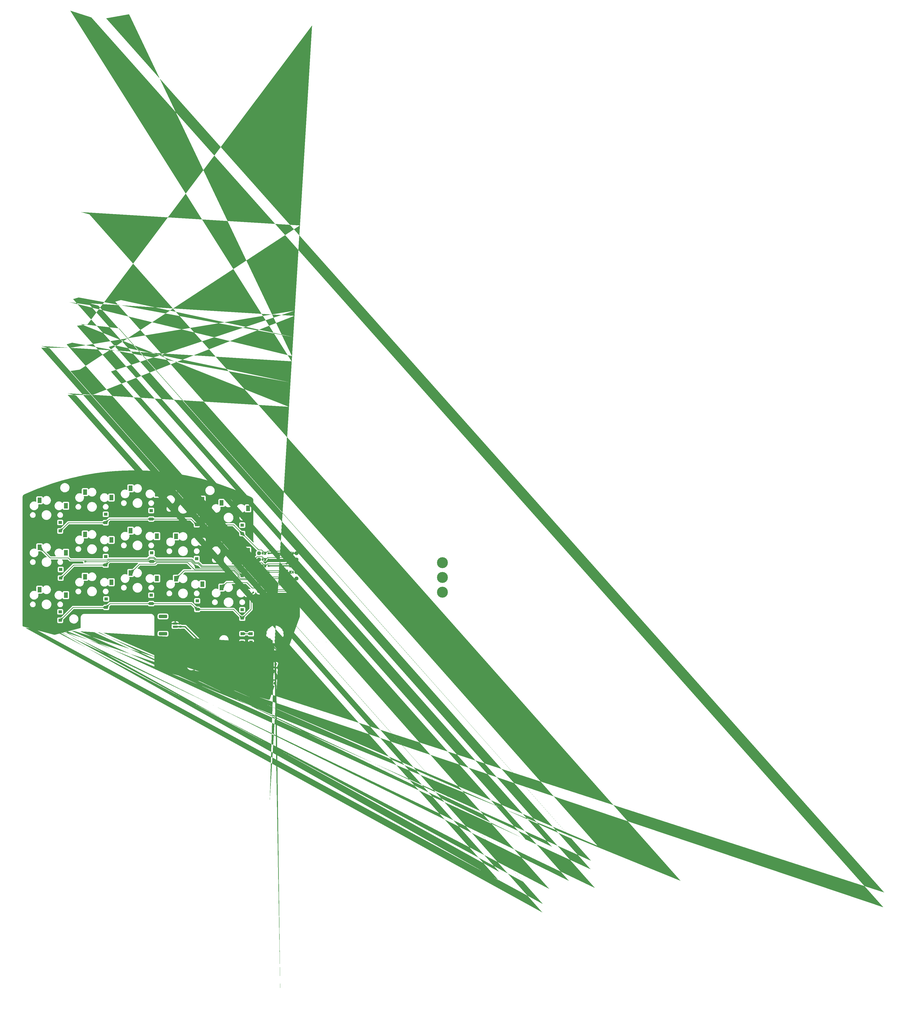
<source format=gbl>
G04 #@! TF.GenerationSoftware,KiCad,Pcbnew,7.0.5*
G04 #@! TF.CreationDate,2024-01-08T16:35:04+08:00*
G04 #@! TF.ProjectId,Kretstr_d_v2,4b726574-7374-472e-9464-5f76322e6b69,rev?*
G04 #@! TF.SameCoordinates,Original*
G04 #@! TF.FileFunction,Copper,L2,Bot*
G04 #@! TF.FilePolarity,Positive*
%FSLAX46Y46*%
G04 Gerber Fmt 4.6, Leading zero omitted, Abs format (unit mm)*
G04 Created by KiCad (PCBNEW 7.0.5) date 2024-01-08 16:35:04*
%MOMM*%
%LPD*%
G01*
G04 APERTURE LIST*
G04 Aperture macros list*
%AMRoundRect*
0 Rectangle with rounded corners*
0 $1 Rounding radius*
0 $2 $3 $4 $5 $6 $7 $8 $9 X,Y pos of 4 corners*
0 Add a 4 corners polygon primitive as box body*
4,1,4,$2,$3,$4,$5,$6,$7,$8,$9,$2,$3,0*
0 Add four circle primitives for the rounded corners*
1,1,$1+$1,$2,$3*
1,1,$1+$1,$4,$5*
1,1,$1+$1,$6,$7*
1,1,$1+$1,$8,$9*
0 Add four rect primitives between the rounded corners*
20,1,$1+$1,$2,$3,$4,$5,0*
20,1,$1+$1,$4,$5,$6,$7,0*
20,1,$1+$1,$6,$7,$8,$9,0*
20,1,$1+$1,$8,$9,$2,$3,0*%
%AMRotRect*
0 Rectangle, with rotation*
0 The origin of the aperture is its center*
0 $1 length*
0 $2 width*
0 $3 Rotation angle, in degrees counterclockwise*
0 Add horizontal line*
21,1,$1,$2,0,0,$3*%
%AMFreePoly0*
4,1,5,0.125000,-0.500000,-0.125000,-0.500000,-0.125000,0.500000,0.125000,0.500000,0.125000,-0.500000,0.125000,-0.500000,$1*%
%AMFreePoly1*
4,1,6,0.600000,0.200000,0.000000,-0.400000,-0.600000,0.200000,-0.600000,0.400000,0.600000,0.400000,0.600000,0.200000,0.600000,0.200000,$1*%
%AMFreePoly2*
4,1,5,0.254000,-0.500000,-0.254000,-0.500000,-0.254000,0.500000,0.254000,0.500000,0.254000,-0.500000,0.254000,-0.500000,$1*%
%AMFreePoly3*
4,1,6,0.600000,-0.250000,-0.600000,-0.250000,-0.600000,1.000000,0.000000,0.400000,0.600000,1.000000,0.600000,-0.250000,0.600000,-0.250000,$1*%
%AMFreePoly4*
4,1,263,0.120000,0.008200,0.119495,0.008200,0.119495,-1.866685,0.119486,-1.942211,0.118928,-2.390514,0.117385,-2.766193,0.114683,-3.075643,0.110648,-3.325256,0.105109,-3.521426,0.097891,-3.670546,0.088821,-3.779010,0.077727,-3.853210,0.064435,-3.899540,0.058244,-3.913083,-0.003252,-4.014053,-0.098918,-4.143731,-0.210855,-4.277537,-0.224129,-4.292551,-0.334083,-4.430280,-0.416387,-4.556792,
-0.456268,-4.649682,-0.459452,-4.670267,-0.468105,-4.777912,-0.475087,-4.941077,-0.479752,-5.141466,-0.481451,-5.360779,-0.481447,-5.385382,-0.480518,-5.607631,-0.476824,-5.764219,-0.468710,-5.868254,-0.454525,-5.932843,-0.432614,-5.971095,-0.401325,-5.996118,-0.392805,-6.002081,-0.339366,-6.085346,-0.319338,-6.203666,-0.334080,-6.322781,-0.384952,-6.408432,-0.470102,-6.443900,-0.592848,-6.450398,
-0.712310,-6.426982,-0.791940,-6.376519,-0.793132,-6.374921,-0.837783,-6.254690,-0.826351,-6.118924,-0.761893,-6.005400,-0.735239,-5.974547,-0.702329,-5.904931,-0.686106,-5.799802,-0.681767,-5.637072,-0.681767,-5.348744,-0.862406,-5.525749,-0.971024,-5.643434,-1.026671,-5.737807,-1.042334,-5.830872,-1.071787,-5.969637,-1.159703,-6.056012,-1.303334,-6.085400,-1.410666,-6.068523,-1.500788,-5.996500,
-1.534589,-5.936558,-1.559685,-5.803296,-1.524160,-5.684074,-1.436774,-5.598304,-1.306284,-5.565400,-1.254100,-5.561413,-1.175346,-5.532707,-1.086402,-5.465612,-0.967886,-5.347654,-0.833366,-5.195034,-0.742078,-5.057656,-0.695078,-4.926807,-0.681767,-4.781512,-0.676049,-4.693688,-0.628738,-4.525130,-0.527110,-4.348308,-0.363399,-4.147757,-0.352259,-4.135392,-0.247590,-4.011108,-0.164066,-3.898353,
-0.118896,-3.820182,-0.109515,-3.774363,-0.098094,-3.653489,-0.089001,-3.479578,-0.082991,-3.268206,-0.080820,-3.034950,-0.080820,-2.349707,-0.219494,-2.483903,-0.236716,-2.500852,-0.379685,-2.679839,-0.457761,-2.875335,-0.481451,-3.112556,-0.481444,-3.118899,-0.474396,-3.264384,-0.449801,-3.355458,-0.401325,-3.416119,-0.350420,-3.483316,-0.321199,-3.622741,-0.328091,-3.687609,-0.386755,-3.802830,
-0.489746,-3.869682,-0.618132,-3.879379,-0.752979,-3.823132,-0.808235,-3.761373,-0.842979,-3.643301,-0.827768,-3.517407,-0.761893,-3.416119,-0.729223,-3.381234,-0.692374,-3.291262,-0.681767,-3.148664,-0.681767,-2.949707,-0.820440,-3.083903,-0.861951,-3.125245,-0.956831,-3.237340,-1.020496,-3.354500,-1.058765,-3.495362,-1.077459,-3.678561,-1.082398,-3.922730,-1.084530,-4.103471,-1.098418,-4.305676,
-1.131693,-4.463674,-1.191721,-4.598271,-1.285870,-4.730275,-1.421507,-4.880493,-1.435858,-4.895598,-1.556834,-5.034536,-1.623104,-5.140156,-1.643281,-5.225867,-1.650085,-5.290690,-1.708361,-5.405694,-1.810997,-5.471759,-1.939421,-5.480400,-2.075061,-5.423132,-2.138002,-5.353510,-2.164101,-5.225989,-2.134774,-5.082700,-2.048228,-4.995093,-1.906641,-4.965400,-1.855505,-4.961517,-1.776646,-4.932877,
-1.687525,-4.865738,-1.568833,-4.747654,-1.562516,-4.740957,-1.455689,-4.619000,-1.369698,-4.505791,-1.322643,-4.425050,-1.313483,-4.390665,-1.297690,-4.274180,-1.286783,-4.113812,-1.282713,-3.933587,-1.282713,-3.546981,-1.663312,-3.925400,-1.808528,-4.072271,-1.924221,-4.197668,-1.996366,-4.290300,-2.033438,-4.361216,-2.043912,-4.421461,-2.075701,-4.559074,-2.167234,-4.652007,-2.307669,-4.685400,
-2.448514,-4.655913,-2.535281,-4.568444,-2.564732,-4.425400,-2.536233,-4.284386,-2.450557,-4.195657,-2.310685,-4.165400,-2.299024,-4.165163,-2.237724,-4.153801,-2.169327,-4.118987,-2.082031,-4.051877,-1.964033,-3.943629,-1.803533,-3.785400,-1.424516,-3.405400,-1.810054,-3.405400,-1.826248,-3.405413,-2.008456,-3.408401,-2.125422,-3.418049,-2.190902,-3.436375,-2.218652,-3.465400,-2.249949,-3.494616,
-2.339241,-3.519633,-2.453955,-3.525691,-2.563390,-3.511907,-2.636845,-3.477400,-2.650723,-3.459594,-2.680373,-3.361025,-2.678180,-3.236332,-2.643449,-3.122771,-2.635381,-3.110117,-2.554531,-3.057669,-2.438737,-3.042861,-2.318470,-3.065502,-2.224196,-3.125400,-2.216489,-3.133598,-2.166988,-3.170532,-2.095105,-3.192322,-1.981626,-3.202645,-1.807340,-3.205177,-1.654893,-3.202612,-1.433910,-3.183534,
-1.261758,-3.141036,-1.119247,-3.069453,-0.987184,-2.963122,-0.821987,-2.807401,-1.112445,-2.806401,-1.215794,-2.807359,-1.342354,-2.817285,-1.424071,-2.841730,-1.483028,-2.885400,-1.562745,-2.938814,-1.702696,-2.963309,-1.846230,-2.923993,-1.883953,-2.888638,-1.921543,-2.789739,-1.927785,-2.668469,-1.902681,-2.556826,-1.846230,-2.486808,-1.746730,-2.452437,-1.602543,-2.458134,-1.483028,-2.525400,
-1.436669,-2.562173,-1.364831,-2.588967,-1.254521,-2.601987,-1.085006,-2.605400,-0.890142,-2.600566,-0.726487,-2.577568,-0.592845,-2.525875,-0.463112,-2.434999,-0.311183,-2.294450,-0.080820,-2.067905,-0.080820,-1.548408,-0.281136,-1.745400,-0.314558,-1.778754,-0.415393,-1.892076,-0.466966,-1.982268,-0.481451,-2.068999,-0.484152,-2.118781,-0.523093,-2.220353,-0.615122,-2.271266,-0.768948,-2.277845,
-0.942177,-2.265400,-0.954638,-2.069270,-0.956534,-1.963618,-0.932248,-1.866065,-0.864549,-1.818790,-0.740607,-1.806013,-0.701704,-1.802658,-0.620454,-1.771892,-0.523629,-1.699831,-0.394611,-1.575400,-0.373202,-1.553286,-0.262639,-1.433196,-0.174217,-1.327898,-0.125439,-1.258030,-0.109352,-1.196302,-0.094329,-1.064124,-0.084404,-0.882561,-0.080820,-0.668030,-0.082713,0.034600,-0.080000,0.034600,
-0.080000,1.049800,0.120000,1.049800,0.120000,0.008200,0.120000,0.008200,$1*%
%AMFreePoly5*
4,1,349,0.130126,0.034600,0.132334,0.034600,0.130442,-0.642797,0.133336,-0.823669,0.142321,-1.005424,0.155941,-1.148720,0.172710,-1.232797,0.177421,-1.243838,0.233946,-1.333356,0.327989,-1.451372,0.441882,-1.575400,0.527101,-1.659175,0.632140,-1.748011,0.715714,-1.792953,0.795339,-1.805400,0.844933,-1.808076,0.946657,-1.846936,0.997663,-1.938836,1.004262,-2.092444,0.991798,-2.265400,
0.818569,-2.277845,0.755964,-2.280187,0.625218,-2.258494,0.553157,-2.190207,0.531073,-2.068999,0.530303,-2.047119,0.507901,-1.961357,0.445444,-1.867340,0.330757,-1.745400,0.130442,-1.548408,0.130442,-1.734300,0.137771,-1.876372,0.173595,-2.020516,0.250246,-2.156136,0.379727,-2.310998,0.491847,-2.422985,0.618575,-2.514883,0.759536,-2.570544,0.936390,-2.598030,1.170795,-2.605400,
1.226434,-2.605248,1.387937,-2.601094,1.493509,-2.588692,1.562130,-2.564606,1.612776,-2.525400,1.672059,-2.484470,1.791830,-2.449678,1.914776,-2.451690,2.005394,-2.493400,2.016178,-2.508523,2.042810,-2.594533,2.053470,-2.711993,2.051743,-2.770133,2.029771,-2.869933,1.975978,-2.923993,1.862677,-2.960615,1.727897,-2.950913,1.623512,-2.885400,1.615119,-2.876020,1.567762,-2.839608,
1.497745,-2.818401,1.385949,-2.808746,1.213257,-2.806989,0.871609,-2.808577,1.059784,-2.981564,1.137291,-3.049364,1.236540,-3.118622,1.343125,-3.163947,1.475216,-3.190248,1.650981,-3.202430,1.888588,-3.205400,2.021630,-3.204648,2.158092,-3.199418,2.242870,-3.186522,2.292774,-3.162878,2.324614,-3.125400,2.326495,-3.122526,2.403491,-3.069111,2.519407,-3.044574,2.638876,-3.051732,
2.726530,-3.093400,2.760470,-3.166419,2.773167,-3.281870,2.761854,-3.398437,2.726530,-3.477400,2.678668,-3.504344,2.576240,-3.523861,2.459908,-3.523288,2.360374,-3.503508,2.308336,-3.465400,2.305189,-3.458738,2.271909,-3.432549,2.199212,-3.416198,2.073566,-3.407783,1.881436,-3.405400,1.477596,-3.405400,1.590797,-3.523371,1.712549,-3.615930,1.867433,-3.653371,1.974494,-3.668611,
2.032031,-3.706447,2.065072,-3.785400,2.078303,-3.866833,2.057333,-4.015400,2.051273,-4.030750,2.013554,-4.092375,1.950754,-4.119404,1.835524,-4.125400,1.793553,-4.124253,1.664355,-4.093646,1.593996,-4.014501,1.572713,-3.877613,1.562877,-3.844209,1.515051,-3.770159,1.423935,-3.659678,1.285603,-3.508340,1.096127,-3.311722,0.851577,-3.065400,0.130442,-2.346234,0.130442,-2.733213,
0.131553,-2.824217,0.139738,-2.999101,0.154144,-3.142894,0.172697,-3.231157,0.216071,-3.299186,0.306184,-3.409610,0.430741,-3.549574,0.577578,-3.706562,0.734529,-3.868059,0.889430,-4.021548,1.030114,-4.154514,1.144416,-4.254441,1.220171,-4.308813,1.222782,-4.310146,1.323443,-4.339846,1.471035,-4.359132,1.644482,-4.368122,1.822706,-4.366933,1.984629,-4.355684,2.109173,-4.334492,
2.175260,-4.303474,2.183768,-4.294385,2.266836,-4.257427,2.410529,-4.253474,2.594322,-4.265400,2.606786,-4.438357,2.608738,-4.526007,2.580933,-4.644059,2.504166,-4.706884,2.369409,-4.725400,2.354383,-4.725258,2.234084,-4.705196,2.164362,-4.645400,2.155142,-4.631766,2.116553,-4.597135,2.052407,-4.577018,1.944537,-4.567683,1.774776,-4.565400,1.435229,-4.565400,1.652839,-4.785400,
1.712752,-4.844597,1.824390,-4.941500,1.912275,-4.991317,1.994010,-5.005400,2.007141,-5.005547,2.128046,-5.031144,2.193838,-5.107743,2.213722,-5.245400,2.213024,-5.278005,2.185664,-5.401182,2.109756,-5.466335,1.973344,-5.485401,1.958840,-5.485264,1.826629,-5.461839,1.754700,-5.391788,1.732965,-5.265897,1.732555,-5.250641,1.711056,-5.164270,1.648369,-5.068838,1.532650,-4.945400,
1.332334,-4.748408,1.332334,-5.148015,1.333122,-5.283334,1.338512,-5.425881,1.351570,-5.517397,1.375238,-5.575078,1.412461,-5.616119,1.470728,-5.699541,1.490236,-5.831046,1.451114,-5.968030,1.415703,-6.005694,1.316648,-6.043224,1.195187,-6.049457,1.083367,-6.024392,1.013239,-5.968030,0.976560,-5.854908,0.986277,-5.720340,1.051893,-5.616119,1.086104,-5.579507,1.110114,-5.526181,
1.124026,-5.441923,1.130457,-5.310386,1.132019,-5.115226,1.131741,-5.048042,1.123455,-4.819250,1.099439,-4.647138,1.054030,-4.513373,0.981566,-4.399622,0.876386,-4.287554,0.731388,-4.149707,0.731388,-4.347932,0.736023,-4.455464,0.760013,-4.543828,0.811514,-4.596118,0.836494,-4.616986,0.883532,-4.714172,0.889146,-4.841346,0.850168,-4.968030,0.814756,-5.005694,0.715702,-5.043224,
0.594240,-5.049457,0.482421,-5.024392,0.412293,-4.968030,0.377868,-4.868687,0.383574,-4.724727,0.450946,-4.605400,0.490295,-4.554267,0.522004,-4.455693,0.531073,-4.304116,0.530820,-4.275757,0.502731,-4.047224,0.421002,-3.859352,0.275440,-3.687554,0.130442,-3.549707,0.130442,-4.194950,0.131240,-4.329709,0.135935,-4.545236,0.144130,-4.729277,0.155013,-4.865665,0.167774,-4.938229,
0.174005,-4.952081,0.228771,-5.038490,0.318587,-5.156604,0.427478,-5.285089,0.575888,-5.473004,0.691900,-5.690682,0.731165,-5.889201,0.750873,-5.948536,0.811514,-6.025401,0.833455,-6.048861,0.883987,-6.165336,0.881705,-6.298340,0.825336,-6.412251,0.749085,-6.461535,0.627293,-6.485400,0.516086,-6.461289,0.422326,-6.382726,0.375994,-6.269364,0.384643,-6.141696,0.455825,-6.020215,
0.479061,-5.992498,0.523073,-5.882302,0.503284,-5.751351,0.417750,-5.593367,0.264530,-5.402073,0.187345,-5.313335,0.060018,-5.145313,-0.018720,-4.994797,-0.058729,-4.839858,-0.069874,-4.658567,-0.069874,-4.429165,-0.231296,-4.586541,-0.275083,-4.631175,-0.406500,-4.808844,-0.463812,-4.986459,-0.446722,-5.170877,-0.354935,-5.368957,-0.188156,-5.587557,-0.142324,-5.640730,-0.037799,-5.772794,
0.040248,-5.886734,0.077596,-5.962485,0.120477,-6.056936,0.196767,-6.153491,0.258971,-6.238055,0.289028,-6.380506,0.249221,-6.528030,0.213810,-6.565694,0.114755,-6.603224,-0.006706,-6.609457,-0.118525,-6.584392,-0.188654,-6.528030,-0.223246,-6.427239,-0.217824,-6.284989,-0.153044,-6.168440,-0.113685,-6.125466,-0.100058,-6.082116,-0.123386,-6.021385,-0.187045,-5.918440,-0.224601,-5.862654,
-0.311056,-5.748766,-0.384316,-5.669201,-0.470505,-5.593001,-0.470505,-5.849579,-0.469607,-5.929815,-0.460064,-6.045996,-0.435520,-6.114291,-0.390379,-6.156118,-0.365399,-6.176986,-0.318361,-6.274172,-0.312747,-6.401346,-0.351725,-6.528030,-0.387136,-6.565694,-0.486191,-6.603224,-0.607652,-6.609457,-0.719472,-6.584392,-0.789600,-6.528030,-0.824025,-6.428687,-0.818319,-6.284727,-0.750946,-6.165400,
-0.721533,-6.130584,-0.698798,-6.082124,-0.684039,-6.009105,-0.675576,-5.897670,-0.671729,-5.733959,-0.670820,-5.504116,-0.669930,-5.327999,-0.662646,-5.101120,-0.643846,-4.926366,-0.608612,-4.786639,-0.552026,-4.664842,-0.469169,-4.543876,-0.355123,-4.406644,-0.352266,-4.403353,-0.250151,-4.281050,-0.165493,-4.171489,-0.116365,-4.098030,-0.115457,-4.096184,-0.104070,-4.044212,-0.094480,-3.939618,
-0.086603,-3.778491,-0.080351,-3.556922,-0.075638,-3.271002,-0.072378,-2.916819,-0.070486,-2.490465,-0.069874,-1.988030,-0.069874,1.046200,0.130126,1.046200,0.130126,0.034600,0.130126,0.034600,$1*%
G04 Aperture macros list end*
G04 #@! TA.AperFunction,ComponentPad*
%ADD10R,1.400000X1.200000*%
G04 #@! TD*
G04 #@! TA.AperFunction,SMDPad,CuDef*
%ADD11R,1.600000X2.200000*%
G04 #@! TD*
G04 #@! TA.AperFunction,ComponentPad*
%ADD12C,4.400000*%
G04 #@! TD*
G04 #@! TA.AperFunction,SMDPad,CuDef*
%ADD13RotRect,1.600000X2.200000X160.000000*%
G04 #@! TD*
G04 #@! TA.AperFunction,ComponentPad*
%ADD14C,1.600000*%
G04 #@! TD*
G04 #@! TA.AperFunction,SMDPad,CuDef*
%ADD15FreePoly0,90.000000*%
G04 #@! TD*
G04 #@! TA.AperFunction,SMDPad,CuDef*
%ADD16FreePoly1,90.000000*%
G04 #@! TD*
G04 #@! TA.AperFunction,SMDPad,CuDef*
%ADD17FreePoly1,270.000000*%
G04 #@! TD*
G04 #@! TA.AperFunction,SMDPad,CuDef*
%ADD18FreePoly2,270.000000*%
G04 #@! TD*
G04 #@! TA.AperFunction,SMDPad,CuDef*
%ADD19FreePoly0,270.000000*%
G04 #@! TD*
G04 #@! TA.AperFunction,SMDPad,CuDef*
%ADD20FreePoly3,90.000000*%
G04 #@! TD*
G04 #@! TA.AperFunction,SMDPad,CuDef*
%ADD21FreePoly3,270.000000*%
G04 #@! TD*
G04 #@! TA.AperFunction,SMDPad,CuDef*
%ADD22RotRect,1.600000X2.200000X170.000000*%
G04 #@! TD*
G04 #@! TA.AperFunction,SMDPad,CuDef*
%ADD23RoundRect,0.200000X0.750000X-0.200000X0.750000X0.200000X-0.750000X0.200000X-0.750000X-0.200000X0*%
G04 #@! TD*
G04 #@! TA.AperFunction,SMDPad,CuDef*
%ADD24RoundRect,0.250000X1.425000X-0.400000X1.425000X0.400000X-1.425000X0.400000X-1.425000X-0.400000X0*%
G04 #@! TD*
G04 #@! TA.AperFunction,SMDPad,CuDef*
%ADD25FreePoly4,180.000000*%
G04 #@! TD*
G04 #@! TA.AperFunction,SMDPad,CuDef*
%ADD26RoundRect,0.069000X-0.566000X-0.017250X0.566000X-0.017250X0.566000X0.017250X-0.566000X0.017250X0*%
G04 #@! TD*
G04 #@! TA.AperFunction,SMDPad,CuDef*
%ADD27RoundRect,0.069000X-1.131000X-0.017250X1.131000X-0.017250X1.131000X0.017250X-1.131000X0.017250X0*%
G04 #@! TD*
G04 #@! TA.AperFunction,SMDPad,CuDef*
%ADD28RoundRect,0.069000X-0.168500X-0.017250X0.168500X-0.017250X0.168500X0.017250X-0.168500X0.017250X0*%
G04 #@! TD*
G04 #@! TA.AperFunction,SMDPad,CuDef*
%ADD29FreePoly5,180.000000*%
G04 #@! TD*
G04 #@! TA.AperFunction,SMDPad,CuDef*
%ADD30RotRect,1.000000X0.800000X250.000000*%
G04 #@! TD*
G04 #@! TA.AperFunction,SMDPad,CuDef*
%ADD31RotRect,0.700000X1.500000X250.000000*%
G04 #@! TD*
G04 #@! TA.AperFunction,ViaPad*
%ADD32C,0.700000*%
G04 #@! TD*
G04 #@! TA.AperFunction,ViaPad*
%ADD33C,0.800000*%
G04 #@! TD*
G04 #@! TA.AperFunction,Conductor*
%ADD34C,0.250000*%
G04 #@! TD*
G04 #@! TA.AperFunction,Conductor*
%ADD35C,0.500000*%
G04 #@! TD*
G04 APERTURE END LIST*
D10*
X168145590Y-88148281D03*
X168145590Y-84748281D03*
D11*
X104946390Y-88508681D03*
X115546390Y-90708681D03*
D10*
X131746190Y-82308681D03*
X131746190Y-78908681D03*
X95146590Y-89008681D03*
X95146590Y-85608681D03*
D11*
X123246190Y-70008681D03*
X133846190Y-72208681D03*
X104946390Y-71508681D03*
X115546390Y-73708681D03*
D12*
X248650190Y-82818281D03*
D11*
X123246190Y-87008681D03*
X133846190Y-89208681D03*
D10*
X113446390Y-100808681D03*
X113446390Y-97408681D03*
D12*
X248650190Y-88768281D03*
D10*
X113246190Y-83808681D03*
X113246190Y-80408681D03*
D11*
X104946390Y-54508681D03*
X115546390Y-56708681D03*
D10*
X149845790Y-84608681D03*
X149845790Y-81208681D03*
D11*
X86646590Y-93708681D03*
X97246590Y-95908681D03*
X141545990Y-55308481D03*
X152145990Y-57508481D03*
D10*
X168145590Y-71148281D03*
X168145590Y-67748281D03*
D13*
X169478018Y-130407019D03*
X160269721Y-124714282D03*
D10*
X168135400Y-111408000D03*
X168135400Y-114808000D03*
D11*
X123246190Y-53008681D03*
X133846190Y-55208681D03*
D10*
X171653200Y-111408000D03*
X171653200Y-114808000D03*
X94946390Y-106008681D03*
X94946390Y-102608681D03*
D12*
X248650190Y-94718281D03*
D11*
X141545990Y-89308681D03*
X152145990Y-91508681D03*
X141545990Y-72308681D03*
X152145990Y-74508681D03*
D10*
X113246190Y-66808681D03*
X113246190Y-63408681D03*
D11*
X86646590Y-76708681D03*
X97246590Y-78908681D03*
D10*
X131545990Y-99308681D03*
X131545990Y-95908681D03*
D11*
X86646590Y-57808681D03*
X97246590Y-60008681D03*
D10*
X131545990Y-65308681D03*
X131545990Y-61908681D03*
D11*
X159845790Y-92848281D03*
X170445790Y-95048281D03*
D14*
X174881251Y-79067362D03*
X174881251Y-81607362D03*
X174881251Y-84147362D03*
X174881251Y-86687362D03*
X174881251Y-89227362D03*
X174881251Y-91767362D03*
X174881251Y-94307362D03*
D15*
X175988451Y-79067362D03*
X175988451Y-81607362D03*
X175988451Y-84147362D03*
X175988451Y-86687362D03*
X175988451Y-89227362D03*
X175988451Y-91767362D03*
X175988451Y-94307362D03*
D16*
X176496451Y-79067362D03*
X176496451Y-81607362D03*
X176496451Y-84147362D03*
X176496451Y-86687362D03*
X176496451Y-89227362D03*
X176496451Y-91767362D03*
X176496451Y-94307362D03*
D17*
X188383651Y-79067362D03*
X188383651Y-81607362D03*
X188383651Y-84147362D03*
X188383651Y-86687362D03*
X188383651Y-89227362D03*
X188383651Y-91767362D03*
X188383651Y-94307362D03*
D18*
X188891651Y-79067362D03*
X188891651Y-81607362D03*
X188891651Y-84147362D03*
D19*
X188891651Y-86687362D03*
X188891651Y-89227362D03*
X188891651Y-91767362D03*
X188891651Y-94307362D03*
D14*
X189983851Y-79067362D03*
X189983851Y-81607362D03*
X189983851Y-84147362D03*
X189983851Y-86687362D03*
X189983851Y-89227362D03*
X189983851Y-91767362D03*
X189983851Y-94307362D03*
D20*
X177512451Y-79067362D03*
X177512451Y-81607362D03*
X177512451Y-84147362D03*
X177512451Y-86687362D03*
X177512451Y-89227362D03*
X177512451Y-91767362D03*
X177512451Y-94307362D03*
D21*
X187367651Y-94307362D03*
X187367651Y-91767362D03*
X187367651Y-89227362D03*
X187367651Y-86687362D03*
X187367651Y-84147362D03*
X187367651Y-81607362D03*
X187367651Y-79067362D03*
D22*
X150427884Y-124828197D03*
X140370948Y-120820949D03*
D10*
X149845790Y-67608481D03*
X149845790Y-64208481D03*
X150045990Y-101608681D03*
X150045990Y-98208681D03*
X168145590Y-105148281D03*
X168145590Y-101748281D03*
X94946390Y-70108681D03*
X94946390Y-66708681D03*
D11*
X159845790Y-58848281D03*
X170445790Y-61048281D03*
X159845790Y-75848281D03*
X170445790Y-78048281D03*
D23*
X141176747Y-108562419D03*
X141176747Y-107312419D03*
D24*
X136301747Y-111412419D03*
X136301747Y-104462419D03*
D25*
X181641200Y-115214400D03*
D26*
X181299803Y-117185877D03*
D27*
X181299803Y-116814600D03*
D28*
X181294406Y-117525800D03*
D29*
X181051200Y-115214400D03*
D30*
X183627524Y-124441892D03*
X181550803Y-123686027D03*
X181130777Y-131301648D03*
X179054056Y-130545783D03*
D31*
X180461175Y-124779284D03*
X179435114Y-127598362D03*
X178922084Y-129007901D03*
D32*
X186080400Y-78167862D03*
X97246590Y-60008681D03*
X186232800Y-86012862D03*
X115546390Y-56708681D03*
X178714400Y-91767362D03*
X172565808Y-94769192D03*
X133846190Y-55208681D03*
X178714400Y-94307362D03*
X152145990Y-57508481D03*
X170445790Y-61048281D03*
X97246590Y-78908681D03*
X115546390Y-73708681D03*
X133846190Y-72208681D03*
X152145990Y-74508681D03*
X170445790Y-78048281D03*
X97246590Y-95908681D03*
X115546390Y-90708681D03*
X133846190Y-89208681D03*
X152145990Y-91508681D03*
X170445790Y-95048281D03*
X140370948Y-120820949D03*
X160269721Y-124714282D03*
D33*
X172669200Y-79146400D03*
X178663600Y-81607362D03*
X178663600Y-84147362D03*
D32*
X86646590Y-57808681D03*
X186080400Y-80710700D03*
X86646590Y-76708681D03*
X86646590Y-93708681D03*
X104946390Y-71508681D03*
X186080400Y-83247862D03*
X104946390Y-82411700D03*
X104946390Y-54508681D03*
X104946390Y-88508681D03*
X123246190Y-87008681D03*
X186182000Y-88552862D03*
X123246190Y-70008681D03*
X123246190Y-53008681D03*
X141545990Y-89308681D03*
X141545990Y-55308481D03*
X186182000Y-91092862D03*
X150427884Y-124828197D03*
X141545990Y-72308681D03*
X159845790Y-92848281D03*
X159845790Y-75848281D03*
X159845790Y-58848281D03*
X186182000Y-93632862D03*
X169478018Y-130407019D03*
X178663600Y-89227362D03*
X178663600Y-86687362D03*
D33*
X162935890Y-118841490D03*
X164420108Y-120325708D03*
X143256000Y-108562419D03*
X177596800Y-127406400D03*
X181711600Y-127660400D03*
X178663600Y-79067362D03*
D34*
X171704000Y-101589871D02*
X168145590Y-105148281D01*
X171704000Y-95631000D02*
X171704000Y-101589871D01*
X172565808Y-94769192D02*
X171704000Y-95631000D01*
X144748671Y-86106000D02*
X141545990Y-89308681D01*
X164625258Y-86106000D02*
X144748671Y-86106000D01*
X166428000Y-87908742D02*
X164625258Y-86106000D01*
X166428000Y-89017087D02*
X166428000Y-87908742D01*
X172974000Y-89662000D02*
X167072913Y-89662000D01*
X173863000Y-90551000D02*
X172974000Y-89662000D01*
X176072800Y-90551000D02*
X173863000Y-90551000D01*
X177289162Y-91767362D02*
X176072800Y-90551000D01*
X167072913Y-89662000D02*
X166428000Y-89017087D01*
X177512451Y-91767362D02*
X177289162Y-91767362D01*
X177289162Y-89227362D02*
X177512451Y-89227362D01*
X176072800Y-88011000D02*
X177289162Y-89227362D01*
X174117000Y-88011000D02*
X176072800Y-88011000D01*
X172916000Y-89212000D02*
X174117000Y-88011000D01*
X167259309Y-89212000D02*
X172916000Y-89212000D01*
X166878000Y-88830691D02*
X167259309Y-89212000D01*
X166878000Y-87722346D02*
X166878000Y-88830691D01*
X164811654Y-85656000D02*
X166878000Y-87722346D01*
X149003600Y-85656000D02*
X164811654Y-85656000D01*
X146106281Y-82758681D02*
X149003600Y-85656000D01*
X133750919Y-82758681D02*
X146106281Y-82758681D01*
X133096000Y-83413600D02*
X133750919Y-82758681D01*
X126841271Y-83413600D02*
X133096000Y-83413600D01*
X123246190Y-87008681D02*
X126841271Y-83413600D01*
X176047400Y-80365600D02*
X177289162Y-81607362D01*
X174142400Y-80365600D02*
X176047400Y-80365600D01*
X173431200Y-81076800D02*
X174142400Y-80365600D01*
X173431200Y-81584800D02*
X173431200Y-81076800D01*
X168808400Y-86207600D02*
X173431200Y-81584800D01*
X167477701Y-86207600D02*
X168808400Y-86207600D01*
X165394901Y-84124800D02*
X167477701Y-86207600D01*
X151969596Y-84124800D02*
X165394901Y-84124800D01*
X150597996Y-82753200D02*
X151969596Y-84124800D01*
X149263101Y-82753200D02*
X150597996Y-82753200D01*
X147918582Y-81408681D02*
X149263101Y-82753200D01*
X133432586Y-81408681D02*
X147918582Y-81408681D01*
X177289162Y-81607362D02*
X177512451Y-81607362D01*
X132643505Y-80619600D02*
X133432586Y-81408681D01*
X130848875Y-80619600D02*
X132643505Y-80619600D01*
X98990000Y-81737200D02*
X113867671Y-81737200D01*
X113867671Y-81737200D02*
X114196190Y-81408681D01*
X130059794Y-81408681D02*
X130848875Y-80619600D01*
X90862309Y-80924400D02*
X98177200Y-80924400D01*
X114196190Y-81408681D02*
X130059794Y-81408681D01*
X86646590Y-76708681D02*
X90862309Y-80924400D01*
X98177200Y-80924400D02*
X98990000Y-81737200D01*
X113829567Y-82411700D02*
X104946390Y-82411700D01*
X114382586Y-81858681D02*
X113829567Y-82411700D01*
X130246190Y-81858681D02*
X114382586Y-81858681D01*
X132457109Y-81069600D02*
X131035271Y-81069600D01*
X133246190Y-81858681D02*
X132457109Y-81069600D01*
X131035271Y-81069600D02*
X130246190Y-81858681D01*
X147732186Y-81858681D02*
X133246190Y-81858681D01*
X149076705Y-83203200D02*
X147732186Y-81858681D01*
X150411600Y-83203200D02*
X149076705Y-83203200D01*
X172777275Y-82880200D02*
X168999875Y-86657600D01*
X176022000Y-82880200D02*
X172777275Y-82880200D01*
X168999875Y-86657600D02*
X167291305Y-86657600D01*
X177289162Y-84147362D02*
X176022000Y-82880200D01*
X151783200Y-84574800D02*
X150411600Y-83203200D01*
X177512451Y-84147362D02*
X177289162Y-84147362D01*
X167291305Y-86657600D02*
X165208505Y-84574800D01*
X165208505Y-84574800D02*
X151783200Y-84574800D01*
X150261909Y-85024800D02*
X149845790Y-84608681D01*
X165022109Y-85024800D02*
X150261909Y-85024800D01*
X168145590Y-88148281D02*
X165022109Y-85024800D01*
X168145590Y-105148281D02*
X164605990Y-101608681D01*
X164605990Y-101608681D02*
X150045990Y-101608681D01*
X170822871Y-85471000D02*
X168145590Y-88148281D01*
X176072800Y-85471000D02*
X170822871Y-85471000D01*
X177289162Y-86687362D02*
X176072800Y-85471000D01*
X177512451Y-86687362D02*
X177289162Y-86687362D01*
X168145590Y-71148281D02*
X168145590Y-71258845D01*
X131545990Y-65308681D02*
X147545990Y-65308681D01*
X175945800Y-77724000D02*
X177289162Y-79067362D01*
X177512451Y-79051784D02*
X178396373Y-78167862D01*
X149845790Y-67608481D02*
X164605790Y-67608481D01*
X168145590Y-71148281D02*
X174721309Y-77724000D01*
X164605790Y-67608481D02*
X168145590Y-71148281D01*
X114746190Y-65308681D02*
X113246190Y-66808681D01*
X178396373Y-78167862D02*
X186080400Y-78167862D01*
X177289162Y-79067362D02*
X177512451Y-79067362D01*
X113246190Y-66808681D02*
X98246390Y-66808681D01*
X147545990Y-65308681D02*
X149845790Y-67608481D01*
X177512451Y-79067362D02*
X177512451Y-79051784D01*
X131545990Y-65308681D02*
X114746190Y-65308681D01*
X174721309Y-77724000D02*
X175945800Y-77724000D01*
X98246390Y-66808681D02*
X94946390Y-70108681D01*
X131746190Y-82308681D02*
X114746190Y-82308681D01*
X178186951Y-86012862D02*
X186232800Y-86012862D01*
X100346590Y-83808681D02*
X95146590Y-89008681D01*
X147545790Y-82308681D02*
X149845790Y-84608681D01*
X113246190Y-83808681D02*
X100346590Y-83808681D01*
X177512451Y-86687362D02*
X178186951Y-86012862D01*
X114746190Y-82308681D02*
X113246190Y-83808681D01*
X131746190Y-82308681D02*
X147545790Y-82308681D01*
X178714400Y-91767362D02*
X187367651Y-91767362D01*
X114946390Y-99308681D02*
X113446390Y-100808681D01*
X100146390Y-100808681D02*
X94946390Y-106008681D01*
X113446390Y-100808681D02*
X100146390Y-100808681D01*
X147745990Y-99308681D02*
X150045990Y-101608681D01*
X131545990Y-99308681D02*
X114946390Y-99308681D01*
X131545990Y-99308681D02*
X147745990Y-99308681D01*
X171653200Y-111408000D02*
X168135400Y-111408000D01*
X178714400Y-94307362D02*
X187367651Y-94307362D01*
X141862697Y-119329200D02*
X140370948Y-120820949D01*
X145948448Y-120954800D02*
X144322848Y-119329200D01*
X161988600Y-120954800D02*
X145948448Y-120954800D01*
X168135400Y-114808000D02*
X161988600Y-120954800D01*
X144322848Y-119329200D02*
X141862697Y-119329200D01*
X170535600Y-115925600D02*
X167654196Y-115925600D01*
X171653200Y-114808000D02*
X170535600Y-115925600D01*
X167654196Y-115925600D02*
X160269721Y-123310075D01*
X160269721Y-123310075D02*
X160269721Y-124714282D01*
D35*
X178663600Y-81607362D02*
X178666438Y-81610200D01*
X178666438Y-81610200D02*
X187364813Y-81610200D01*
X187367651Y-84147362D02*
X178663600Y-84147362D01*
D34*
X177512451Y-81591784D02*
X178393535Y-80710700D01*
X178393535Y-80710700D02*
X186080400Y-80710700D01*
X178396373Y-83247862D02*
X177512451Y-84131784D01*
X186080400Y-83247862D02*
X178396373Y-83247862D01*
X177512451Y-89227362D02*
X178187451Y-88552362D01*
X186181500Y-88552362D02*
X186182000Y-88552862D01*
X178187451Y-88552362D02*
X186181500Y-88552362D01*
X178186951Y-91092862D02*
X186182000Y-91092862D01*
X177512451Y-91767362D02*
X178186951Y-91092862D01*
X176022000Y-93040200D02*
X172175804Y-93040200D01*
X172175804Y-93040200D02*
X169940604Y-90805000D01*
X178186951Y-93632862D02*
X186182000Y-93632862D01*
X177512451Y-94307362D02*
X178186951Y-93632862D01*
X177512451Y-94307362D02*
X177289162Y-94307362D01*
X177289162Y-94307362D02*
X176022000Y-93040200D01*
X169940604Y-90805000D02*
X161889071Y-90805000D01*
X161889071Y-90805000D02*
X159845790Y-92848281D01*
X178663600Y-89227362D02*
X187367651Y-89227362D01*
X178663600Y-86687362D02*
X187367651Y-86687362D01*
D35*
X165443900Y-121349500D02*
X165443900Y-123787900D01*
X172364400Y-126238000D02*
X173532800Y-127406400D01*
X155446098Y-118841490D02*
X145167027Y-108562419D01*
X162935890Y-118841490D02*
X155446098Y-118841490D01*
X177596800Y-127406400D02*
X179243152Y-127406400D01*
X164420108Y-120325708D02*
X165443900Y-121349500D01*
X165443900Y-123787900D02*
X167894000Y-126238000D01*
X143256000Y-108562419D02*
X141176747Y-108562419D01*
X179243152Y-127406400D02*
X179435114Y-127598362D01*
X145167027Y-108562419D02*
X143256000Y-108562419D01*
X173532800Y-127406400D02*
X177596800Y-127406400D01*
X167894000Y-126238000D02*
X172364400Y-126238000D01*
X181711600Y-127660400D02*
X181969244Y-127918044D01*
X181969244Y-127918044D02*
X181969244Y-129383956D01*
X180163216Y-129997200D02*
X179173917Y-129007901D01*
X178663600Y-79067362D02*
X187367651Y-79067362D01*
X179173917Y-129007901D02*
X178922084Y-129007901D01*
X181969244Y-129383956D02*
X181356000Y-129997200D01*
X181356000Y-129997200D02*
X180163216Y-129997200D01*
G04 #@! TA.AperFunction,Conductor*
G36*
X127347524Y-45799408D02*
G01*
X128434519Y-45833897D01*
X129353542Y-45863056D01*
X131071648Y-45949791D01*
X131357999Y-45964248D01*
X133360212Y-46102950D01*
X135359476Y-46279113D01*
X137355092Y-46492676D01*
X139346369Y-46743563D01*
X141332587Y-47031687D01*
X143313067Y-47356947D01*
X145287096Y-47719225D01*
X145727372Y-47808577D01*
X147254025Y-48118404D01*
X149213122Y-48554334D01*
X151163714Y-49026866D01*
X153105100Y-49535830D01*
X155036684Y-50081071D01*
X156957639Y-50662354D01*
X158350155Y-51112356D01*
X158867385Y-51279503D01*
X160765286Y-51932312D01*
X162650615Y-52620534D01*
X163523420Y-52957792D01*
X164522720Y-53343929D01*
X165461213Y-53726914D01*
X166380963Y-54102251D01*
X167097460Y-54410414D01*
X168224672Y-54895225D01*
X170053217Y-55722580D01*
X171804634Y-56554885D01*
X171806915Y-56555969D01*
X171813728Y-56559739D01*
X171813764Y-56559762D01*
X171813767Y-56559763D01*
X171813768Y-56559764D01*
X171869692Y-56585840D01*
X171873068Y-56587483D01*
X171876075Y-56589050D01*
X172028416Y-56673803D01*
X172043450Y-56683632D01*
X172177377Y-56785538D01*
X172190866Y-56797413D01*
X172308924Y-56917326D01*
X172320584Y-56930994D01*
X172420391Y-57066497D01*
X172429986Y-57081684D01*
X172509494Y-57229995D01*
X172516834Y-57246399D01*
X172574433Y-57404512D01*
X172579365Y-57421793D01*
X172613863Y-57586394D01*
X172613886Y-57586501D01*
X172616308Y-57604309D01*
X172627482Y-57779072D01*
X172627608Y-57783567D01*
X172627129Y-57847117D01*
X172627132Y-57847140D01*
X172627612Y-57854905D01*
X172627612Y-73977435D01*
X172627621Y-73977718D01*
X172627621Y-74032409D01*
X172627621Y-74046684D01*
X172634966Y-74097781D01*
X172656965Y-74250816D01*
X172658162Y-74259137D01*
X172718629Y-74465081D01*
X172718630Y-74465084D01*
X172718631Y-74465086D01*
X172731395Y-74493036D01*
X172741498Y-74563310D01*
X172712005Y-74627890D01*
X172652278Y-74666273D01*
X172581282Y-74666273D01*
X172527686Y-74634472D01*
X169390995Y-71497781D01*
X169356969Y-71435469D01*
X169354090Y-71408686D01*
X169354090Y-70499648D01*
X169354089Y-70499631D01*
X169347580Y-70439084D01*
X169347578Y-70439076D01*
X169296479Y-70302078D01*
X169296477Y-70302073D01*
X169208851Y-70185019D01*
X169091797Y-70097393D01*
X169091792Y-70097391D01*
X168954794Y-70046292D01*
X168954786Y-70046290D01*
X168894239Y-70039781D01*
X168894228Y-70039781D01*
X167985185Y-70039781D01*
X167917064Y-70019779D01*
X167896090Y-70002876D01*
X166290144Y-68396930D01*
X166937090Y-68396930D01*
X166943599Y-68457477D01*
X166943601Y-68457485D01*
X166994700Y-68594483D01*
X166994702Y-68594488D01*
X167082328Y-68711542D01*
X167199382Y-68799168D01*
X167199384Y-68799169D01*
X167199386Y-68799170D01*
X167258465Y-68821205D01*
X167336385Y-68850269D01*
X167336393Y-68850271D01*
X167396940Y-68856780D01*
X167396945Y-68856780D01*
X167396952Y-68856781D01*
X167396958Y-68856781D01*
X168894222Y-68856781D01*
X168894228Y-68856781D01*
X168894235Y-68856780D01*
X168894239Y-68856780D01*
X168954786Y-68850271D01*
X168954789Y-68850270D01*
X168954791Y-68850270D01*
X169091794Y-68799170D01*
X169208851Y-68711542D01*
X169296479Y-68594485D01*
X169347579Y-68457482D01*
X169347880Y-68454689D01*
X169354089Y-68396930D01*
X169354090Y-68396913D01*
X169354090Y-67099648D01*
X169354089Y-67099631D01*
X169347580Y-67039084D01*
X169347578Y-67039076D01*
X169296479Y-66902078D01*
X169296477Y-66902073D01*
X169208851Y-66785019D01*
X169091797Y-66697393D01*
X169091792Y-66697391D01*
X168954794Y-66646292D01*
X168954786Y-66646290D01*
X168894239Y-66639781D01*
X168894228Y-66639781D01*
X167396952Y-66639781D01*
X167396940Y-66639781D01*
X167336393Y-66646290D01*
X167336385Y-66646292D01*
X167199387Y-66697391D01*
X167199382Y-66697393D01*
X167082328Y-66785019D01*
X166994702Y-66902073D01*
X166994700Y-66902078D01*
X166943601Y-67039076D01*
X166943599Y-67039084D01*
X166937090Y-67099631D01*
X166937090Y-68396930D01*
X166290144Y-68396930D01*
X165113034Y-67219820D01*
X165103069Y-67207382D01*
X165102842Y-67207571D01*
X165097791Y-67201465D01*
X165097790Y-67201463D01*
X165047416Y-67154159D01*
X165046027Y-67152813D01*
X165035780Y-67142566D01*
X165025566Y-67132351D01*
X165025562Y-67132347D01*
X165020015Y-67128044D01*
X165015507Y-67124193D01*
X164981115Y-67091898D01*
X164981109Y-67091894D01*
X164963353Y-67082132D01*
X164946837Y-67071283D01*
X164930831Y-67058867D01*
X164900079Y-67045559D01*
X164887530Y-67040129D01*
X164882198Y-67037517D01*
X164840851Y-67014786D01*
X164821226Y-67009747D01*
X164802526Y-67003345D01*
X164783935Y-66995300D01*
X164783933Y-66995299D01*
X164783932Y-66995299D01*
X164737332Y-66987918D01*
X164731519Y-66986714D01*
X164685820Y-66974981D01*
X164665566Y-66974981D01*
X164645856Y-66973430D01*
X164625847Y-66970261D01*
X164625846Y-66970261D01*
X164578873Y-66974701D01*
X164572940Y-66974981D01*
X151163497Y-66974981D01*
X151095376Y-66954979D01*
X151048883Y-66901323D01*
X151045449Y-66893035D01*
X150996679Y-66762277D01*
X150996676Y-66762273D01*
X150996676Y-66762272D01*
X150909051Y-66645219D01*
X150791997Y-66557593D01*
X150791992Y-66557591D01*
X150654994Y-66506492D01*
X150654986Y-66506490D01*
X150594439Y-66499981D01*
X150594428Y-66499981D01*
X149685385Y-66499981D01*
X149617264Y-66479979D01*
X149596290Y-66463076D01*
X148053234Y-64920020D01*
X148043269Y-64907582D01*
X148043042Y-64907771D01*
X148037991Y-64901665D01*
X148037990Y-64901663D01*
X147990567Y-64857130D01*
X148637290Y-64857130D01*
X148643799Y-64917677D01*
X148643801Y-64917685D01*
X148694900Y-65054683D01*
X148694902Y-65054688D01*
X148782528Y-65171742D01*
X148899582Y-65259368D01*
X148899584Y-65259369D01*
X148899586Y-65259370D01*
X148958665Y-65281405D01*
X149036585Y-65310469D01*
X149036593Y-65310471D01*
X149097140Y-65316980D01*
X149097145Y-65316980D01*
X149097152Y-65316981D01*
X149097158Y-65316981D01*
X150594422Y-65316981D01*
X150594428Y-65316981D01*
X150594435Y-65316980D01*
X150594439Y-65316980D01*
X150654986Y-65310471D01*
X150654989Y-65310470D01*
X150654991Y-65310470D01*
X150791994Y-65259370D01*
X150909051Y-65171742D01*
X150989347Y-65064480D01*
X150996677Y-65054688D01*
X150996677Y-65054687D01*
X150996679Y-65054685D01*
X151047779Y-64917682D01*
X151048586Y-64910182D01*
X151054289Y-64857130D01*
X151054290Y-64857113D01*
X151054290Y-64854891D01*
X155995290Y-64854891D01*
X156034469Y-65064479D01*
X156111492Y-65263300D01*
X156111493Y-65263301D01*
X156111495Y-65263306D01*
X156223735Y-65444579D01*
X156223736Y-65444581D01*
X156329519Y-65560618D01*
X156367383Y-65602153D01*
X156537535Y-65730647D01*
X156728401Y-65825686D01*
X156933480Y-65884037D01*
X157092596Y-65898781D01*
X157092603Y-65898781D01*
X157198977Y-65898781D01*
X157198984Y-65898781D01*
X157358100Y-65884037D01*
X157563179Y-65825686D01*
X157754045Y-65730647D01*
X157924197Y-65602153D01*
X158067842Y-65444583D01*
X158180088Y-65263300D01*
X158257111Y-65064479D01*
X158296290Y-64854891D01*
X158296290Y-64748281D01*
X160690308Y-64748281D01*
X160710211Y-65026571D01*
X160769518Y-65299202D01*
X160773721Y-65310470D01*
X160839730Y-65487449D01*
X160867021Y-65560617D01*
X160867022Y-65560621D01*
X160974687Y-65757793D01*
X161000734Y-65805494D01*
X161114388Y-65957319D01*
X161167936Y-66028850D01*
X161167944Y-66028859D01*
X161365211Y-66226126D01*
X161365220Y-66226134D01*
X161365222Y-66226136D01*
X161588577Y-66393337D01*
X161833453Y-66527050D01*
X162094867Y-66624552D01*
X162367496Y-66683859D01*
X162576133Y-66698781D01*
X162576139Y-66698781D01*
X162715441Y-66698781D01*
X162715447Y-66698781D01*
X162924084Y-66683859D01*
X163196713Y-66624552D01*
X163458127Y-66527050D01*
X163703003Y-66393337D01*
X163926358Y-66226136D01*
X164123645Y-66028849D01*
X164290846Y-65805494D01*
X164424559Y-65560618D01*
X164522061Y-65299204D01*
X164581368Y-65026575D01*
X164593647Y-64854891D01*
X166995290Y-64854891D01*
X167034469Y-65064479D01*
X167111492Y-65263300D01*
X167111493Y-65263301D01*
X167111495Y-65263306D01*
X167223735Y-65444579D01*
X167223736Y-65444581D01*
X167329519Y-65560618D01*
X167367383Y-65602153D01*
X167537535Y-65730647D01*
X167728401Y-65825686D01*
X167933480Y-65884037D01*
X168092596Y-65898781D01*
X168092603Y-65898781D01*
X168198977Y-65898781D01*
X168198984Y-65898781D01*
X168358100Y-65884037D01*
X168563179Y-65825686D01*
X168754045Y-65730647D01*
X168924197Y-65602153D01*
X169067842Y-65444583D01*
X169180088Y-65263300D01*
X169257111Y-65064479D01*
X169296290Y-64854891D01*
X169296290Y-64641671D01*
X169257111Y-64432083D01*
X169180088Y-64233262D01*
X169174167Y-64223700D01*
X169067844Y-64051982D01*
X169067843Y-64051980D01*
X168924198Y-63894410D01*
X168924197Y-63894409D01*
X168754045Y-63765915D01*
X168563179Y-63670876D01*
X168563176Y-63670875D01*
X168563174Y-63670874D01*
X168358101Y-63612525D01*
X168338210Y-63610682D01*
X168198984Y-63597781D01*
X168092596Y-63597781D01*
X167968839Y-63609248D01*
X167933478Y-63612525D01*
X167728405Y-63670874D01*
X167728400Y-63670876D01*
X167728401Y-63670876D01*
X167537535Y-63765915D01*
X167537533Y-63765916D01*
X167537534Y-63765916D01*
X167367381Y-63894410D01*
X167223736Y-64051980D01*
X167223735Y-64051982D01*
X167111495Y-64233255D01*
X167111493Y-64233260D01*
X167111492Y-64233262D01*
X167101989Y-64257792D01*
X167034469Y-64432081D01*
X167034469Y-64432083D01*
X166995290Y-64641671D01*
X166995290Y-64854891D01*
X164593647Y-64854891D01*
X164601272Y-64748281D01*
X164581368Y-64469987D01*
X164522061Y-64197358D01*
X164424559Y-63935944D01*
X164290846Y-63691068D01*
X164123645Y-63467713D01*
X164123643Y-63467711D01*
X164123635Y-63467702D01*
X163926368Y-63270435D01*
X163926359Y-63270427D01*
X163892686Y-63245220D01*
X163703003Y-63103225D01*
X163703001Y-63103224D01*
X163703000Y-63103223D01*
X163458130Y-62969513D01*
X163458127Y-62969512D01*
X163261945Y-62896340D01*
X163196711Y-62872009D01*
X162924080Y-62812702D01*
X162793769Y-62803382D01*
X162715447Y-62797781D01*
X162576133Y-62797781D01*
X162502422Y-62803052D01*
X162367499Y-62812702D01*
X162094868Y-62872009D01*
X161833453Y-62969512D01*
X161833449Y-62969513D01*
X161588579Y-63103223D01*
X161365220Y-63270427D01*
X161365211Y-63270435D01*
X161167944Y-63467702D01*
X161167936Y-63467711D01*
X161000732Y-63691070D01*
X160867022Y-63935940D01*
X160867021Y-63935944D01*
X160769518Y-64197359D01*
X160710211Y-64469990D01*
X160690308Y-64748281D01*
X158296290Y-64748281D01*
X158296290Y-64641671D01*
X158257111Y-64432083D01*
X158180088Y-64233262D01*
X158174167Y-64223700D01*
X158067844Y-64051982D01*
X158067843Y-64051980D01*
X157924198Y-63894410D01*
X157924197Y-63894409D01*
X157754045Y-63765915D01*
X157563179Y-63670876D01*
X157563176Y-63670875D01*
X157563174Y-63670874D01*
X157358101Y-63612525D01*
X157338210Y-63610682D01*
X157198984Y-63597781D01*
X157092596Y-63597781D01*
X156968839Y-63609248D01*
X156933478Y-63612525D01*
X156728405Y-63670874D01*
X156728400Y-63670876D01*
X156728401Y-63670876D01*
X156537535Y-63765915D01*
X156537533Y-63765916D01*
X156537534Y-63765916D01*
X156367381Y-63894410D01*
X156223736Y-64051980D01*
X156223735Y-64051982D01*
X156111495Y-64233255D01*
X156111493Y-64233260D01*
X156111492Y-64233262D01*
X156101989Y-64257792D01*
X156034469Y-64432081D01*
X156034469Y-64432083D01*
X155995290Y-64641671D01*
X155995290Y-64854891D01*
X151054290Y-64854891D01*
X151054290Y-63559848D01*
X151054289Y-63559831D01*
X151047780Y-63499284D01*
X151047778Y-63499276D01*
X151007945Y-63392483D01*
X150996679Y-63362277D01*
X150996678Y-63362275D01*
X150996677Y-63362273D01*
X150909051Y-63245219D01*
X150791997Y-63157593D01*
X150791992Y-63157591D01*
X150654994Y-63106492D01*
X150654986Y-63106490D01*
X150594439Y-63099981D01*
X150594428Y-63099981D01*
X149097152Y-63099981D01*
X149097140Y-63099981D01*
X149036593Y-63106490D01*
X149036585Y-63106492D01*
X148899587Y-63157591D01*
X148899582Y-63157593D01*
X148782528Y-63245219D01*
X148694902Y-63362273D01*
X148694900Y-63362278D01*
X148643801Y-63499276D01*
X148643799Y-63499284D01*
X148637290Y-63559831D01*
X148637290Y-64857130D01*
X147990567Y-64857130D01*
X147987616Y-64854359D01*
X147986227Y-64853013D01*
X147975980Y-64842766D01*
X147965766Y-64832551D01*
X147965762Y-64832547D01*
X147960215Y-64828244D01*
X147955707Y-64824393D01*
X147921315Y-64792098D01*
X147921309Y-64792094D01*
X147903553Y-64782332D01*
X147887037Y-64771483D01*
X147871031Y-64759067D01*
X147840279Y-64745759D01*
X147827730Y-64740329D01*
X147822398Y-64737717D01*
X147781051Y-64714986D01*
X147761426Y-64709947D01*
X147742726Y-64703545D01*
X147724135Y-64695500D01*
X147724133Y-64695499D01*
X147724132Y-64695499D01*
X147677532Y-64688118D01*
X147671719Y-64686914D01*
X147626020Y-64675181D01*
X147605766Y-64675181D01*
X147586056Y-64673630D01*
X147566047Y-64670461D01*
X147566046Y-64670461D01*
X147519073Y-64674901D01*
X147513140Y-64675181D01*
X132863697Y-64675181D01*
X132795576Y-64655179D01*
X132749083Y-64601523D01*
X132745649Y-64593235D01*
X132696879Y-64462477D01*
X132696876Y-64462473D01*
X132696876Y-64462472D01*
X132609251Y-64345419D01*
X132492197Y-64257793D01*
X132492192Y-64257791D01*
X132355194Y-64206692D01*
X132355186Y-64206690D01*
X132294639Y-64200181D01*
X132294628Y-64200181D01*
X130797352Y-64200181D01*
X130797340Y-64200181D01*
X130736793Y-64206690D01*
X130736785Y-64206692D01*
X130599787Y-64257791D01*
X130599782Y-64257793D01*
X130482728Y-64345419D01*
X130395103Y-64462472D01*
X130395101Y-64462476D01*
X130395101Y-64462477D01*
X130346337Y-64593216D01*
X130303792Y-64650049D01*
X130237271Y-64674860D01*
X130228283Y-64675181D01*
X114830039Y-64675181D01*
X114814200Y-64673432D01*
X114814173Y-64673726D01*
X114806281Y-64672980D01*
X114737234Y-64675150D01*
X114735255Y-64675181D01*
X114706334Y-64675181D01*
X114699362Y-64676060D01*
X114693455Y-64676525D01*
X114646300Y-64678007D01*
X114646295Y-64678008D01*
X114626850Y-64683658D01*
X114607492Y-64687667D01*
X114587400Y-64690205D01*
X114587392Y-64690207D01*
X114543526Y-64707574D01*
X114537911Y-64709497D01*
X114492597Y-64722663D01*
X114492592Y-64722665D01*
X114475153Y-64732978D01*
X114457408Y-64741671D01*
X114438570Y-64749130D01*
X114424894Y-64759067D01*
X114400402Y-64776861D01*
X114395451Y-64780114D01*
X114354830Y-64804136D01*
X114340497Y-64818468D01*
X114325471Y-64831301D01*
X114309085Y-64843207D01*
X114309084Y-64843207D01*
X114279012Y-64879556D01*
X114275017Y-64883947D01*
X113495690Y-65663276D01*
X113433377Y-65697301D01*
X113406594Y-65700181D01*
X112497540Y-65700181D01*
X112436993Y-65706690D01*
X112436985Y-65706692D01*
X112299987Y-65757791D01*
X112299982Y-65757793D01*
X112182928Y-65845419D01*
X112095303Y-65962472D01*
X112095301Y-65962476D01*
X112095301Y-65962477D01*
X112046537Y-66093216D01*
X112003992Y-66150049D01*
X111937471Y-66174860D01*
X111928483Y-66175181D01*
X98330244Y-66175181D01*
X98314402Y-66173431D01*
X98314375Y-66173725D01*
X98306482Y-66172978D01*
X98237403Y-66175150D01*
X98235424Y-66175181D01*
X98206534Y-66175181D01*
X98206530Y-66175181D01*
X98206519Y-66175182D01*
X98199580Y-66176058D01*
X98193667Y-66176524D01*
X98146504Y-66178006D01*
X98146497Y-66178008D01*
X98127039Y-66183660D01*
X98107694Y-66187666D01*
X98087596Y-66190206D01*
X98087587Y-66190208D01*
X98043721Y-66207575D01*
X98038106Y-66209498D01*
X97992798Y-66222662D01*
X97975354Y-66232978D01*
X97957608Y-66241671D01*
X97938772Y-66249129D01*
X97900599Y-66276862D01*
X97895638Y-66280121D01*
X97855028Y-66304139D01*
X97840701Y-66318465D01*
X97825675Y-66331298D01*
X97809285Y-66343206D01*
X97809283Y-66343208D01*
X97779198Y-66379573D01*
X97775202Y-66383964D01*
X95195890Y-68963276D01*
X95133578Y-68997301D01*
X95106795Y-69000181D01*
X94197740Y-69000181D01*
X94137193Y-69006690D01*
X94137185Y-69006692D01*
X94000187Y-69057791D01*
X94000182Y-69057793D01*
X93883128Y-69145419D01*
X93795502Y-69262473D01*
X93795500Y-69262478D01*
X93744401Y-69399476D01*
X93744399Y-69399484D01*
X93737890Y-69460031D01*
X93737890Y-70757330D01*
X93744399Y-70817877D01*
X93744401Y-70817885D01*
X93795500Y-70954883D01*
X93795502Y-70954888D01*
X93883128Y-71071942D01*
X94000182Y-71159568D01*
X94000184Y-71159569D01*
X94000186Y-71159570D01*
X94013246Y-71164441D01*
X94137185Y-71210669D01*
X94137193Y-71210671D01*
X94197740Y-71217180D01*
X94197745Y-71217180D01*
X94197752Y-71217181D01*
X94197758Y-71217181D01*
X95695022Y-71217181D01*
X95695028Y-71217181D01*
X95695035Y-71217180D01*
X95695039Y-71217180D01*
X95755586Y-71210671D01*
X95755589Y-71210670D01*
X95755591Y-71210670D01*
X95892594Y-71159570D01*
X95948044Y-71118061D01*
X96009651Y-71071942D01*
X96097277Y-70954888D01*
X96097277Y-70954887D01*
X96097279Y-70954885D01*
X96148379Y-70817882D01*
X96154786Y-70758292D01*
X96154889Y-70757330D01*
X96154890Y-70757313D01*
X96154890Y-69848275D01*
X96174892Y-69780154D01*
X96191795Y-69759180D01*
X98471890Y-67479086D01*
X98534202Y-67445060D01*
X98560985Y-67442181D01*
X111928483Y-67442181D01*
X111996604Y-67462183D01*
X112043097Y-67515839D01*
X112046530Y-67524126D01*
X112095301Y-67654885D01*
X112095302Y-67654886D01*
X112095303Y-67654889D01*
X112182928Y-67771942D01*
X112299982Y-67859568D01*
X112299984Y-67859569D01*
X112299986Y-67859570D01*
X112359065Y-67881605D01*
X112436985Y-67910669D01*
X112436993Y-67910671D01*
X112497540Y-67917180D01*
X112497545Y-67917180D01*
X112497552Y-67917181D01*
X112497558Y-67917181D01*
X113994822Y-67917181D01*
X113994828Y-67917181D01*
X113994835Y-67917180D01*
X113994839Y-67917180D01*
X114055386Y-67910671D01*
X114055389Y-67910670D01*
X114055391Y-67910670D01*
X114192394Y-67859570D01*
X114309451Y-67771942D01*
X114397079Y-67654885D01*
X114448179Y-67517882D01*
X114454690Y-67457319D01*
X114454690Y-66548274D01*
X114474692Y-66480154D01*
X114491595Y-66459180D01*
X114971689Y-65979086D01*
X115034001Y-65945060D01*
X115060784Y-65942181D01*
X130228283Y-65942181D01*
X130296404Y-65962183D01*
X130342897Y-66015839D01*
X130346330Y-66024126D01*
X130395101Y-66154885D01*
X130395102Y-66154886D01*
X130395103Y-66154889D01*
X130482728Y-66271942D01*
X130599782Y-66359568D01*
X130599784Y-66359569D01*
X130599786Y-66359570D01*
X130653416Y-66379573D01*
X130736785Y-66410669D01*
X130736793Y-66410671D01*
X130797340Y-66417180D01*
X130797345Y-66417180D01*
X130797352Y-66417181D01*
X130797358Y-66417181D01*
X132294622Y-66417181D01*
X132294628Y-66417181D01*
X132294635Y-66417180D01*
X132294639Y-66417180D01*
X132355186Y-66410671D01*
X132355189Y-66410670D01*
X132355191Y-66410670D01*
X132492194Y-66359570D01*
X132609251Y-66271942D01*
X132696879Y-66154885D01*
X132745642Y-66024145D01*
X132788188Y-65967313D01*
X132854709Y-65942502D01*
X132863697Y-65942181D01*
X147231396Y-65942181D01*
X147299517Y-65962183D01*
X147320491Y-65979086D01*
X148600385Y-67258980D01*
X148634411Y-67321292D01*
X148637290Y-67348075D01*
X148637290Y-68257130D01*
X148643799Y-68317677D01*
X148643801Y-68317685D01*
X148694900Y-68454683D01*
X148694902Y-68454688D01*
X148782528Y-68571742D01*
X148899582Y-68659368D01*
X148899584Y-68659369D01*
X148899586Y-68659370D01*
X148958665Y-68681405D01*
X149036585Y-68710469D01*
X149036593Y-68710471D01*
X149097140Y-68716980D01*
X149097145Y-68716980D01*
X149097152Y-68716981D01*
X149097158Y-68716981D01*
X150594422Y-68716981D01*
X150594428Y-68716981D01*
X150594435Y-68716980D01*
X150594439Y-68716980D01*
X150654986Y-68710471D01*
X150654989Y-68710470D01*
X150654991Y-68710470D01*
X150791994Y-68659370D01*
X150909051Y-68571742D01*
X150996679Y-68454685D01*
X151045442Y-68323945D01*
X151087988Y-68267113D01*
X151154509Y-68242302D01*
X151163497Y-68241981D01*
X164291196Y-68241981D01*
X164359317Y-68261983D01*
X164380291Y-68278886D01*
X166900185Y-70798779D01*
X166934210Y-70861091D01*
X166937090Y-70887874D01*
X166937090Y-71796930D01*
X166943599Y-71857477D01*
X166943601Y-71857485D01*
X166994700Y-71994483D01*
X166994702Y-71994488D01*
X167082328Y-72111542D01*
X167199382Y-72199168D01*
X167199384Y-72199169D01*
X167199386Y-72199170D01*
X167258465Y-72221205D01*
X167336385Y-72250269D01*
X167336393Y-72250271D01*
X167396940Y-72256780D01*
X167396945Y-72256780D01*
X167396952Y-72256781D01*
X168305996Y-72256781D01*
X168374117Y-72276783D01*
X168395091Y-72293686D01*
X174010664Y-77909260D01*
X174044690Y-77971572D01*
X174039625Y-78042387D01*
X174010665Y-78087450D01*
X173875050Y-78223065D01*
X173743728Y-78410612D01*
X173646968Y-78618115D01*
X173646966Y-78618121D01*
X173627811Y-78689608D01*
X173587708Y-78839275D01*
X173567753Y-79067362D01*
X173587708Y-79295449D01*
X173604413Y-79357791D01*
X173646966Y-79516602D01*
X173646968Y-79516608D01*
X173743727Y-79724109D01*
X173746474Y-79728866D01*
X173744521Y-79729993D01*
X173764125Y-79788097D01*
X173746849Y-79856959D01*
X173712292Y-79895042D01*
X173705294Y-79900126D01*
X173705293Y-79900127D01*
X173675208Y-79936492D01*
X173671212Y-79940883D01*
X173042540Y-80569554D01*
X173030103Y-80579519D01*
X173030291Y-80579746D01*
X173024181Y-80584799D01*
X172976893Y-80635155D01*
X172975519Y-80636574D01*
X172955063Y-80657031D01*
X172950760Y-80662577D01*
X172946914Y-80667079D01*
X172914617Y-80701474D01*
X172914611Y-80701483D01*
X172904851Y-80719235D01*
X172894003Y-80735750D01*
X172881586Y-80751758D01*
X172862845Y-80795064D01*
X172860234Y-80800394D01*
X172837505Y-80841739D01*
X172837503Y-80841744D01*
X172832467Y-80861359D01*
X172826064Y-80880062D01*
X172818019Y-80898652D01*
X172810637Y-80945256D01*
X172809433Y-80951068D01*
X172797700Y-80996768D01*
X172797700Y-81017023D01*
X172796149Y-81036733D01*
X172792980Y-81056742D01*
X172792980Y-81056743D01*
X172797420Y-81103717D01*
X172797700Y-81109650D01*
X172797700Y-81270204D01*
X172777698Y-81338325D01*
X172760795Y-81359299D01*
X169569185Y-84550909D01*
X169506873Y-84584935D01*
X169436058Y-84579870D01*
X169379222Y-84537323D01*
X169354411Y-84470803D01*
X169354090Y-84461814D01*
X169354090Y-84296085D01*
X169354090Y-84099643D01*
X169348678Y-84049301D01*
X169347580Y-84039084D01*
X169347578Y-84039076D01*
X169311428Y-83942157D01*
X169296479Y-83902077D01*
X169296478Y-83902075D01*
X169296477Y-83902073D01*
X169208851Y-83785019D01*
X169091797Y-83697393D01*
X169091792Y-83697391D01*
X168954794Y-83646292D01*
X168954786Y-83646290D01*
X168894239Y-83639781D01*
X168894228Y-83639781D01*
X167396952Y-83639781D01*
X167396940Y-83639781D01*
X167336393Y-83646290D01*
X167336385Y-83646292D01*
X167199387Y-83697391D01*
X167199382Y-83697393D01*
X167082328Y-83785019D01*
X166994702Y-83902073D01*
X166994700Y-83902078D01*
X166943601Y-84039076D01*
X166943599Y-84039084D01*
X166937090Y-84099631D01*
X166937089Y-84099648D01*
X166937090Y-84466894D01*
X166917088Y-84535015D01*
X166863432Y-84581508D01*
X166793158Y-84591612D01*
X166728578Y-84562118D01*
X166721995Y-84555989D01*
X165902145Y-83736139D01*
X165892180Y-83723701D01*
X165891953Y-83723890D01*
X165886902Y-83717784D01*
X165886901Y-83717782D01*
X165836526Y-83670477D01*
X165835137Y-83669131D01*
X165823638Y-83657632D01*
X165814677Y-83648670D01*
X165814673Y-83648666D01*
X165809126Y-83644363D01*
X165804618Y-83640512D01*
X165770226Y-83608217D01*
X165770220Y-83608213D01*
X165752464Y-83598451D01*
X165735948Y-83587602D01*
X165719942Y-83575186D01*
X165689190Y-83561878D01*
X165676641Y-83556448D01*
X165671309Y-83553836D01*
X165629962Y-83531105D01*
X165610337Y-83526066D01*
X165591637Y-83519664D01*
X165584508Y-83516579D01*
X165573046Y-83511619D01*
X165573044Y-83511618D01*
X165573043Y-83511618D01*
X165526443Y-83504237D01*
X165520630Y-83503033D01*
X165474931Y-83491300D01*
X165454677Y-83491300D01*
X165434967Y-83489749D01*
X165414958Y-83486580D01*
X165414957Y-83486580D01*
X165367984Y-83491020D01*
X165362051Y-83491300D01*
X163950709Y-83491300D01*
X163882588Y-83471298D01*
X163836095Y-83417642D01*
X163825991Y-83347368D01*
X163855485Y-83282788D01*
X163875200Y-83264432D01*
X163926358Y-83226136D01*
X164123645Y-83028849D01*
X164290846Y-82805494D01*
X164424559Y-82560618D01*
X164522061Y-82299204D01*
X164581368Y-82026575D01*
X164593647Y-81854891D01*
X166995290Y-81854891D01*
X167012376Y-81946290D01*
X167034469Y-82064480D01*
X167045774Y-82093662D01*
X167111492Y-82263300D01*
X167111493Y-82263301D01*
X167111495Y-82263306D01*
X167223735Y-82444579D01*
X167223736Y-82444581D01*
X167356576Y-82590298D01*
X167367383Y-82602153D01*
X167537535Y-82730647D01*
X167728401Y-82825686D01*
X167933480Y-82884037D01*
X168092596Y-82898781D01*
X168092603Y-82898781D01*
X168198977Y-82898781D01*
X168198984Y-82898781D01*
X168358100Y-82884037D01*
X168563179Y-82825686D01*
X168754045Y-82730647D01*
X168924197Y-82602153D01*
X169067842Y-82444583D01*
X169180088Y-82263300D01*
X169257111Y-82064479D01*
X169296290Y-81854891D01*
X169296290Y-81641671D01*
X169257111Y-81432083D01*
X169180088Y-81233262D01*
X169164835Y-81208628D01*
X169067844Y-81051982D01*
X169067843Y-81051980D01*
X168924198Y-80894410D01*
X168924197Y-80894409D01*
X168754045Y-80765915D01*
X168563179Y-80670876D01*
X168563176Y-80670875D01*
X168563174Y-80670874D01*
X168358101Y-80612525D01*
X168338210Y-80610682D01*
X168198984Y-80597781D01*
X168092596Y-80597781D01*
X167968839Y-80609248D01*
X167933478Y-80612525D01*
X167728405Y-80670874D01*
X167728400Y-80670876D01*
X167728401Y-80670876D01*
X167537535Y-80765915D01*
X167495327Y-80797789D01*
X167367381Y-80894410D01*
X167223736Y-81051980D01*
X167223735Y-81051982D01*
X167111495Y-81233255D01*
X167111493Y-81233260D01*
X167034469Y-81432081D01*
X167034469Y-81432083D01*
X166995290Y-81641671D01*
X166995290Y-81854891D01*
X164593647Y-81854891D01*
X164601272Y-81748281D01*
X164581368Y-81469987D01*
X164522061Y-81197358D01*
X164424559Y-80935944D01*
X164422411Y-80932011D01*
X164331716Y-80765915D01*
X164290846Y-80691068D01*
X164123645Y-80467713D01*
X164123643Y-80467711D01*
X164123635Y-80467702D01*
X163926368Y-80270435D01*
X163926359Y-80270427D01*
X163905597Y-80254885D01*
X163703003Y-80103225D01*
X163703001Y-80103224D01*
X163703000Y-80103223D01*
X163458130Y-79969513D01*
X163458127Y-79969512D01*
X163300217Y-79910615D01*
X163196711Y-79872009D01*
X162924080Y-79812702D01*
X162793769Y-79803382D01*
X162715447Y-79797781D01*
X162576133Y-79797781D01*
X162502422Y-79803052D01*
X162367499Y-79812702D01*
X162094868Y-79872009D01*
X161833453Y-79969512D01*
X161833449Y-79969513D01*
X161588579Y-80103223D01*
X161365220Y-80270427D01*
X161365211Y-80270435D01*
X161167944Y-80467702D01*
X161167936Y-80467711D01*
X161000732Y-80691070D01*
X160867022Y-80935940D01*
X160867021Y-80935944D01*
X160769518Y-81197359D01*
X160710211Y-81469990D01*
X160690308Y-81748280D01*
X160710211Y-82026571D01*
X160769518Y-82299202D01*
X160796290Y-82370980D01*
X160845185Y-82502074D01*
X160867021Y-82560617D01*
X160867022Y-82560621D01*
X160981616Y-82770482D01*
X161000734Y-82805494D01*
X161153704Y-83009839D01*
X161167936Y-83028850D01*
X161167944Y-83028859D01*
X161365211Y-83226126D01*
X161365220Y-83226134D01*
X161365222Y-83226136D01*
X161416380Y-83264432D01*
X161458927Y-83321268D01*
X161463991Y-83392083D01*
X161429966Y-83454396D01*
X161367654Y-83488421D01*
X161340871Y-83491300D01*
X152284191Y-83491300D01*
X152216070Y-83471298D01*
X152195096Y-83454395D01*
X151105240Y-82364539D01*
X151095275Y-82352101D01*
X151095048Y-82352290D01*
X151089997Y-82346184D01*
X151089996Y-82346182D01*
X151039622Y-82298878D01*
X151038233Y-82297532D01*
X151026759Y-82286058D01*
X151017772Y-82277070D01*
X151017768Y-82277066D01*
X151012221Y-82272763D01*
X151007713Y-82268912D01*
X150989304Y-82251625D01*
X150953336Y-82190414D01*
X150956172Y-82119474D01*
X150974687Y-82084263D01*
X150981791Y-82074773D01*
X150996679Y-82054885D01*
X151047779Y-81917882D01*
X151048371Y-81912382D01*
X151054289Y-81857330D01*
X151054290Y-81857313D01*
X151054290Y-81854891D01*
X155995290Y-81854891D01*
X156012376Y-81946290D01*
X156034469Y-82064480D01*
X156045774Y-82093662D01*
X156111492Y-82263300D01*
X156111493Y-82263301D01*
X156111495Y-82263306D01*
X156223735Y-82444579D01*
X156223736Y-82444581D01*
X156356576Y-82590298D01*
X156367383Y-82602153D01*
X156537535Y-82730647D01*
X156728401Y-82825686D01*
X156933480Y-82884037D01*
X157092596Y-82898781D01*
X157092603Y-82898781D01*
X157198977Y-82898781D01*
X157198984Y-82898781D01*
X157358100Y-82884037D01*
X157563179Y-82825686D01*
X157754045Y-82730647D01*
X157924197Y-82602153D01*
X158067842Y-82444583D01*
X158180088Y-82263300D01*
X158257111Y-82064479D01*
X158296290Y-81854891D01*
X158296290Y-81641671D01*
X158257111Y-81432083D01*
X158180088Y-81233262D01*
X158164835Y-81208628D01*
X158067844Y-81051982D01*
X158067843Y-81051980D01*
X157924198Y-80894410D01*
X157924197Y-80894409D01*
X157754045Y-80765915D01*
X157563179Y-80670876D01*
X157563176Y-80670875D01*
X157563174Y-80670874D01*
X157358101Y-80612525D01*
X157338210Y-80610682D01*
X157198984Y-80597781D01*
X157092596Y-80597781D01*
X156968839Y-80609248D01*
X156933478Y-80612525D01*
X156728405Y-80670874D01*
X156728400Y-80670876D01*
X156728401Y-80670876D01*
X156537535Y-80765915D01*
X156495327Y-80797789D01*
X156367381Y-80894410D01*
X156223736Y-81051980D01*
X156223735Y-81051982D01*
X156111495Y-81233255D01*
X156111493Y-81233260D01*
X156034469Y-81432081D01*
X156034469Y-81432083D01*
X155995290Y-81641671D01*
X155995290Y-81854891D01*
X151054290Y-81854891D01*
X151054290Y-80560048D01*
X151054289Y-80560031D01*
X151047780Y-80499484D01*
X151047778Y-80499476D01*
X151013032Y-80406321D01*
X150996679Y-80362477D01*
X150996678Y-80362475D01*
X150996677Y-80362473D01*
X150909051Y-80245419D01*
X150791997Y-80157793D01*
X150791992Y-80157791D01*
X150654994Y-80106692D01*
X150654986Y-80106690D01*
X150594439Y-80100181D01*
X150594428Y-80100181D01*
X149097152Y-80100181D01*
X149097140Y-80100181D01*
X149036593Y-80106690D01*
X149036585Y-80106692D01*
X148899587Y-80157791D01*
X148899582Y-80157793D01*
X148782528Y-80245419D01*
X148694902Y-80362473D01*
X148694900Y-80362478D01*
X148643801Y-80499476D01*
X148643799Y-80499484D01*
X148637290Y-80560031D01*
X148637290Y-80925728D01*
X148617288Y-80993849D01*
X148563632Y-81040342D01*
X148493358Y-81050446D01*
X148428778Y-81020952D01*
X148414203Y-81006041D01*
X148410586Y-81001669D01*
X148410582Y-81001663D01*
X148360207Y-80954358D01*
X148358818Y-80953012D01*
X148348572Y-80942766D01*
X148338358Y-80932551D01*
X148338354Y-80932547D01*
X148332807Y-80928244D01*
X148328299Y-80924393D01*
X148293907Y-80892098D01*
X148293901Y-80892094D01*
X148276145Y-80882332D01*
X148259629Y-80871483D01*
X148243623Y-80859067D01*
X148210797Y-80844862D01*
X148200322Y-80840329D01*
X148194990Y-80837717D01*
X148153643Y-80814986D01*
X148134018Y-80809947D01*
X148115318Y-80803545D01*
X148108036Y-80800394D01*
X148096727Y-80795500D01*
X148096725Y-80795499D01*
X148096724Y-80795499D01*
X148050124Y-80788118D01*
X148044311Y-80786914D01*
X147998612Y-80775181D01*
X147978358Y-80775181D01*
X147958648Y-80773630D01*
X147938639Y-80770461D01*
X147938638Y-80770461D01*
X147891665Y-80774901D01*
X147885732Y-80775181D01*
X133747180Y-80775181D01*
X133679059Y-80755179D01*
X133658085Y-80738276D01*
X133150752Y-80230943D01*
X133140785Y-80218502D01*
X133140558Y-80218691D01*
X133135504Y-80212581D01*
X133085131Y-80165278D01*
X133083741Y-80163931D01*
X133070958Y-80151148D01*
X133063281Y-80143470D01*
X133063277Y-80143466D01*
X133057730Y-80139163D01*
X133053222Y-80135312D01*
X133018830Y-80103017D01*
X133018824Y-80103013D01*
X133001068Y-80093251D01*
X132984552Y-80082402D01*
X132968546Y-80069986D01*
X132931137Y-80053798D01*
X132925245Y-80051248D01*
X132919912Y-80048635D01*
X132875008Y-80023949D01*
X132824949Y-79973604D01*
X132810055Y-79904187D01*
X132834840Y-79838026D01*
X132897079Y-79754885D01*
X132943715Y-79629850D01*
X132948178Y-79617885D01*
X132948180Y-79617877D01*
X132954689Y-79557330D01*
X132954690Y-79557313D01*
X132954690Y-78315291D01*
X137695490Y-78315291D01*
X137713309Y-78410612D01*
X137734669Y-78524880D01*
X137764507Y-78601903D01*
X137811692Y-78723700D01*
X137811693Y-78723701D01*
X137811695Y-78723706D01*
X137923935Y-78904979D01*
X137923936Y-78904981D01*
X138046894Y-79039858D01*
X138067583Y-79062553D01*
X138237735Y-79191047D01*
X138428601Y-79286086D01*
X138633680Y-79344437D01*
X138792796Y-79359181D01*
X138792803Y-79359181D01*
X138899177Y-79359181D01*
X138899184Y-79359181D01*
X139058300Y-79344437D01*
X139263379Y-79286086D01*
X139454245Y-79191047D01*
X139624397Y-79062553D01*
X139768042Y-78904983D01*
X139880288Y-78723700D01*
X139957311Y-78524879D01*
X139996490Y-78315291D01*
X139996490Y-78208681D01*
X142390508Y-78208681D01*
X142410411Y-78486971D01*
X142469718Y-78759602D01*
X142469719Y-78759604D01*
X142531776Y-78925987D01*
X142567221Y-79021017D01*
X142567222Y-79021021D01*
X142696342Y-79257485D01*
X142700934Y-79265894D01*
X142835324Y-79445419D01*
X142868136Y-79489250D01*
X142868144Y-79489259D01*
X143065411Y-79686526D01*
X143065420Y-79686534D01*
X143065422Y-79686536D01*
X143288777Y-79853737D01*
X143288779Y-79853738D01*
X143533471Y-79987351D01*
X143533653Y-79987450D01*
X143795067Y-80084952D01*
X144067696Y-80144259D01*
X144276333Y-80159181D01*
X144276339Y-80159181D01*
X144415641Y-80159181D01*
X144415647Y-80159181D01*
X144624284Y-80144259D01*
X144896913Y-80084952D01*
X145158327Y-79987450D01*
X145403203Y-79853737D01*
X145626558Y-79686536D01*
X145823845Y-79489249D01*
X145991046Y-79265894D01*
X146124759Y-79021018D01*
X146222261Y-78759604D01*
X146281568Y-78486975D01*
X146293847Y-78315291D01*
X148695490Y-78315291D01*
X148713309Y-78410612D01*
X148734669Y-78524880D01*
X148764507Y-78601903D01*
X148811692Y-78723700D01*
X148811693Y-78723701D01*
X148811695Y-78723706D01*
X148923935Y-78904979D01*
X148923936Y-78904981D01*
X149046894Y-79039858D01*
X149067583Y-79062553D01*
X149237735Y-79191047D01*
X149428601Y-79286086D01*
X149633680Y-79344437D01*
X149792796Y-79359181D01*
X149792803Y-79359181D01*
X149899177Y-79359181D01*
X149899184Y-79359181D01*
X150058300Y-79344437D01*
X150263379Y-79286086D01*
X150454245Y-79191047D01*
X150624397Y-79062553D01*
X150768042Y-78904983D01*
X150880288Y-78723700D01*
X150957311Y-78524879D01*
X150996490Y-78315291D01*
X150996490Y-78179463D01*
X155895290Y-78179463D01*
X155911989Y-78290249D01*
X155934394Y-78438900D01*
X156011723Y-78689595D01*
X156011728Y-78689608D01*
X156125563Y-78925987D01*
X156125567Y-78925994D01*
X156221951Y-79067362D01*
X156273357Y-79142760D01*
X156451809Y-79335086D01*
X156656933Y-79498667D01*
X156656936Y-79498669D01*
X156884142Y-79629847D01*
X156884146Y-79629848D01*
X156884147Y-79629849D01*
X157128374Y-79725701D01*
X157384160Y-79784083D01*
X157580296Y-79798781D01*
X157580297Y-79798781D01*
X157711283Y-79798781D01*
X157711284Y-79798781D01*
X157907420Y-79784083D01*
X158163206Y-79725701D01*
X158407433Y-79629849D01*
X158407435Y-79629847D01*
X158407437Y-79629847D01*
X158603577Y-79516605D01*
X158634647Y-79498667D01*
X158839771Y-79335086D01*
X159018223Y-79142760D01*
X159166018Y-78925985D01*
X159279853Y-78689604D01*
X159279856Y-78689595D01*
X159357185Y-78438900D01*
X159361642Y-78409331D01*
X159396290Y-78179463D01*
X165895290Y-78179463D01*
X165911989Y-78290249D01*
X165934394Y-78438900D01*
X166011723Y-78689595D01*
X166011728Y-78689608D01*
X166125563Y-78925987D01*
X166125567Y-78925994D01*
X166221951Y-79067362D01*
X166273357Y-79142760D01*
X166451809Y-79335086D01*
X166656933Y-79498667D01*
X166656936Y-79498669D01*
X166884142Y-79629847D01*
X166884146Y-79629848D01*
X166884147Y-79629849D01*
X167128374Y-79725701D01*
X167384160Y-79784083D01*
X167580296Y-79798781D01*
X167580297Y-79798781D01*
X167711283Y-79798781D01*
X167711284Y-79798781D01*
X167907420Y-79784083D01*
X168163206Y-79725701D01*
X168407433Y-79629849D01*
X168407435Y-79629847D01*
X168407437Y-79629847D01*
X168603577Y-79516605D01*
X168634647Y-79498667D01*
X168839771Y-79335086D01*
X168938273Y-79228925D01*
X168999267Y-79192595D01*
X169070222Y-79195008D01*
X169128610Y-79235399D01*
X169148691Y-79270594D01*
X169194901Y-79394485D01*
X169194902Y-79394488D01*
X169282528Y-79511542D01*
X169399582Y-79599168D01*
X169399584Y-79599169D01*
X169399586Y-79599170D01*
X169449741Y-79617877D01*
X169536585Y-79650269D01*
X169536593Y-79650271D01*
X169597140Y-79656780D01*
X169597145Y-79656780D01*
X169597152Y-79656781D01*
X169597158Y-79656781D01*
X171294422Y-79656781D01*
X171294428Y-79656781D01*
X171294435Y-79656780D01*
X171294439Y-79656780D01*
X171354986Y-79650271D01*
X171354989Y-79650270D01*
X171354991Y-79650270D01*
X171491994Y-79599170D01*
X171498464Y-79594327D01*
X171609051Y-79511542D01*
X171696677Y-79394488D01*
X171696677Y-79394487D01*
X171696679Y-79394485D01*
X171742888Y-79270594D01*
X171747778Y-79257485D01*
X171747780Y-79257477D01*
X171754289Y-79196930D01*
X171754290Y-79196913D01*
X171754290Y-76899648D01*
X171754289Y-76899631D01*
X171747780Y-76839084D01*
X171747778Y-76839076D01*
X171707402Y-76730826D01*
X171696679Y-76702077D01*
X171696678Y-76702075D01*
X171696677Y-76702073D01*
X171609051Y-76585019D01*
X171491997Y-76497393D01*
X171491992Y-76497391D01*
X171354994Y-76446292D01*
X171354986Y-76446290D01*
X171294439Y-76439781D01*
X171294428Y-76439781D01*
X169597152Y-76439781D01*
X169597140Y-76439781D01*
X169536593Y-76446290D01*
X169536585Y-76446292D01*
X169399587Y-76497391D01*
X169399582Y-76497393D01*
X169282528Y-76585019D01*
X169194902Y-76702073D01*
X169194901Y-76702076D01*
X169148691Y-76825967D01*
X169106144Y-76882802D01*
X169039623Y-76907612D01*
X168970249Y-76892520D01*
X168938271Y-76867634D01*
X168839775Y-76761479D01*
X168778209Y-76712382D01*
X168634647Y-76597895D01*
X168634642Y-76597892D01*
X168634643Y-76597892D01*
X168407437Y-76466714D01*
X168407429Y-76466711D01*
X168163209Y-76370862D01*
X168163207Y-76370861D01*
X167907423Y-76312479D01*
X167760318Y-76301455D01*
X167711284Y-76297781D01*
X167580296Y-76297781D01*
X167541068Y-76300720D01*
X167384156Y-76312479D01*
X167128372Y-76370861D01*
X167128370Y-76370862D01*
X166884150Y-76466711D01*
X166884142Y-76466714D01*
X166656936Y-76597892D01*
X166451808Y-76761476D01*
X166273356Y-76953803D01*
X166273352Y-76953808D01*
X166125567Y-77170567D01*
X166125563Y-77170574D01*
X166011728Y-77406953D01*
X166011723Y-77406966D01*
X165934394Y-77657661D01*
X165918963Y-77760043D01*
X165895290Y-77917099D01*
X165895290Y-78179463D01*
X159396290Y-78179463D01*
X159396290Y-77917099D01*
X159357186Y-77657666D01*
X159345542Y-77619920D01*
X159344577Y-77548931D01*
X159382145Y-77488688D01*
X159446318Y-77458319D01*
X159465945Y-77456781D01*
X160694422Y-77456781D01*
X160694428Y-77456781D01*
X160694435Y-77456780D01*
X160694439Y-77456780D01*
X160754986Y-77450271D01*
X160754989Y-77450270D01*
X160754991Y-77450270D01*
X160891994Y-77399170D01*
X160895775Y-77396340D01*
X161009051Y-77311542D01*
X161096676Y-77194489D01*
X161096675Y-77194489D01*
X161096679Y-77194485D01*
X161142889Y-77070592D01*
X161185434Y-77013760D01*
X161251955Y-76988949D01*
X161321329Y-77004041D01*
X161353308Y-77028927D01*
X161451804Y-77135082D01*
X161451808Y-77135085D01*
X161451809Y-77135086D01*
X161656933Y-77298667D01*
X161656936Y-77298669D01*
X161884142Y-77429847D01*
X161884146Y-77429848D01*
X161884147Y-77429849D01*
X162128374Y-77525701D01*
X162384160Y-77584083D01*
X162580296Y-77598781D01*
X162580297Y-77598781D01*
X162711283Y-77598781D01*
X162711284Y-77598781D01*
X162907420Y-77584083D01*
X163163206Y-77525701D01*
X163407433Y-77429849D01*
X163407435Y-77429847D01*
X163407437Y-77429847D01*
X163585377Y-77327113D01*
X163634647Y-77298667D01*
X163839771Y-77135086D01*
X164018223Y-76942760D01*
X164162717Y-76730827D01*
X164166012Y-76725994D01*
X164166012Y-76725992D01*
X164166018Y-76725985D01*
X164279853Y-76489604D01*
X164289107Y-76459604D01*
X164357185Y-76238900D01*
X164357186Y-76238896D01*
X164396290Y-75979463D01*
X164396290Y-75717099D01*
X164357186Y-75457666D01*
X164357185Y-75457664D01*
X164357185Y-75457661D01*
X164279856Y-75206966D01*
X164279851Y-75206953D01*
X164206620Y-75054888D01*
X164166018Y-74970577D01*
X164166016Y-74970574D01*
X164166012Y-74970567D01*
X164031261Y-74772925D01*
X164018223Y-74753802D01*
X163839771Y-74561476D01*
X163634647Y-74397895D01*
X163634642Y-74397892D01*
X163634643Y-74397892D01*
X163407437Y-74266714D01*
X163407429Y-74266711D01*
X163163209Y-74170862D01*
X163163207Y-74170861D01*
X162907423Y-74112479D01*
X162731554Y-74099300D01*
X162711284Y-74097781D01*
X162580296Y-74097781D01*
X162560026Y-74099300D01*
X162384156Y-74112479D01*
X162128372Y-74170861D01*
X162128370Y-74170862D01*
X161884150Y-74266711D01*
X161884142Y-74266714D01*
X161656936Y-74397892D01*
X161451804Y-74561480D01*
X161353307Y-74667635D01*
X161292311Y-74703966D01*
X161221355Y-74701553D01*
X161162969Y-74661161D01*
X161142888Y-74625966D01*
X161096679Y-74502077D01*
X161096677Y-74502073D01*
X161009051Y-74385019D01*
X160891997Y-74297393D01*
X160891992Y-74297391D01*
X160754994Y-74246292D01*
X160754986Y-74246290D01*
X160694439Y-74239781D01*
X160694428Y-74239781D01*
X158997152Y-74239781D01*
X158997140Y-74239781D01*
X158936593Y-74246290D01*
X158936585Y-74246292D01*
X158799587Y-74297391D01*
X158799582Y-74297393D01*
X158682528Y-74385019D01*
X158594902Y-74502073D01*
X158594900Y-74502078D01*
X158543801Y-74639076D01*
X158543799Y-74639084D01*
X158537290Y-74699631D01*
X158537290Y-76332869D01*
X158517288Y-76400990D01*
X158463632Y-76447483D01*
X158393358Y-76457587D01*
X158365257Y-76450159D01*
X158163210Y-76370862D01*
X158163207Y-76370861D01*
X157907423Y-76312479D01*
X157760318Y-76301455D01*
X157711284Y-76297781D01*
X157580296Y-76297781D01*
X157541068Y-76300720D01*
X157384156Y-76312479D01*
X157128372Y-76370861D01*
X157128370Y-76370862D01*
X156884150Y-76466711D01*
X156884142Y-76466714D01*
X156656936Y-76597892D01*
X156451808Y-76761476D01*
X156273356Y-76953803D01*
X156273352Y-76953808D01*
X156125567Y-77170567D01*
X156125563Y-77170574D01*
X156011728Y-77406953D01*
X156011723Y-77406966D01*
X155934394Y-77657661D01*
X155918963Y-77760043D01*
X155895290Y-77917099D01*
X155895290Y-78179463D01*
X150996490Y-78179463D01*
X150996490Y-78102071D01*
X150957311Y-77892483D01*
X150880288Y-77693662D01*
X150876440Y-77687448D01*
X150768044Y-77512382D01*
X150768043Y-77512380D01*
X150624398Y-77354810D01*
X150624397Y-77354809D01*
X150454245Y-77226315D01*
X150263379Y-77131276D01*
X150263376Y-77131275D01*
X150263374Y-77131274D01*
X150058301Y-77072925D01*
X150032108Y-77070498D01*
X149899184Y-77058181D01*
X149792796Y-77058181D01*
X149669039Y-77069648D01*
X149633678Y-77072925D01*
X149428605Y-77131274D01*
X149428600Y-77131276D01*
X149428601Y-77131276D01*
X149237735Y-77226315D01*
X149209197Y-77247866D01*
X149067581Y-77354810D01*
X148923936Y-77512380D01*
X148923935Y-77512382D01*
X148811695Y-77693655D01*
X148811693Y-77693660D01*
X148734669Y-77892481D01*
X148728833Y-77923700D01*
X148695490Y-78102071D01*
X148695490Y-78315291D01*
X146293847Y-78315291D01*
X146301472Y-78208681D01*
X146281568Y-77930387D01*
X146222261Y-77657758D01*
X146124759Y-77396344D01*
X146119403Y-77386536D01*
X146013658Y-77192879D01*
X145991046Y-77151468D01*
X145823845Y-76928113D01*
X145823843Y-76928111D01*
X145823835Y-76928102D01*
X145626568Y-76730835D01*
X145626559Y-76730827D01*
X145620093Y-76725987D01*
X145403203Y-76563625D01*
X145403201Y-76563624D01*
X145403200Y-76563623D01*
X145158330Y-76429913D01*
X145158327Y-76429912D01*
X144898144Y-76332869D01*
X144896911Y-76332409D01*
X144624280Y-76273102D01*
X144493969Y-76263782D01*
X144415647Y-76258181D01*
X144276333Y-76258181D01*
X144202622Y-76263452D01*
X144067699Y-76273102D01*
X143795068Y-76332409D01*
X143533653Y-76429912D01*
X143533649Y-76429913D01*
X143288779Y-76563623D01*
X143065420Y-76730827D01*
X143065411Y-76730835D01*
X142868144Y-76928102D01*
X142868136Y-76928111D01*
X142700932Y-77151470D01*
X142567222Y-77396340D01*
X142567221Y-77396344D01*
X142469718Y-77657759D01*
X142410411Y-77930390D01*
X142390508Y-78208681D01*
X139996490Y-78208681D01*
X139996490Y-78102071D01*
X139957311Y-77892483D01*
X139880288Y-77693662D01*
X139876440Y-77687448D01*
X139768044Y-77512382D01*
X139768043Y-77512380D01*
X139624398Y-77354810D01*
X139624397Y-77354809D01*
X139454245Y-77226315D01*
X139263379Y-77131276D01*
X139263376Y-77131275D01*
X139263374Y-77131274D01*
X139058301Y-77072925D01*
X139032108Y-77070498D01*
X138899184Y-77058181D01*
X138792796Y-77058181D01*
X138669039Y-77069648D01*
X138633678Y-77072925D01*
X138428605Y-77131274D01*
X138428600Y-77131276D01*
X138428601Y-77131276D01*
X138237735Y-77226315D01*
X138209197Y-77247866D01*
X138067581Y-77354810D01*
X137923936Y-77512380D01*
X137923935Y-77512382D01*
X137811695Y-77693655D01*
X137811693Y-77693660D01*
X137734669Y-77892481D01*
X137728833Y-77923700D01*
X137695490Y-78102071D01*
X137695490Y-78315291D01*
X132954690Y-78315291D01*
X132954690Y-78260048D01*
X132954689Y-78260031D01*
X132948180Y-78199484D01*
X132948178Y-78199476D01*
X132912932Y-78104981D01*
X132897079Y-78062477D01*
X132897078Y-78062475D01*
X132897077Y-78062473D01*
X132809451Y-77945419D01*
X132692397Y-77857793D01*
X132692392Y-77857791D01*
X132555394Y-77806692D01*
X132555386Y-77806690D01*
X132494839Y-77800181D01*
X132494828Y-77800181D01*
X130997552Y-77800181D01*
X130997540Y-77800181D01*
X130936993Y-77806690D01*
X130936985Y-77806692D01*
X130799987Y-77857791D01*
X130799982Y-77857793D01*
X130682928Y-77945419D01*
X130595302Y-78062473D01*
X130595300Y-78062478D01*
X130544201Y-78199476D01*
X130544199Y-78199484D01*
X130537690Y-78260031D01*
X130537690Y-79557330D01*
X130544199Y-79617877D01*
X130544201Y-79617885D01*
X130595300Y-79754883D01*
X130595302Y-79754888D01*
X130657573Y-79838071D01*
X130682384Y-79904591D01*
X130667293Y-79973965D01*
X130617091Y-80024167D01*
X130602454Y-80030205D01*
X130602554Y-80030435D01*
X130595287Y-80033579D01*
X130577839Y-80043897D01*
X130560093Y-80052590D01*
X130541257Y-80060048D01*
X130503084Y-80087781D01*
X130498123Y-80091040D01*
X130457513Y-80115058D01*
X130443186Y-80129384D01*
X130428160Y-80142217D01*
X130411770Y-80154125D01*
X130411768Y-80154127D01*
X130381683Y-80190492D01*
X130377687Y-80194883D01*
X129834292Y-80738277D01*
X129771982Y-80772301D01*
X129745199Y-80775181D01*
X114580690Y-80775181D01*
X114512569Y-80755179D01*
X114466076Y-80701523D01*
X114454690Y-80649181D01*
X114454690Y-79760048D01*
X114454689Y-79760031D01*
X114448180Y-79699484D01*
X114448178Y-79699476D01*
X114417742Y-79617877D01*
X114397079Y-79562477D01*
X114397078Y-79562475D01*
X114397077Y-79562473D01*
X114309451Y-79445419D01*
X114192397Y-79357793D01*
X114192392Y-79357791D01*
X114055394Y-79306692D01*
X114055386Y-79306690D01*
X113994839Y-79300181D01*
X113994828Y-79300181D01*
X112497552Y-79300181D01*
X112497540Y-79300181D01*
X112436993Y-79306690D01*
X112436985Y-79306692D01*
X112299987Y-79357791D01*
X112299982Y-79357793D01*
X112182928Y-79445419D01*
X112095302Y-79562473D01*
X112095300Y-79562478D01*
X112044201Y-79699476D01*
X112044199Y-79699484D01*
X112037690Y-79760031D01*
X112037690Y-80977700D01*
X112017688Y-81045821D01*
X111964032Y-81092314D01*
X111911690Y-81103700D01*
X99304594Y-81103700D01*
X99236473Y-81083698D01*
X99215499Y-81066795D01*
X98684447Y-80535743D01*
X98674480Y-80523302D01*
X98674253Y-80523491D01*
X98669199Y-80517381D01*
X98618826Y-80470078D01*
X98617436Y-80468731D01*
X98607190Y-80458485D01*
X98596976Y-80448270D01*
X98596972Y-80448266D01*
X98591425Y-80443963D01*
X98586917Y-80440112D01*
X98552525Y-80407817D01*
X98546110Y-80403157D01*
X98547317Y-80401495D01*
X98504844Y-80358767D01*
X98489959Y-80289348D01*
X98497556Y-80254679D01*
X98548578Y-80117885D01*
X98548580Y-80117877D01*
X98555089Y-80057330D01*
X98555090Y-80057313D01*
X98555090Y-77760048D01*
X98555089Y-77760031D01*
X98548580Y-77699484D01*
X98548578Y-77699476D01*
X98511020Y-77598781D01*
X98497479Y-77562477D01*
X98497478Y-77562475D01*
X98497477Y-77562473D01*
X98462157Y-77515291D01*
X101095890Y-77515291D01*
X101119071Y-77639299D01*
X101135069Y-77724880D01*
X101154028Y-77773819D01*
X101212092Y-77923700D01*
X101212093Y-77923701D01*
X101212095Y-77923706D01*
X101324335Y-78104979D01*
X101324336Y-78104981D01*
X101430119Y-78221018D01*
X101467983Y-78262553D01*
X101638135Y-78391047D01*
X101829001Y-78486086D01*
X102034080Y-78544437D01*
X102193196Y-78559181D01*
X102193203Y-78559181D01*
X102299577Y-78559181D01*
X102299584Y-78559181D01*
X102458700Y-78544437D01*
X102663779Y-78486086D01*
X102854645Y-78391047D01*
X103024797Y-78262553D01*
X103168442Y-78104983D01*
X103280688Y-77923700D01*
X103357711Y-77724879D01*
X103396890Y-77515291D01*
X103396890Y-77408681D01*
X105790908Y-77408681D01*
X105810811Y-77686971D01*
X105870118Y-77959602D01*
X105896740Y-78030977D01*
X105959589Y-78199484D01*
X105967621Y-78221017D01*
X105967622Y-78221021D01*
X106097668Y-78459181D01*
X106101334Y-78465894D01*
X106253131Y-78668672D01*
X106268536Y-78689250D01*
X106268544Y-78689259D01*
X106465811Y-78886526D01*
X106465820Y-78886534D01*
X106465822Y-78886536D01*
X106689177Y-79053737D01*
X106934053Y-79187450D01*
X107195467Y-79284952D01*
X107468096Y-79344259D01*
X107676733Y-79359181D01*
X107676739Y-79359181D01*
X107816041Y-79359181D01*
X107816047Y-79359181D01*
X108024684Y-79344259D01*
X108297313Y-79284952D01*
X108558727Y-79187450D01*
X108803603Y-79053737D01*
X109026958Y-78886536D01*
X109224245Y-78689249D01*
X109391446Y-78465894D01*
X109525159Y-78221018D01*
X109622661Y-77959604D01*
X109681968Y-77686975D01*
X109694247Y-77515291D01*
X112095890Y-77515291D01*
X112119071Y-77639299D01*
X112135069Y-77724880D01*
X112154028Y-77773819D01*
X112212092Y-77923700D01*
X112212093Y-77923701D01*
X112212095Y-77923706D01*
X112324335Y-78104979D01*
X112324336Y-78104981D01*
X112430119Y-78221018D01*
X112467983Y-78262553D01*
X112638135Y-78391047D01*
X112829001Y-78486086D01*
X113034080Y-78544437D01*
X113193196Y-78559181D01*
X113193203Y-78559181D01*
X113299577Y-78559181D01*
X113299584Y-78559181D01*
X113458700Y-78544437D01*
X113663779Y-78486086D01*
X113854645Y-78391047D01*
X114024797Y-78262553D01*
X114168442Y-78104983D01*
X114280688Y-77923700D01*
X114357711Y-77724879D01*
X114396890Y-77515291D01*
X114396890Y-77302071D01*
X114357711Y-77092483D01*
X114280688Y-76893662D01*
X114173790Y-76721017D01*
X114168444Y-76712382D01*
X114168443Y-76712380D01*
X114024798Y-76554810D01*
X114007418Y-76541685D01*
X113854645Y-76426315D01*
X113663779Y-76331276D01*
X113663776Y-76331275D01*
X113663774Y-76331274D01*
X113458701Y-76272925D01*
X113438810Y-76271082D01*
X113299584Y-76258181D01*
X113193196Y-76258181D01*
X113069439Y-76269648D01*
X113034078Y-76272925D01*
X112829005Y-76331274D01*
X112829000Y-76331276D01*
X112829001Y-76331276D01*
X112638135Y-76426315D01*
X112610104Y-76447483D01*
X112467981Y-76554810D01*
X112324336Y-76712380D01*
X112324335Y-76712382D01*
X112212095Y-76893655D01*
X112212093Y-76893660D01*
X112135069Y-77092481D01*
X112127817Y-77131276D01*
X112095890Y-77302071D01*
X112095890Y-77515291D01*
X109694247Y-77515291D01*
X109701872Y-77408681D01*
X109681968Y-77130387D01*
X109622661Y-76857758D01*
X109525159Y-76596344D01*
X109471127Y-76497393D01*
X109391447Y-76351470D01*
X109377179Y-76332410D01*
X109224245Y-76128113D01*
X109224243Y-76128111D01*
X109224235Y-76128102D01*
X109111424Y-76015291D01*
X119395690Y-76015291D01*
X119414737Y-76117181D01*
X119434869Y-76224880D01*
X119453551Y-76273103D01*
X119511892Y-76423700D01*
X119511893Y-76423701D01*
X119511895Y-76423706D01*
X119624135Y-76604979D01*
X119624136Y-76604981D01*
X119734447Y-76725985D01*
X119767783Y-76762553D01*
X119937935Y-76891047D01*
X120128801Y-76986086D01*
X120333880Y-77044437D01*
X120492996Y-77059181D01*
X120493003Y-77059181D01*
X120599377Y-77059181D01*
X120599384Y-77059181D01*
X120758500Y-77044437D01*
X120963579Y-76986086D01*
X121154445Y-76891047D01*
X121324597Y-76762553D01*
X121468242Y-76604983D01*
X121580488Y-76423700D01*
X121657511Y-76224879D01*
X121696690Y-76015291D01*
X121696690Y-75908681D01*
X124090708Y-75908681D01*
X124110611Y-76186971D01*
X124169918Y-76459602D01*
X124205428Y-76554809D01*
X124264199Y-76712380D01*
X124267421Y-76721017D01*
X124267422Y-76721021D01*
X124401132Y-76965891D01*
X124401134Y-76965894D01*
X124554357Y-77170577D01*
X124568336Y-77189250D01*
X124568344Y-77189259D01*
X124765611Y-77386526D01*
X124765620Y-77386534D01*
X124765622Y-77386536D01*
X124988977Y-77553737D01*
X125044551Y-77584083D01*
X125232975Y-77686971D01*
X125233853Y-77687450D01*
X125495267Y-77784952D01*
X125767896Y-77844259D01*
X125976533Y-77859181D01*
X125976539Y-77859181D01*
X126115841Y-77859181D01*
X126115847Y-77859181D01*
X126324484Y-77844259D01*
X126597113Y-77784952D01*
X126858527Y-77687450D01*
X127103403Y-77553737D01*
X127326758Y-77386536D01*
X127524045Y-77189249D01*
X127691246Y-76965894D01*
X127824959Y-76721018D01*
X127922461Y-76459604D01*
X127981768Y-76186975D01*
X127994047Y-76015287D01*
X130395689Y-76015287D01*
X130434869Y-76224880D01*
X130453551Y-76273103D01*
X130511892Y-76423700D01*
X130511893Y-76423701D01*
X130511895Y-76423706D01*
X130624135Y-76604979D01*
X130624136Y-76604981D01*
X130734447Y-76725985D01*
X130767783Y-76762553D01*
X130937935Y-76891047D01*
X131128801Y-76986086D01*
X131333880Y-77044437D01*
X131492996Y-77059181D01*
X131493003Y-77059181D01*
X131599377Y-77059181D01*
X131599384Y-77059181D01*
X131758500Y-77044437D01*
X131963579Y-76986086D01*
X132154445Y-76891047D01*
X132324597Y-76762553D01*
X132468242Y-76604983D01*
X132580488Y-76423700D01*
X132657511Y-76224879D01*
X132696690Y-76015291D01*
X132696690Y-75802071D01*
X132657511Y-75592483D01*
X132580488Y-75393662D01*
X132575983Y-75386387D01*
X132468244Y-75212382D01*
X132468243Y-75212380D01*
X132324598Y-75054810D01*
X132324597Y-75054809D01*
X132154445Y-74926315D01*
X131963579Y-74831276D01*
X131963576Y-74831275D01*
X131963574Y-74831274D01*
X131758501Y-74772925D01*
X131738610Y-74771082D01*
X131599384Y-74758181D01*
X131492996Y-74758181D01*
X131369239Y-74769648D01*
X131333878Y-74772925D01*
X131128805Y-74831274D01*
X131128800Y-74831276D01*
X131128801Y-74831276D01*
X130937935Y-74926315D01*
X130937933Y-74926316D01*
X130937934Y-74926316D01*
X130767781Y-75054810D01*
X130624136Y-75212380D01*
X130624135Y-75212382D01*
X130511895Y-75393655D01*
X130511893Y-75393660D01*
X130511892Y-75393662D01*
X130505821Y-75409334D01*
X130434869Y-75592481D01*
X130395689Y-75802074D01*
X130395689Y-76015287D01*
X127994047Y-76015287D01*
X128001672Y-75908681D01*
X127981768Y-75630387D01*
X127922461Y-75357758D01*
X127824959Y-75096344D01*
X127802319Y-75054883D01*
X127691247Y-74851470D01*
X127691246Y-74851468D01*
X127532841Y-74639863D01*
X137595490Y-74639863D01*
X137609843Y-74735087D01*
X137634594Y-74899300D01*
X137711923Y-75149995D01*
X137711928Y-75150008D01*
X137825763Y-75386387D01*
X137825767Y-75386394D01*
X137973552Y-75603153D01*
X137973557Y-75603160D01*
X138152009Y-75795486D01*
X138357133Y-75959067D01*
X138357136Y-75959069D01*
X138584342Y-76090247D01*
X138584346Y-76090248D01*
X138584347Y-76090249D01*
X138828574Y-76186101D01*
X139084360Y-76244483D01*
X139280496Y-76259181D01*
X139280497Y-76259181D01*
X139411483Y-76259181D01*
X139411484Y-76259181D01*
X139607620Y-76244483D01*
X139863406Y-76186101D01*
X140107633Y-76090249D01*
X140107635Y-76090247D01*
X140107637Y-76090247D01*
X140299520Y-75979463D01*
X140334847Y-75959067D01*
X140539971Y-75795486D01*
X140718423Y-75603160D01*
X140866218Y-75386385D01*
X140980053Y-75150004D01*
X140993414Y-75106690D01*
X141057385Y-74899300D01*
X141057913Y-74895799D01*
X141096490Y-74639863D01*
X147595490Y-74639863D01*
X147609843Y-74735087D01*
X147634594Y-74899300D01*
X147711923Y-75149995D01*
X147711928Y-75150008D01*
X147825763Y-75386387D01*
X147825767Y-75386394D01*
X147973552Y-75603153D01*
X147973557Y-75603160D01*
X148152009Y-75795486D01*
X148357133Y-75959067D01*
X148357136Y-75959069D01*
X148584342Y-76090247D01*
X148584346Y-76090248D01*
X148584347Y-76090249D01*
X148828574Y-76186101D01*
X149084360Y-76244483D01*
X149280496Y-76259181D01*
X149280497Y-76259181D01*
X149411483Y-76259181D01*
X149411484Y-76259181D01*
X149607620Y-76244483D01*
X149863406Y-76186101D01*
X150107633Y-76090249D01*
X150107635Y-76090247D01*
X150107637Y-76090247D01*
X150299520Y-75979463D01*
X150334847Y-75959067D01*
X150539971Y-75795486D01*
X150638473Y-75689325D01*
X150699467Y-75652995D01*
X150770422Y-75655408D01*
X150828810Y-75695799D01*
X150848891Y-75730994D01*
X150895101Y-75854885D01*
X150895102Y-75854888D01*
X150982728Y-75971942D01*
X151099782Y-76059568D01*
X151099784Y-76059569D01*
X151099786Y-76059570D01*
X151120688Y-76067366D01*
X151236785Y-76110669D01*
X151236793Y-76110671D01*
X151297340Y-76117180D01*
X151297345Y-76117180D01*
X151297352Y-76117181D01*
X151297358Y-76117181D01*
X152994622Y-76117181D01*
X152994628Y-76117181D01*
X152994635Y-76117180D01*
X152994639Y-76117180D01*
X153055186Y-76110671D01*
X153055189Y-76110670D01*
X153055191Y-76110670D01*
X153192194Y-76059570D01*
X153309251Y-75971942D01*
X153318889Y-75959067D01*
X153396877Y-75854888D01*
X153396877Y-75854887D01*
X153396879Y-75854885D01*
X153447979Y-75717882D01*
X153448064Y-75717099D01*
X153454489Y-75657330D01*
X153454490Y-75657313D01*
X153454490Y-73360048D01*
X153454489Y-73360031D01*
X153447980Y-73299484D01*
X153447978Y-73299476D01*
X153414355Y-73209331D01*
X153396879Y-73162477D01*
X153396878Y-73162475D01*
X153396877Y-73162473D01*
X153309251Y-73045419D01*
X153192197Y-72957793D01*
X153192192Y-72957791D01*
X153055194Y-72906692D01*
X153055186Y-72906690D01*
X152994639Y-72900181D01*
X152994628Y-72900181D01*
X151297352Y-72900181D01*
X151297340Y-72900181D01*
X151236793Y-72906690D01*
X151236785Y-72906692D01*
X151099787Y-72957791D01*
X151099782Y-72957793D01*
X150982728Y-73045419D01*
X150895102Y-73162473D01*
X150895101Y-73162476D01*
X150848891Y-73286367D01*
X150806344Y-73343202D01*
X150739823Y-73368012D01*
X150670449Y-73352920D01*
X150638471Y-73328034D01*
X150539975Y-73221879D01*
X150465487Y-73162477D01*
X150334847Y-73058295D01*
X150334842Y-73058292D01*
X150334843Y-73058292D01*
X150107637Y-72927114D01*
X150107629Y-72927111D01*
X149863409Y-72831262D01*
X149863407Y-72831261D01*
X149607623Y-72772879D01*
X149460518Y-72761855D01*
X149411484Y-72758181D01*
X149280496Y-72758181D01*
X149241268Y-72761120D01*
X149084356Y-72772879D01*
X148828572Y-72831261D01*
X148828570Y-72831262D01*
X148584350Y-72927111D01*
X148584342Y-72927114D01*
X148357136Y-73058292D01*
X148152008Y-73221876D01*
X147973556Y-73414203D01*
X147973552Y-73414208D01*
X147825767Y-73630967D01*
X147825763Y-73630974D01*
X147711928Y-73867353D01*
X147711923Y-73867366D01*
X147634594Y-74118061D01*
X147626636Y-74170861D01*
X147595490Y-74377499D01*
X147595490Y-74639863D01*
X141096490Y-74639863D01*
X141096490Y-74377499D01*
X141057386Y-74118066D01*
X141045742Y-74080320D01*
X141044777Y-74009331D01*
X141082345Y-73949088D01*
X141146518Y-73918719D01*
X141166145Y-73917181D01*
X142394622Y-73917181D01*
X142394628Y-73917181D01*
X142394635Y-73917180D01*
X142394639Y-73917180D01*
X142455186Y-73910671D01*
X142455189Y-73910670D01*
X142455191Y-73910670D01*
X142592194Y-73859570D01*
X142618520Y-73839863D01*
X142709251Y-73771942D01*
X142796876Y-73654889D01*
X142796875Y-73654889D01*
X142796879Y-73654885D01*
X142843089Y-73530992D01*
X142885634Y-73474160D01*
X142952155Y-73449349D01*
X143021529Y-73464441D01*
X143053508Y-73489327D01*
X143152004Y-73595482D01*
X143152008Y-73595485D01*
X143152009Y-73595486D01*
X143357133Y-73759067D01*
X143357136Y-73759069D01*
X143584342Y-73890247D01*
X143584346Y-73890248D01*
X143584347Y-73890249D01*
X143828574Y-73986101D01*
X144084360Y-74044483D01*
X144280496Y-74059181D01*
X144280497Y-74059181D01*
X144411483Y-74059181D01*
X144411484Y-74059181D01*
X144607620Y-74044483D01*
X144863406Y-73986101D01*
X145107633Y-73890249D01*
X145107635Y-73890247D01*
X145107637Y-73890247D01*
X145221240Y-73824657D01*
X145334847Y-73759067D01*
X145539971Y-73595486D01*
X145718423Y-73403160D01*
X145866218Y-73186385D01*
X145980053Y-72950004D01*
X145993414Y-72906690D01*
X146057385Y-72699300D01*
X146057386Y-72699296D01*
X146096490Y-72439863D01*
X146096490Y-72177499D01*
X146057386Y-71918066D01*
X146057385Y-71918064D01*
X146057385Y-71918061D01*
X145980056Y-71667366D01*
X145980051Y-71667353D01*
X145898389Y-71497781D01*
X145866218Y-71430977D01*
X145866216Y-71430974D01*
X145866212Y-71430967D01*
X145718427Y-71214208D01*
X145718423Y-71214202D01*
X145539971Y-71021876D01*
X145334847Y-70858295D01*
X145334842Y-70858292D01*
X145334843Y-70858292D01*
X145107637Y-70727114D01*
X145107629Y-70727111D01*
X144863409Y-70631262D01*
X144863407Y-70631261D01*
X144607623Y-70572879D01*
X144454306Y-70561390D01*
X144411484Y-70558181D01*
X144280496Y-70558181D01*
X144241268Y-70561120D01*
X144084356Y-70572879D01*
X143828572Y-70631261D01*
X143828570Y-70631262D01*
X143584350Y-70727111D01*
X143584342Y-70727114D01*
X143357136Y-70858292D01*
X143152004Y-71021880D01*
X143053507Y-71128035D01*
X142992511Y-71164366D01*
X142921555Y-71161953D01*
X142863169Y-71121561D01*
X142843088Y-71086366D01*
X142796879Y-70962477D01*
X142796877Y-70962473D01*
X142709251Y-70845419D01*
X142592197Y-70757793D01*
X142592192Y-70757791D01*
X142455194Y-70706692D01*
X142455186Y-70706690D01*
X142394639Y-70700181D01*
X142394628Y-70700181D01*
X140697352Y-70700181D01*
X140697340Y-70700181D01*
X140636793Y-70706690D01*
X140636785Y-70706692D01*
X140499787Y-70757791D01*
X140499782Y-70757793D01*
X140382728Y-70845419D01*
X140295102Y-70962473D01*
X140295100Y-70962478D01*
X140244001Y-71099476D01*
X140243999Y-71099484D01*
X140237490Y-71160031D01*
X140237490Y-72793269D01*
X140217488Y-72861390D01*
X140163832Y-72907883D01*
X140093558Y-72917987D01*
X140065457Y-72910559D01*
X139863410Y-72831262D01*
X139863407Y-72831261D01*
X139607623Y-72772879D01*
X139460518Y-72761855D01*
X139411484Y-72758181D01*
X139280496Y-72758181D01*
X139241268Y-72761120D01*
X139084356Y-72772879D01*
X138828572Y-72831261D01*
X138828570Y-72831262D01*
X138584350Y-72927111D01*
X138584342Y-72927114D01*
X138357136Y-73058292D01*
X138152008Y-73221876D01*
X137973556Y-73414203D01*
X137973552Y-73414208D01*
X137825767Y-73630967D01*
X137825763Y-73630974D01*
X137711928Y-73867353D01*
X137711923Y-73867366D01*
X137634594Y-74118061D01*
X137626636Y-74170861D01*
X137595490Y-74377499D01*
X137595490Y-74639863D01*
X127532841Y-74639863D01*
X127524045Y-74628113D01*
X127524043Y-74628111D01*
X127524035Y-74628102D01*
X127326768Y-74430835D01*
X127326759Y-74430827D01*
X127255526Y-74377503D01*
X127103403Y-74263625D01*
X127103401Y-74263624D01*
X127103400Y-74263623D01*
X126858530Y-74129913D01*
X126858527Y-74129912D01*
X126668889Y-74059181D01*
X126597111Y-74032409D01*
X126324480Y-73973102D01*
X126194169Y-73963782D01*
X126115847Y-73958181D01*
X125976533Y-73958181D01*
X125902822Y-73963452D01*
X125767899Y-73973102D01*
X125495268Y-74032409D01*
X125233853Y-74129912D01*
X125233849Y-74129913D01*
X124988979Y-74263623D01*
X124765620Y-74430827D01*
X124765611Y-74430835D01*
X124568344Y-74628102D01*
X124568336Y-74628111D01*
X124401132Y-74851470D01*
X124267422Y-75096340D01*
X124267421Y-75096344D01*
X124169918Y-75357759D01*
X124110611Y-75630390D01*
X124090708Y-75908681D01*
X121696690Y-75908681D01*
X121696690Y-75802071D01*
X121657511Y-75592483D01*
X121580488Y-75393662D01*
X121575983Y-75386387D01*
X121468244Y-75212382D01*
X121468243Y-75212380D01*
X121324598Y-75054810D01*
X121324597Y-75054809D01*
X121154445Y-74926315D01*
X120963579Y-74831276D01*
X120963576Y-74831275D01*
X120963574Y-74831274D01*
X120758501Y-74772925D01*
X120738610Y-74771082D01*
X120599384Y-74758181D01*
X120492996Y-74758181D01*
X120369239Y-74769648D01*
X120333878Y-74772925D01*
X120128805Y-74831274D01*
X120128800Y-74831276D01*
X120128801Y-74831276D01*
X119937935Y-74926315D01*
X119937933Y-74926316D01*
X119937934Y-74926316D01*
X119767781Y-75054810D01*
X119624136Y-75212380D01*
X119624135Y-75212382D01*
X119511895Y-75393655D01*
X119511893Y-75393660D01*
X119511892Y-75393662D01*
X119505821Y-75409334D01*
X119434869Y-75592481D01*
X119434869Y-75592483D01*
X119395690Y-75802071D01*
X119395690Y-76015291D01*
X109111424Y-76015291D01*
X109026968Y-75930835D01*
X109026959Y-75930827D01*
X108997375Y-75908681D01*
X108803603Y-75763625D01*
X108803601Y-75763624D01*
X108803600Y-75763623D01*
X108558730Y-75629913D01*
X108558727Y-75629912D01*
X108341396Y-75548852D01*
X108297311Y-75532409D01*
X108024680Y-75473102D01*
X107894369Y-75463782D01*
X107816047Y-75458181D01*
X107676733Y-75458181D01*
X107603022Y-75463452D01*
X107468099Y-75473102D01*
X107195468Y-75532409D01*
X106934053Y-75629912D01*
X106934049Y-75629913D01*
X106689179Y-75763623D01*
X106465820Y-75930827D01*
X106465811Y-75930835D01*
X106268544Y-76128102D01*
X106268536Y-76128111D01*
X106101332Y-76351470D01*
X105967622Y-76596340D01*
X105967621Y-76596344D01*
X105870118Y-76857759D01*
X105810811Y-77130390D01*
X105790908Y-77408681D01*
X103396890Y-77408681D01*
X103396890Y-77302071D01*
X103357711Y-77092483D01*
X103280688Y-76893662D01*
X103173790Y-76721017D01*
X103168444Y-76712382D01*
X103168443Y-76712380D01*
X103024798Y-76554810D01*
X103007418Y-76541685D01*
X102854645Y-76426315D01*
X102663779Y-76331276D01*
X102663776Y-76331275D01*
X102663774Y-76331274D01*
X102458701Y-76272925D01*
X102438810Y-76271082D01*
X102299584Y-76258181D01*
X102193196Y-76258181D01*
X102069439Y-76269648D01*
X102034078Y-76272925D01*
X101829005Y-76331274D01*
X101829000Y-76331276D01*
X101829001Y-76331276D01*
X101638135Y-76426315D01*
X101610104Y-76447483D01*
X101467981Y-76554810D01*
X101324336Y-76712380D01*
X101324335Y-76712382D01*
X101212095Y-76893655D01*
X101212093Y-76893660D01*
X101135069Y-77092481D01*
X101127817Y-77131276D01*
X101095890Y-77302071D01*
X101095890Y-77515291D01*
X98462157Y-77515291D01*
X98409851Y-77445419D01*
X98292797Y-77357793D01*
X98292792Y-77357791D01*
X98155794Y-77306692D01*
X98155786Y-77306690D01*
X98095239Y-77300181D01*
X98095228Y-77300181D01*
X96397952Y-77300181D01*
X96397940Y-77300181D01*
X96337393Y-77306690D01*
X96337385Y-77306692D01*
X96200387Y-77357791D01*
X96200382Y-77357793D01*
X96083328Y-77445419D01*
X95995702Y-77562473D01*
X95995701Y-77562476D01*
X95949491Y-77686367D01*
X95906944Y-77743202D01*
X95840423Y-77768012D01*
X95771049Y-77752920D01*
X95739071Y-77728034D01*
X95640575Y-77621879D01*
X95590370Y-77581842D01*
X95435447Y-77458295D01*
X95435442Y-77458292D01*
X95435443Y-77458292D01*
X95208237Y-77327114D01*
X95208229Y-77327111D01*
X94964009Y-77231262D01*
X94964007Y-77231261D01*
X94708223Y-77172879D01*
X94561118Y-77161855D01*
X94512084Y-77158181D01*
X94381096Y-77158181D01*
X94341868Y-77161120D01*
X94184956Y-77172879D01*
X93929172Y-77231261D01*
X93929170Y-77231262D01*
X93684950Y-77327111D01*
X93684942Y-77327114D01*
X93457736Y-77458292D01*
X93252608Y-77621876D01*
X93074156Y-77814203D01*
X93074152Y-77814208D01*
X92926367Y-78030967D01*
X92926363Y-78030974D01*
X92812528Y-78267353D01*
X92812523Y-78267366D01*
X92735194Y-78518061D01*
X92720114Y-78618115D01*
X92696090Y-78777499D01*
X92696090Y-79039863D01*
X92711599Y-79142758D01*
X92735194Y-79299300D01*
X92812523Y-79549995D01*
X92812528Y-79550008D01*
X92926363Y-79786387D01*
X92926367Y-79786394D01*
X93072770Y-80001126D01*
X93074157Y-80003160D01*
X93074162Y-80003165D01*
X93144710Y-80079199D01*
X93176381Y-80142740D01*
X93168671Y-80213316D01*
X93124029Y-80268521D01*
X93056628Y-80290827D01*
X93052345Y-80290900D01*
X91176903Y-80290900D01*
X91108782Y-80270898D01*
X91087808Y-80253995D01*
X89502485Y-78668672D01*
X89468459Y-78606360D01*
X89473524Y-78535545D01*
X89516071Y-78478709D01*
X89582162Y-78453929D01*
X89708220Y-78444483D01*
X89964006Y-78386101D01*
X90208233Y-78290249D01*
X90208235Y-78290247D01*
X90208237Y-78290247D01*
X90349513Y-78208681D01*
X90435447Y-78159067D01*
X90640571Y-77995486D01*
X90819023Y-77803160D01*
X90966818Y-77586385D01*
X91080653Y-77350004D01*
X91081616Y-77346882D01*
X91157985Y-77099300D01*
X91159013Y-77092481D01*
X91197090Y-76839863D01*
X91197090Y-76577499D01*
X91157986Y-76318066D01*
X91157985Y-76318064D01*
X91157985Y-76318061D01*
X91080656Y-76067366D01*
X91080651Y-76067353D01*
X91004238Y-75908681D01*
X90966818Y-75830977D01*
X90966816Y-75830974D01*
X90966812Y-75830967D01*
X90829734Y-75629912D01*
X90819023Y-75614202D01*
X90640571Y-75421876D01*
X90435447Y-75258295D01*
X90435442Y-75258292D01*
X90435443Y-75258292D01*
X90208237Y-75127114D01*
X90208229Y-75127111D01*
X89964009Y-75031262D01*
X89964007Y-75031261D01*
X89708223Y-74972879D01*
X89561118Y-74961855D01*
X89512084Y-74958181D01*
X89381096Y-74958181D01*
X89341868Y-74961120D01*
X89184956Y-74972879D01*
X88929172Y-75031261D01*
X88929170Y-75031262D01*
X88684950Y-75127111D01*
X88684942Y-75127114D01*
X88457736Y-75258292D01*
X88252604Y-75421880D01*
X88154107Y-75528035D01*
X88093111Y-75564366D01*
X88022155Y-75561953D01*
X87963769Y-75521561D01*
X87943688Y-75486366D01*
X87897479Y-75362477D01*
X87897477Y-75362473D01*
X87809851Y-75245419D01*
X87692797Y-75157793D01*
X87692792Y-75157791D01*
X87555794Y-75106692D01*
X87555786Y-75106690D01*
X87495239Y-75100181D01*
X87495228Y-75100181D01*
X85797952Y-75100181D01*
X85797940Y-75100181D01*
X85737393Y-75106690D01*
X85737385Y-75106692D01*
X85600387Y-75157791D01*
X85600382Y-75157793D01*
X85483328Y-75245419D01*
X85395702Y-75362473D01*
X85395700Y-75362478D01*
X85344601Y-75499476D01*
X85344599Y-75499484D01*
X85338090Y-75560031D01*
X85338090Y-77193269D01*
X85318088Y-77261390D01*
X85264432Y-77307883D01*
X85194158Y-77317987D01*
X85166057Y-77310559D01*
X84964010Y-77231262D01*
X84964007Y-77231261D01*
X84708223Y-77172879D01*
X84561118Y-77161855D01*
X84512084Y-77158181D01*
X84381096Y-77158181D01*
X84341868Y-77161120D01*
X84184956Y-77172879D01*
X83929172Y-77231261D01*
X83929170Y-77231262D01*
X83684950Y-77327111D01*
X83684942Y-77327114D01*
X83457736Y-77458292D01*
X83252608Y-77621876D01*
X83074156Y-77814203D01*
X83074152Y-77814208D01*
X82926367Y-78030967D01*
X82926363Y-78030974D01*
X82812528Y-78267353D01*
X82812523Y-78267366D01*
X82735194Y-78518061D01*
X82720114Y-78618115D01*
X82696090Y-78777499D01*
X82696090Y-79039863D01*
X82711599Y-79142758D01*
X82735194Y-79299300D01*
X82812523Y-79549995D01*
X82812528Y-79550008D01*
X82926363Y-79786387D01*
X82926367Y-79786394D01*
X83072770Y-80001126D01*
X83074157Y-80003160D01*
X83252609Y-80195486D01*
X83457733Y-80359067D01*
X83457736Y-80359069D01*
X83684942Y-80490247D01*
X83684946Y-80490248D01*
X83684947Y-80490249D01*
X83929174Y-80586101D01*
X84184960Y-80644483D01*
X84381096Y-80659181D01*
X84381097Y-80659181D01*
X84512083Y-80659181D01*
X84512084Y-80659181D01*
X84708220Y-80644483D01*
X84964006Y-80586101D01*
X85208233Y-80490249D01*
X85208235Y-80490247D01*
X85208237Y-80490247D01*
X85351015Y-80407814D01*
X85435447Y-80359067D01*
X85640571Y-80195486D01*
X85819023Y-80003160D01*
X85966818Y-79786385D01*
X86080653Y-79550004D01*
X86080656Y-79549995D01*
X86157985Y-79299300D01*
X86157986Y-79299296D01*
X86197090Y-79039863D01*
X86197090Y-78777499D01*
X86157986Y-78518066D01*
X86146342Y-78480320D01*
X86145377Y-78409331D01*
X86182945Y-78349088D01*
X86247118Y-78318719D01*
X86266745Y-78317181D01*
X87306996Y-78317181D01*
X87375117Y-78337183D01*
X87396091Y-78354086D01*
X89485091Y-80443086D01*
X89519117Y-80505398D01*
X89514052Y-80576213D01*
X89471505Y-80633049D01*
X89404985Y-80657860D01*
X89395996Y-80658181D01*
X89376933Y-80658181D01*
X89303222Y-80663452D01*
X89168299Y-80673102D01*
X88895668Y-80732409D01*
X88634253Y-80829912D01*
X88634249Y-80829913D01*
X88389379Y-80963623D01*
X88166020Y-81130827D01*
X88166011Y-81130835D01*
X87968744Y-81328102D01*
X87968736Y-81328111D01*
X87801532Y-81551470D01*
X87667822Y-81796340D01*
X87667821Y-81796344D01*
X87570318Y-82057759D01*
X87511011Y-82330390D01*
X87491108Y-82608680D01*
X87511011Y-82886971D01*
X87570318Y-83159602D01*
X87581733Y-83190206D01*
X87658139Y-83395060D01*
X87667821Y-83421017D01*
X87667822Y-83421021D01*
X87801532Y-83665891D01*
X87801534Y-83665894D01*
X87933902Y-83842718D01*
X87968736Y-83889250D01*
X87968744Y-83889259D01*
X88166011Y-84086526D01*
X88166020Y-84086534D01*
X88166022Y-84086536D01*
X88389377Y-84253737D01*
X88634253Y-84387450D01*
X88895667Y-84484952D01*
X89168296Y-84544259D01*
X89376933Y-84559181D01*
X89376939Y-84559181D01*
X89516241Y-84559181D01*
X89516247Y-84559181D01*
X89724884Y-84544259D01*
X89997513Y-84484952D01*
X90258927Y-84387450D01*
X90503803Y-84253737D01*
X90727158Y-84086536D01*
X90924445Y-83889249D01*
X91091646Y-83665894D01*
X91225359Y-83421018D01*
X91322861Y-83159604D01*
X91382168Y-82886975D01*
X91402072Y-82608681D01*
X91382168Y-82330387D01*
X91322861Y-82057758D01*
X91225359Y-81796344D01*
X91196932Y-81744285D01*
X91181841Y-81674912D01*
X91206651Y-81608391D01*
X91263487Y-81565845D01*
X91307520Y-81557900D01*
X94062327Y-81557900D01*
X94130448Y-81577902D01*
X94176941Y-81631558D01*
X94187045Y-81701832D01*
X94157551Y-81766412D01*
X94155472Y-81768751D01*
X94130319Y-81796344D01*
X94024536Y-81912380D01*
X94024535Y-81912382D01*
X93912295Y-82093655D01*
X93912293Y-82093660D01*
X93912292Y-82093662D01*
X93899820Y-82125856D01*
X93835269Y-82292481D01*
X93822979Y-82358226D01*
X93796090Y-82502071D01*
X93796090Y-82715291D01*
X93826573Y-82878361D01*
X93835269Y-82924880D01*
X93850762Y-82964871D01*
X93912292Y-83123700D01*
X93912293Y-83123701D01*
X93912295Y-83123706D01*
X94024535Y-83304979D01*
X94024536Y-83304981D01*
X94155881Y-83449058D01*
X94168183Y-83462553D01*
X94338335Y-83591047D01*
X94529201Y-83686086D01*
X94734280Y-83744437D01*
X94893396Y-83759181D01*
X94893403Y-83759181D01*
X94999777Y-83759181D01*
X94999784Y-83759181D01*
X95158900Y-83744437D01*
X95363979Y-83686086D01*
X95554845Y-83591047D01*
X95724997Y-83462553D01*
X95868642Y-83304983D01*
X95980888Y-83123700D01*
X96057911Y-82924879D01*
X96097090Y-82715291D01*
X96097090Y-82502071D01*
X96057911Y-82292483D01*
X95980888Y-82093662D01*
X95975068Y-82084263D01*
X95868644Y-81912382D01*
X95868643Y-81912380D01*
X95855689Y-81898170D01*
X95737737Y-81768784D01*
X95706627Y-81704969D01*
X95714957Y-81634463D01*
X95760083Y-81579652D01*
X95827678Y-81557940D01*
X95830853Y-81557900D01*
X97862606Y-81557900D01*
X97930727Y-81577902D01*
X97951701Y-81594805D01*
X98482752Y-82125856D01*
X98492722Y-82138300D01*
X98492950Y-82138113D01*
X98498001Y-82144219D01*
X98548371Y-82191519D01*
X98549761Y-82192866D01*
X98555422Y-82198527D01*
X98570224Y-82213330D01*
X98570228Y-82213333D01*
X98570230Y-82213335D01*
X98575782Y-82217642D01*
X98580269Y-82221473D01*
X98602959Y-82242781D01*
X98614677Y-82253785D01*
X98614679Y-82253786D01*
X98632428Y-82263543D01*
X98648954Y-82274399D01*
X98656700Y-82280408D01*
X98664959Y-82286814D01*
X98693592Y-82299204D01*
X98708262Y-82305552D01*
X98713583Y-82308158D01*
X98754940Y-82330895D01*
X98754948Y-82330897D01*
X98774558Y-82335932D01*
X98793267Y-82342337D01*
X98811855Y-82350381D01*
X98858477Y-82357764D01*
X98864262Y-82358963D01*
X98909970Y-82370700D01*
X98930224Y-82370700D01*
X98949934Y-82372251D01*
X98952141Y-82372600D01*
X98969943Y-82375420D01*
X99003870Y-82372212D01*
X99016917Y-82370980D01*
X99022850Y-82370700D01*
X103965401Y-82370700D01*
X104033522Y-82390702D01*
X104080015Y-82444358D01*
X104090710Y-82483527D01*
X104098813Y-82560618D01*
X104102026Y-82591180D01*
X104157788Y-82762802D01*
X104157791Y-82762808D01*
X104248021Y-82919090D01*
X104248028Y-82919100D01*
X104289241Y-82964871D01*
X104319958Y-83028878D01*
X104311194Y-83099332D01*
X104265731Y-83153863D01*
X104198004Y-83175158D01*
X104195605Y-83175181D01*
X100430444Y-83175181D01*
X100414602Y-83173431D01*
X100414575Y-83173725D01*
X100406682Y-83172978D01*
X100337603Y-83175150D01*
X100335624Y-83175181D01*
X100306734Y-83175181D01*
X100306730Y-83175181D01*
X100306719Y-83175182D01*
X100299780Y-83176058D01*
X100293867Y-83176524D01*
X100246701Y-83178006D01*
X100227240Y-83183660D01*
X100207894Y-83187666D01*
X100187794Y-83190206D01*
X100187793Y-83190206D01*
X100143925Y-83207574D01*
X100138310Y-83209496D01*
X100093003Y-83222659D01*
X100092994Y-83222663D01*
X100075552Y-83232978D01*
X100057805Y-83241672D01*
X100038973Y-83249128D01*
X100038971Y-83249129D01*
X100000804Y-83276859D01*
X99995844Y-83280117D01*
X99955226Y-83304140D01*
X99955223Y-83304142D01*
X99940902Y-83318464D01*
X99925873Y-83331300D01*
X99909483Y-83343208D01*
X99879398Y-83379573D01*
X99875402Y-83383964D01*
X95396090Y-87863276D01*
X95333778Y-87897302D01*
X95306995Y-87900181D01*
X94397940Y-87900181D01*
X94337393Y-87906690D01*
X94337385Y-87906692D01*
X94200387Y-87957791D01*
X94200382Y-87957793D01*
X94083328Y-88045419D01*
X93995702Y-88162473D01*
X93995700Y-88162478D01*
X93944601Y-88299476D01*
X93944599Y-88299484D01*
X93938090Y-88360031D01*
X93938090Y-89657330D01*
X93944599Y-89717877D01*
X93944601Y-89717885D01*
X93995700Y-89854883D01*
X93995702Y-89854888D01*
X94083328Y-89971942D01*
X94200382Y-90059568D01*
X94200384Y-90059569D01*
X94200386Y-90059570D01*
X94232795Y-90071658D01*
X94337385Y-90110669D01*
X94337393Y-90110671D01*
X94397940Y-90117180D01*
X94397945Y-90117180D01*
X94397952Y-90117181D01*
X94397958Y-90117181D01*
X95895222Y-90117181D01*
X95895228Y-90117181D01*
X95895235Y-90117180D01*
X95895239Y-90117180D01*
X95955786Y-90110671D01*
X95955789Y-90110670D01*
X95955791Y-90110670D01*
X96092794Y-90059570D01*
X96094498Y-90058295D01*
X96209851Y-89971942D01*
X96297477Y-89854888D01*
X96297477Y-89854887D01*
X96297479Y-89854885D01*
X96348579Y-89717882D01*
X96349366Y-89710568D01*
X96355089Y-89657330D01*
X96355090Y-89657313D01*
X96355090Y-88748274D01*
X96375092Y-88680153D01*
X96391995Y-88659179D01*
X100572089Y-84479086D01*
X100634401Y-84445060D01*
X100661184Y-84442181D01*
X111928483Y-84442181D01*
X111996604Y-84462183D01*
X112043097Y-84515839D01*
X112046530Y-84524126D01*
X112095301Y-84654885D01*
X112095302Y-84654886D01*
X112095303Y-84654889D01*
X112182928Y-84771942D01*
X112299982Y-84859568D01*
X112299984Y-84859569D01*
X112299986Y-84859570D01*
X112359065Y-84881605D01*
X112436985Y-84910669D01*
X112436993Y-84910671D01*
X112497540Y-84917180D01*
X112497545Y-84917180D01*
X112497552Y-84917181D01*
X112497558Y-84917181D01*
X113994822Y-84917181D01*
X113994828Y-84917181D01*
X113994835Y-84917180D01*
X113994839Y-84917180D01*
X114055386Y-84910671D01*
X114055389Y-84910670D01*
X114055391Y-84910670D01*
X114192394Y-84859570D01*
X114204516Y-84850496D01*
X114309451Y-84771942D01*
X114397077Y-84654888D01*
X114397077Y-84654887D01*
X114397079Y-84654885D01*
X114448179Y-84517882D01*
X114449383Y-84506690D01*
X114454689Y-84457330D01*
X114454689Y-84457328D01*
X114454690Y-84457319D01*
X114454690Y-83548274D01*
X114474692Y-83480154D01*
X114491595Y-83459179D01*
X114971690Y-82979085D01*
X115034002Y-82945060D01*
X115060785Y-82942181D01*
X126112594Y-82942181D01*
X126180715Y-82962183D01*
X126227208Y-83015839D01*
X126237312Y-83086113D01*
X126207818Y-83150693D01*
X126201689Y-83157276D01*
X123995690Y-85363276D01*
X123933378Y-85397301D01*
X123906595Y-85400181D01*
X122397540Y-85400181D01*
X122336993Y-85406690D01*
X122336985Y-85406692D01*
X122199987Y-85457791D01*
X122199982Y-85457793D01*
X122082928Y-85545419D01*
X121995302Y-85662473D01*
X121995300Y-85662478D01*
X121944201Y-85799476D01*
X121944199Y-85799484D01*
X121937690Y-85860031D01*
X121937690Y-87493269D01*
X121917688Y-87561390D01*
X121864032Y-87607883D01*
X121793758Y-87617987D01*
X121765657Y-87610559D01*
X121563610Y-87531262D01*
X121563607Y-87531261D01*
X121307823Y-87472879D01*
X121154453Y-87461386D01*
X121111684Y-87458181D01*
X120980696Y-87458181D01*
X120941468Y-87461120D01*
X120784556Y-87472879D01*
X120528772Y-87531261D01*
X120528770Y-87531262D01*
X120284550Y-87627111D01*
X120284542Y-87627114D01*
X120057336Y-87758292D01*
X119852208Y-87921876D01*
X119673756Y-88114203D01*
X119673752Y-88114208D01*
X119525967Y-88330967D01*
X119525963Y-88330974D01*
X119412128Y-88567353D01*
X119412123Y-88567366D01*
X119334794Y-88818061D01*
X119319722Y-88918061D01*
X119295690Y-89077499D01*
X119295690Y-89339863D01*
X119309244Y-89429784D01*
X119334794Y-89599300D01*
X119412123Y-89849995D01*
X119412128Y-89850008D01*
X119525963Y-90086387D01*
X119525967Y-90086394D01*
X119671915Y-90300458D01*
X119673757Y-90303160D01*
X119852209Y-90495486D01*
X120057333Y-90659067D01*
X120057336Y-90659069D01*
X120284542Y-90790247D01*
X120284546Y-90790248D01*
X120284547Y-90790249D01*
X120528774Y-90886101D01*
X120784560Y-90944483D01*
X120980696Y-90959181D01*
X120980697Y-90959181D01*
X121111683Y-90959181D01*
X121111684Y-90959181D01*
X121307820Y-90944483D01*
X121563606Y-90886101D01*
X121807833Y-90790249D01*
X121807835Y-90790247D01*
X121807837Y-90790247D01*
X121921440Y-90724657D01*
X122035047Y-90659067D01*
X122240171Y-90495486D01*
X122418623Y-90303160D01*
X122563785Y-90090247D01*
X122566412Y-90086394D01*
X122566412Y-90086392D01*
X122566418Y-90086385D01*
X122680253Y-89850004D01*
X122686034Y-89831262D01*
X122757585Y-89599300D01*
X122762301Y-89568012D01*
X122796690Y-89339863D01*
X129295690Y-89339863D01*
X129309244Y-89429784D01*
X129334794Y-89599300D01*
X129412123Y-89849995D01*
X129412128Y-89850008D01*
X129525963Y-90086387D01*
X129525967Y-90086394D01*
X129671915Y-90300458D01*
X129673757Y-90303160D01*
X129852209Y-90495486D01*
X130057333Y-90659067D01*
X130057336Y-90659069D01*
X130284542Y-90790247D01*
X130284546Y-90790248D01*
X130284547Y-90790249D01*
X130528774Y-90886101D01*
X130784560Y-90944483D01*
X130980696Y-90959181D01*
X130980697Y-90959181D01*
X131111683Y-90959181D01*
X131111684Y-90959181D01*
X131307820Y-90944483D01*
X131563606Y-90886101D01*
X131807833Y-90790249D01*
X131807835Y-90790247D01*
X131807837Y-90790247D01*
X131921439Y-90724657D01*
X132035047Y-90659067D01*
X132240171Y-90495486D01*
X132338673Y-90389325D01*
X132399667Y-90352995D01*
X132470622Y-90355408D01*
X132529010Y-90395799D01*
X132549091Y-90430994D01*
X132595301Y-90554885D01*
X132595302Y-90554888D01*
X132682928Y-90671942D01*
X132799982Y-90759568D01*
X132799984Y-90759569D01*
X132799986Y-90759570D01*
X132859065Y-90781605D01*
X132936985Y-90810669D01*
X132936993Y-90810671D01*
X132997540Y-90817180D01*
X132997545Y-90817180D01*
X132997552Y-90817181D01*
X132997558Y-90817181D01*
X134694822Y-90817181D01*
X134694828Y-90817181D01*
X134694835Y-90817180D01*
X134694839Y-90817180D01*
X134755386Y-90810671D01*
X134755389Y-90810670D01*
X134755391Y-90810670D01*
X134892394Y-90759570D01*
X134893064Y-90759069D01*
X135009451Y-90671942D01*
X135097077Y-90554888D01*
X135097077Y-90554887D01*
X135097079Y-90554885D01*
X135143628Y-90430084D01*
X135148178Y-90417885D01*
X135148180Y-90417877D01*
X135154689Y-90357330D01*
X135154690Y-90357313D01*
X135154690Y-88060048D01*
X135154689Y-88060031D01*
X135148180Y-87999484D01*
X135148178Y-87999476D01*
X135115311Y-87911358D01*
X135097079Y-87862477D01*
X135097078Y-87862475D01*
X135097077Y-87862473D01*
X135009451Y-87745419D01*
X134892397Y-87657793D01*
X134892392Y-87657791D01*
X134755394Y-87606692D01*
X134755386Y-87606690D01*
X134694839Y-87600181D01*
X134694828Y-87600181D01*
X132997552Y-87600181D01*
X132997540Y-87600181D01*
X132936993Y-87606690D01*
X132936985Y-87606692D01*
X132799987Y-87657791D01*
X132799982Y-87657793D01*
X132682928Y-87745419D01*
X132595302Y-87862473D01*
X132595301Y-87862476D01*
X132549091Y-87986367D01*
X132506544Y-88043202D01*
X132440023Y-88068012D01*
X132370649Y-88052920D01*
X132338671Y-88028034D01*
X132240175Y-87921879D01*
X132195667Y-87886385D01*
X132035047Y-87758295D01*
X132035042Y-87758292D01*
X132035043Y-87758292D01*
X131807837Y-87627114D01*
X131807829Y-87627111D01*
X131563609Y-87531262D01*
X131563607Y-87531261D01*
X131307823Y-87472879D01*
X131154453Y-87461386D01*
X131111684Y-87458181D01*
X130980696Y-87458181D01*
X130941468Y-87461120D01*
X130784556Y-87472879D01*
X130528772Y-87531261D01*
X130528770Y-87531262D01*
X130284550Y-87627111D01*
X130284542Y-87627114D01*
X130057336Y-87758292D01*
X129852208Y-87921876D01*
X129673756Y-88114203D01*
X129673752Y-88114208D01*
X129525967Y-88330967D01*
X129525963Y-88330974D01*
X129412128Y-88567353D01*
X129412123Y-88567366D01*
X129334794Y-88818061D01*
X129319722Y-88918061D01*
X129295690Y-89077499D01*
X129295690Y-89339863D01*
X122796690Y-89339863D01*
X122796690Y-89077499D01*
X122757586Y-88818066D01*
X122745942Y-88780320D01*
X122744977Y-88709331D01*
X122782545Y-88649088D01*
X122846718Y-88618719D01*
X122866345Y-88617181D01*
X124094822Y-88617181D01*
X124094828Y-88617181D01*
X124094835Y-88617180D01*
X124094839Y-88617180D01*
X124155386Y-88610671D01*
X124155389Y-88610670D01*
X124155391Y-88610670D01*
X124292394Y-88559570D01*
X124321954Y-88537442D01*
X124409451Y-88471942D01*
X124497076Y-88354889D01*
X124497075Y-88354889D01*
X124497079Y-88354885D01*
X124543289Y-88230992D01*
X124585834Y-88174160D01*
X124652355Y-88149349D01*
X124721729Y-88164441D01*
X124753708Y-88189327D01*
X124852204Y-88295482D01*
X124852208Y-88295485D01*
X124852209Y-88295486D01*
X125057333Y-88459067D01*
X125057336Y-88459069D01*
X125284542Y-88590247D01*
X125284546Y-88590248D01*
X125284547Y-88590249D01*
X125528774Y-88686101D01*
X125784560Y-88744483D01*
X125980696Y-88759181D01*
X125980697Y-88759181D01*
X126111683Y-88759181D01*
X126111684Y-88759181D01*
X126307820Y-88744483D01*
X126563606Y-88686101D01*
X126807833Y-88590249D01*
X126807835Y-88590247D01*
X126807837Y-88590247D01*
X127009047Y-88474078D01*
X127035047Y-88459067D01*
X127240171Y-88295486D01*
X127418623Y-88103160D01*
X127563896Y-87890084D01*
X127566412Y-87886394D01*
X127566412Y-87886392D01*
X127566418Y-87886385D01*
X127680253Y-87650004D01*
X127686034Y-87631262D01*
X127757585Y-87399300D01*
X127757586Y-87399296D01*
X127796690Y-87139863D01*
X127796690Y-86877499D01*
X127757586Y-86618066D01*
X127757585Y-86618064D01*
X127757585Y-86618061D01*
X127680256Y-86367366D01*
X127680251Y-86367353D01*
X127589139Y-86178158D01*
X127566418Y-86130977D01*
X127566416Y-86130974D01*
X127566412Y-86130967D01*
X127418627Y-85914208D01*
X127418623Y-85914202D01*
X127240171Y-85721876D01*
X127035047Y-85558295D01*
X127035042Y-85558292D01*
X127035043Y-85558292D01*
X126807837Y-85427114D01*
X126807829Y-85427111D01*
X126563609Y-85331262D01*
X126563607Y-85331261D01*
X126307823Y-85272879D01*
X126181762Y-85263432D01*
X126115327Y-85238394D01*
X126072974Y-85181414D01*
X126068150Y-85110581D01*
X126102081Y-85048692D01*
X127066772Y-84084002D01*
X127129082Y-84049979D01*
X127155865Y-84047100D01*
X133012147Y-84047100D01*
X133027988Y-84048849D01*
X133028016Y-84048556D01*
X133035901Y-84049300D01*
X133035909Y-84049302D01*
X133097208Y-84047375D01*
X133104976Y-84047131D01*
X133106955Y-84047100D01*
X133135851Y-84047100D01*
X133135856Y-84047100D01*
X133142818Y-84046219D01*
X133148719Y-84045754D01*
X133195889Y-84044273D01*
X133215347Y-84038619D01*
X133234694Y-84034613D01*
X133254797Y-84032074D01*
X133298679Y-84014699D01*
X133304274Y-84012783D01*
X133332816Y-84004491D01*
X133349591Y-83999619D01*
X133349595Y-83999617D01*
X133367026Y-83989308D01*
X133384780Y-83980609D01*
X133403617Y-83973152D01*
X133441786Y-83945418D01*
X133446744Y-83942162D01*
X133487362Y-83918142D01*
X133501685Y-83903818D01*
X133516724Y-83890974D01*
X133519097Y-83889250D01*
X133533107Y-83879072D01*
X133563188Y-83842708D01*
X133567178Y-83838325D01*
X133976419Y-83429085D01*
X134038731Y-83395060D01*
X134065514Y-83392181D01*
X145791687Y-83392181D01*
X145859808Y-83412183D01*
X145880782Y-83429086D01*
X147709100Y-85257405D01*
X147743126Y-85319717D01*
X147738061Y-85390533D01*
X147695514Y-85447368D01*
X147628994Y-85472179D01*
X147620005Y-85472500D01*
X144832524Y-85472500D01*
X144816682Y-85470750D01*
X144816655Y-85471044D01*
X144808762Y-85470297D01*
X144739683Y-85472469D01*
X144737704Y-85472500D01*
X144708815Y-85472500D01*
X144708811Y-85472500D01*
X144708800Y-85472501D01*
X144701861Y-85473377D01*
X144695948Y-85473843D01*
X144648785Y-85475325D01*
X144648778Y-85475327D01*
X144629320Y-85480979D01*
X144609975Y-85484985D01*
X144589877Y-85487525D01*
X144589868Y-85487527D01*
X144546002Y-85504894D01*
X144540387Y-85506817D01*
X144495079Y-85519981D01*
X144477635Y-85530297D01*
X144459889Y-85538990D01*
X144441053Y-85546448D01*
X144402880Y-85574181D01*
X144397919Y-85577440D01*
X144357309Y-85601458D01*
X144342982Y-85615784D01*
X144327956Y-85628617D01*
X144311566Y-85640525D01*
X144311564Y-85640527D01*
X144281479Y-85676892D01*
X144277483Y-85681283D01*
X142295490Y-87663276D01*
X142233178Y-87697301D01*
X142206395Y-87700181D01*
X140697340Y-87700181D01*
X140636793Y-87706690D01*
X140636785Y-87706692D01*
X140499787Y-87757791D01*
X140499782Y-87757793D01*
X140382728Y-87845419D01*
X140295102Y-87962473D01*
X140295100Y-87962478D01*
X140244001Y-88099476D01*
X140243999Y-88099484D01*
X140237490Y-88160031D01*
X140237490Y-89793269D01*
X140217488Y-89861390D01*
X140163832Y-89907883D01*
X140093558Y-89917987D01*
X140065457Y-89910559D01*
X139863410Y-89831262D01*
X139863407Y-89831261D01*
X139607623Y-89772879D01*
X139460518Y-89761855D01*
X139411484Y-89758181D01*
X139280496Y-89758181D01*
X139241268Y-89761120D01*
X139084356Y-89772879D01*
X138828572Y-89831261D01*
X138828570Y-89831262D01*
X138584350Y-89927111D01*
X138584342Y-89927114D01*
X138357136Y-90058292D01*
X138152008Y-90221876D01*
X137973556Y-90414203D01*
X137973552Y-90414208D01*
X137825767Y-90630967D01*
X137825763Y-90630974D01*
X137711928Y-90867353D01*
X137711923Y-90867366D01*
X137634594Y-91118061D01*
X137616682Y-91236901D01*
X137595490Y-91377499D01*
X137595490Y-91639863D01*
X137604499Y-91699631D01*
X137634594Y-91899300D01*
X137711923Y-92149995D01*
X137711928Y-92150008D01*
X137825763Y-92386387D01*
X137825767Y-92386394D01*
X137973552Y-92603153D01*
X137973557Y-92603160D01*
X138152009Y-92795486D01*
X138357133Y-92959067D01*
X138357136Y-92959069D01*
X138584342Y-93090247D01*
X138584346Y-93090248D01*
X138584347Y-93090249D01*
X138828574Y-93186101D01*
X139084360Y-93244483D01*
X139280496Y-93259181D01*
X139280497Y-93259181D01*
X139411483Y-93259181D01*
X139411484Y-93259181D01*
X139607620Y-93244483D01*
X139863406Y-93186101D01*
X140107633Y-93090249D01*
X140107635Y-93090247D01*
X140107637Y-93090247D01*
X140239032Y-93014386D01*
X140334847Y-92959067D01*
X140539971Y-92795486D01*
X140718423Y-92603160D01*
X140866218Y-92386385D01*
X140980053Y-92150004D01*
X140993414Y-92106690D01*
X141057385Y-91899300D01*
X141057913Y-91895799D01*
X141096490Y-91639863D01*
X147595490Y-91639863D01*
X147604499Y-91699631D01*
X147634594Y-91899300D01*
X147711923Y-92149995D01*
X147711928Y-92150008D01*
X147825763Y-92386387D01*
X147825767Y-92386394D01*
X147973552Y-92603153D01*
X147973557Y-92603160D01*
X148152009Y-92795486D01*
X148357133Y-92959067D01*
X148357136Y-92959069D01*
X148584342Y-93090247D01*
X148584346Y-93090248D01*
X148584347Y-93090249D01*
X148828574Y-93186101D01*
X149084360Y-93244483D01*
X149280496Y-93259181D01*
X149280497Y-93259181D01*
X149411483Y-93259181D01*
X149411484Y-93259181D01*
X149607620Y-93244483D01*
X149863406Y-93186101D01*
X150107633Y-93090249D01*
X150107635Y-93090247D01*
X150107637Y-93090247D01*
X150239032Y-93014386D01*
X150334847Y-92959067D01*
X150539971Y-92795486D01*
X150638473Y-92689325D01*
X150699467Y-92652995D01*
X150770422Y-92655408D01*
X150828810Y-92695799D01*
X150848891Y-92730994D01*
X150895101Y-92854885D01*
X150895102Y-92854888D01*
X150982728Y-92971942D01*
X151099782Y-93059568D01*
X151099784Y-93059569D01*
X151099786Y-93059570D01*
X151120688Y-93067366D01*
X151236785Y-93110669D01*
X151236793Y-93110671D01*
X151297340Y-93117180D01*
X151297345Y-93117180D01*
X151297352Y-93117181D01*
X151297358Y-93117181D01*
X152994622Y-93117181D01*
X152994628Y-93117181D01*
X152994635Y-93117180D01*
X152994639Y-93117180D01*
X153055186Y-93110671D01*
X153055189Y-93110670D01*
X153055191Y-93110670D01*
X153192194Y-93059570D01*
X153221861Y-93037362D01*
X153309251Y-92971942D01*
X153396877Y-92854888D01*
X153396877Y-92854887D01*
X153396879Y-92854885D01*
X153447979Y-92717882D01*
X153448064Y-92717099D01*
X153454489Y-92657330D01*
X153454490Y-92657313D01*
X153454490Y-90360048D01*
X153454489Y-90360031D01*
X153447980Y-90299484D01*
X153447978Y-90299476D01*
X153405849Y-90186526D01*
X153396879Y-90162477D01*
X153396878Y-90162475D01*
X153396877Y-90162473D01*
X153309251Y-90045419D01*
X153192197Y-89957793D01*
X153192192Y-89957791D01*
X153055194Y-89906692D01*
X153055186Y-89906690D01*
X152994639Y-89900181D01*
X152994628Y-89900181D01*
X151297352Y-89900181D01*
X151297340Y-89900181D01*
X151236793Y-89906690D01*
X151236785Y-89906692D01*
X151099787Y-89957791D01*
X151099782Y-89957793D01*
X150982728Y-90045419D01*
X150895102Y-90162473D01*
X150895101Y-90162476D01*
X150848891Y-90286367D01*
X150806344Y-90343202D01*
X150739823Y-90368012D01*
X150670449Y-90352920D01*
X150638471Y-90328034D01*
X150539975Y-90221879D01*
X150495645Y-90186527D01*
X150334847Y-90058295D01*
X150334842Y-90058292D01*
X150334843Y-90058292D01*
X150107637Y-89927114D01*
X150107629Y-89927111D01*
X149863409Y-89831262D01*
X149863407Y-89831261D01*
X149607623Y-89772879D01*
X149460518Y-89761855D01*
X149411484Y-89758181D01*
X149280496Y-89758181D01*
X149241268Y-89761120D01*
X149084356Y-89772879D01*
X148828572Y-89831261D01*
X148828570Y-89831262D01*
X148584350Y-89927111D01*
X148584342Y-89927114D01*
X148357136Y-90058292D01*
X148152008Y-90221876D01*
X147973556Y-90414203D01*
X147973552Y-90414208D01*
X147825767Y-90630967D01*
X147825763Y-90630974D01*
X147711928Y-90867353D01*
X147711923Y-90867366D01*
X147634594Y-91118061D01*
X147616682Y-91236901D01*
X147595490Y-91377499D01*
X147595490Y-91639863D01*
X141096490Y-91639863D01*
X141096490Y-91377499D01*
X141057386Y-91118066D01*
X141045742Y-91080320D01*
X141044777Y-91009331D01*
X141082345Y-90949088D01*
X141146518Y-90918719D01*
X141166145Y-90917181D01*
X142394622Y-90917181D01*
X142394628Y-90917181D01*
X142394635Y-90917180D01*
X142394639Y-90917180D01*
X142455186Y-90910671D01*
X142455189Y-90910670D01*
X142455191Y-90910670D01*
X142592194Y-90859570D01*
X142618520Y-90839863D01*
X142709251Y-90771942D01*
X142796876Y-90654889D01*
X142796875Y-90654889D01*
X142796879Y-90654885D01*
X142843089Y-90530992D01*
X142885634Y-90474160D01*
X142952155Y-90449349D01*
X143021529Y-90464441D01*
X143053508Y-90489327D01*
X143152004Y-90595482D01*
X143152008Y-90595485D01*
X143152009Y-90595486D01*
X143357133Y-90759067D01*
X143357136Y-90759069D01*
X143584342Y-90890247D01*
X143584346Y-90890248D01*
X143584347Y-90890249D01*
X143828574Y-90986101D01*
X144084360Y-91044483D01*
X144280496Y-91059181D01*
X144280497Y-91059181D01*
X144411483Y-91059181D01*
X144411484Y-91059181D01*
X144607620Y-91044483D01*
X144863406Y-90986101D01*
X145107633Y-90890249D01*
X145107635Y-90890247D01*
X145107637Y-90890247D01*
X145221239Y-90824658D01*
X145334847Y-90759067D01*
X145539971Y-90595486D01*
X145718423Y-90403160D01*
X145850574Y-90209331D01*
X145866212Y-90186394D01*
X145866212Y-90186392D01*
X145866218Y-90186385D01*
X145980053Y-89950004D01*
X145984477Y-89935662D01*
X146057385Y-89699300D01*
X146057702Y-89697199D01*
X146096490Y-89439863D01*
X146096490Y-89177499D01*
X146057386Y-88918066D01*
X146057385Y-88918064D01*
X146057385Y-88918061D01*
X145980056Y-88667366D01*
X145980051Y-88667353D01*
X145926052Y-88555224D01*
X145866218Y-88430977D01*
X145866216Y-88430974D01*
X145866212Y-88430967D01*
X145718427Y-88214208D01*
X145718423Y-88214202D01*
X145539971Y-88021876D01*
X145334847Y-87858295D01*
X145334842Y-87858292D01*
X145334843Y-87858292D01*
X145107637Y-87727114D01*
X145107629Y-87727111D01*
X144863409Y-87631262D01*
X144863407Y-87631261D01*
X144607623Y-87572879D01*
X144559088Y-87569242D01*
X144481562Y-87563432D01*
X144415128Y-87538396D01*
X144372775Y-87481416D01*
X144367951Y-87410583D01*
X144401884Y-87348690D01*
X144974171Y-86776404D01*
X145036484Y-86742379D01*
X145063267Y-86739500D01*
X164310664Y-86739500D01*
X164378785Y-86759502D01*
X164399759Y-86776405D01*
X165757595Y-88134241D01*
X165791621Y-88196553D01*
X165794500Y-88223336D01*
X165794500Y-88933233D01*
X165792751Y-88949075D01*
X165793044Y-88949103D01*
X165792298Y-88956995D01*
X165794469Y-89026061D01*
X165794500Y-89028040D01*
X165794500Y-89056938D01*
X165794501Y-89056959D01*
X165795378Y-89063907D01*
X165795844Y-89069819D01*
X165797326Y-89116975D01*
X165797327Y-89116980D01*
X165802977Y-89136426D01*
X165806986Y-89155784D01*
X165809525Y-89175880D01*
X165809526Y-89175886D01*
X165826893Y-89219749D01*
X165828816Y-89225366D01*
X165841982Y-89270680D01*
X165852294Y-89288118D01*
X165860988Y-89305866D01*
X165868444Y-89324696D01*
X165868450Y-89324707D01*
X165896177Y-89362870D01*
X165899437Y-89367833D01*
X165923460Y-89408452D01*
X165937779Y-89422771D01*
X165950617Y-89437801D01*
X165960156Y-89450930D01*
X165962528Y-89454194D01*
X165990794Y-89477578D01*
X165998886Y-89484272D01*
X166003267Y-89488258D01*
X166246004Y-89730995D01*
X166471414Y-89956405D01*
X166505440Y-90018717D01*
X166500375Y-90089532D01*
X166457828Y-90146368D01*
X166391308Y-90171179D01*
X166382319Y-90171500D01*
X161972925Y-90171500D01*
X161957083Y-90169750D01*
X161957056Y-90170044D01*
X161949163Y-90169297D01*
X161880084Y-90171469D01*
X161878105Y-90171500D01*
X161849215Y-90171500D01*
X161849211Y-90171500D01*
X161849200Y-90171501D01*
X161842261Y-90172377D01*
X161836348Y-90172843D01*
X161789185Y-90174325D01*
X161789178Y-90174327D01*
X161769720Y-90179979D01*
X161750375Y-90183985D01*
X161730277Y-90186525D01*
X161730268Y-90186527D01*
X161686402Y-90203894D01*
X161680787Y-90205817D01*
X161635479Y-90218981D01*
X161618035Y-90229297D01*
X161600289Y-90237990D01*
X161581453Y-90245448D01*
X161543280Y-90273181D01*
X161538319Y-90276440D01*
X161497709Y-90300458D01*
X161483382Y-90314784D01*
X161468356Y-90327617D01*
X161451966Y-90339525D01*
X161451964Y-90339527D01*
X161421884Y-90375886D01*
X161417888Y-90380277D01*
X160595291Y-91202876D01*
X160532978Y-91236901D01*
X160506195Y-91239781D01*
X158997140Y-91239781D01*
X158936593Y-91246290D01*
X158936585Y-91246292D01*
X158799587Y-91297391D01*
X158799582Y-91297393D01*
X158682528Y-91385019D01*
X158594902Y-91502073D01*
X158594900Y-91502078D01*
X158543801Y-91639076D01*
X158543799Y-91639084D01*
X158537290Y-91699631D01*
X158537290Y-93332869D01*
X158517288Y-93400990D01*
X158463632Y-93447483D01*
X158393358Y-93457587D01*
X158365257Y-93450159D01*
X158163210Y-93370862D01*
X158163207Y-93370861D01*
X157907423Y-93312479D01*
X157756388Y-93301161D01*
X157711284Y-93297781D01*
X157580296Y-93297781D01*
X157541068Y-93300720D01*
X157384156Y-93312479D01*
X157128372Y-93370861D01*
X157128370Y-93370862D01*
X156884150Y-93466711D01*
X156884142Y-93466714D01*
X156656936Y-93597892D01*
X156451808Y-93761476D01*
X156273356Y-93953803D01*
X156273352Y-93953808D01*
X156125567Y-94170567D01*
X156125563Y-94170574D01*
X156011728Y-94406953D01*
X156011723Y-94406966D01*
X155934394Y-94657661D01*
X155918963Y-94760043D01*
X155895290Y-94917099D01*
X155895290Y-95179463D01*
X155911989Y-95290249D01*
X155934394Y-95438900D01*
X156011723Y-95689595D01*
X156011728Y-95689608D01*
X156125563Y-95925987D01*
X156125567Y-95925994D01*
X156273352Y-96142753D01*
X156273357Y-96142760D01*
X156451809Y-96335086D01*
X156656933Y-96498667D01*
X156656936Y-96498669D01*
X156884142Y-96629847D01*
X156884146Y-96629848D01*
X156884147Y-96629849D01*
X157128374Y-96725701D01*
X157384160Y-96784083D01*
X157580296Y-96798781D01*
X157580297Y-96798781D01*
X157711283Y-96798781D01*
X157711284Y-96798781D01*
X157907420Y-96784083D01*
X158163206Y-96725701D01*
X158407433Y-96629849D01*
X158407435Y-96629847D01*
X158407437Y-96629847D01*
X158545744Y-96549995D01*
X158634647Y-96498667D01*
X158839771Y-96335086D01*
X159018223Y-96142760D01*
X159166018Y-95925985D01*
X159279853Y-95689604D01*
X159279856Y-95689595D01*
X159357185Y-95438900D01*
X159357186Y-95438896D01*
X159396290Y-95179463D01*
X159396290Y-94917099D01*
X159357186Y-94657666D01*
X159345542Y-94619920D01*
X159344577Y-94548931D01*
X159382145Y-94488688D01*
X159446318Y-94458319D01*
X159465945Y-94456781D01*
X160694422Y-94456781D01*
X160694428Y-94456781D01*
X160694435Y-94456780D01*
X160694439Y-94456780D01*
X160754986Y-94450271D01*
X160754989Y-94450270D01*
X160754991Y-94450270D01*
X160891994Y-94399170D01*
X160895775Y-94396340D01*
X161009051Y-94311542D01*
X161096676Y-94194489D01*
X161096675Y-94194489D01*
X161096679Y-94194485D01*
X161142889Y-94070592D01*
X161185434Y-94013760D01*
X161251955Y-93988949D01*
X161321329Y-94004041D01*
X161353308Y-94028927D01*
X161451804Y-94135082D01*
X161451808Y-94135085D01*
X161451809Y-94135086D01*
X161656933Y-94298667D01*
X161656936Y-94298669D01*
X161884142Y-94429847D01*
X161884146Y-94429848D01*
X161884147Y-94429849D01*
X162128374Y-94525701D01*
X162384160Y-94584083D01*
X162580296Y-94598781D01*
X162580297Y-94598781D01*
X162711283Y-94598781D01*
X162711284Y-94598781D01*
X162907420Y-94584083D01*
X163163206Y-94525701D01*
X163407433Y-94429849D01*
X163407435Y-94429847D01*
X163407437Y-94429847D01*
X163585377Y-94327113D01*
X163634647Y-94298667D01*
X163839771Y-94135086D01*
X164018223Y-93942760D01*
X164162717Y-93730827D01*
X164166012Y-93725994D01*
X164166012Y-93725992D01*
X164166018Y-93725985D01*
X164279853Y-93489604D01*
X164288041Y-93463059D01*
X164357185Y-93238900D01*
X164357781Y-93234948D01*
X164396290Y-92979463D01*
X164396290Y-92717099D01*
X164357186Y-92457666D01*
X164357185Y-92457664D01*
X164357185Y-92457661D01*
X164279856Y-92206966D01*
X164279851Y-92206953D01*
X164206620Y-92054888D01*
X164166018Y-91970577D01*
X164166016Y-91970574D01*
X164166012Y-91970567D01*
X164027468Y-91767362D01*
X164018223Y-91753802D01*
X163922095Y-91650200D01*
X163890425Y-91586661D01*
X163898134Y-91516084D01*
X163942777Y-91460879D01*
X164010178Y-91438573D01*
X164014461Y-91438500D01*
X169626010Y-91438500D01*
X169694131Y-91458502D01*
X169715105Y-91475405D01*
X171474648Y-93234948D01*
X171508674Y-93297260D01*
X171503609Y-93368075D01*
X171461062Y-93424911D01*
X171394542Y-93449722D01*
X171356580Y-93446667D01*
X171354989Y-93446291D01*
X171294439Y-93439781D01*
X171294428Y-93439781D01*
X169597152Y-93439781D01*
X169597140Y-93439781D01*
X169536593Y-93446290D01*
X169536585Y-93446292D01*
X169399587Y-93497391D01*
X169399582Y-93497393D01*
X169282528Y-93585019D01*
X169194902Y-93702073D01*
X169194901Y-93702076D01*
X169148691Y-93825967D01*
X169106144Y-93882802D01*
X169039623Y-93907612D01*
X168970249Y-93892520D01*
X168938271Y-93867634D01*
X168839775Y-93761479D01*
X168778209Y-93712382D01*
X168634647Y-93597895D01*
X168634642Y-93597892D01*
X168634643Y-93597892D01*
X168407437Y-93466714D01*
X168407429Y-93466711D01*
X168163209Y-93370862D01*
X168163207Y-93370861D01*
X167907423Y-93312479D01*
X167756388Y-93301161D01*
X167711284Y-93297781D01*
X167580296Y-93297781D01*
X167541068Y-93300720D01*
X167384156Y-93312479D01*
X167128372Y-93370861D01*
X167128370Y-93370862D01*
X166884150Y-93466711D01*
X166884142Y-93466714D01*
X166656936Y-93597892D01*
X166451808Y-93761476D01*
X166273356Y-93953803D01*
X166273352Y-93953808D01*
X166125567Y-94170567D01*
X166125563Y-94170574D01*
X166011728Y-94406953D01*
X166011723Y-94406966D01*
X165934394Y-94657661D01*
X165918963Y-94760043D01*
X165895290Y-94917099D01*
X165895290Y-95179463D01*
X165911989Y-95290249D01*
X165934394Y-95438900D01*
X166011723Y-95689595D01*
X166011728Y-95689608D01*
X166125563Y-95925987D01*
X166125567Y-95925994D01*
X166273352Y-96142753D01*
X166273357Y-96142760D01*
X166451809Y-96335086D01*
X166656933Y-96498667D01*
X166656936Y-96498669D01*
X166884142Y-96629847D01*
X166884146Y-96629848D01*
X166884147Y-96629849D01*
X167128374Y-96725701D01*
X167384160Y-96784083D01*
X167580296Y-96798781D01*
X167580297Y-96798781D01*
X167711283Y-96798781D01*
X167711284Y-96798781D01*
X167907420Y-96784083D01*
X168163206Y-96725701D01*
X168407433Y-96629849D01*
X168407435Y-96629847D01*
X168407437Y-96629847D01*
X168545744Y-96549995D01*
X168634647Y-96498667D01*
X168839771Y-96335086D01*
X168938273Y-96228925D01*
X168999267Y-96192595D01*
X169070222Y-96195008D01*
X169128610Y-96235399D01*
X169148691Y-96270594D01*
X169194901Y-96394485D01*
X169194902Y-96394488D01*
X169282528Y-96511542D01*
X169399582Y-96599168D01*
X169399584Y-96599169D01*
X169399586Y-96599170D01*
X169449741Y-96617877D01*
X169536585Y-96650269D01*
X169536593Y-96650271D01*
X169597140Y-96656780D01*
X169597145Y-96656780D01*
X169597152Y-96656781D01*
X170944500Y-96656781D01*
X171012621Y-96676783D01*
X171059114Y-96730439D01*
X171070500Y-96782781D01*
X171070500Y-101275276D01*
X171050498Y-101343397D01*
X171033595Y-101364371D01*
X168395090Y-104002876D01*
X168332778Y-104036902D01*
X168305995Y-104039781D01*
X167985185Y-104039781D01*
X167917064Y-104019779D01*
X167896090Y-104002876D01*
X166290144Y-102396930D01*
X166937090Y-102396930D01*
X166943599Y-102457477D01*
X166943601Y-102457485D01*
X166994700Y-102594483D01*
X166994702Y-102594488D01*
X167082328Y-102711542D01*
X167199382Y-102799168D01*
X167199384Y-102799169D01*
X167199386Y-102799170D01*
X167258465Y-102821205D01*
X167336385Y-102850269D01*
X167336393Y-102850271D01*
X167396940Y-102856780D01*
X167396945Y-102856780D01*
X167396952Y-102856781D01*
X167396958Y-102856781D01*
X168894222Y-102856781D01*
X168894228Y-102856781D01*
X168894235Y-102856780D01*
X168894239Y-102856780D01*
X168954786Y-102850271D01*
X168954789Y-102850270D01*
X168954791Y-102850270D01*
X169091794Y-102799170D01*
X169208851Y-102711542D01*
X169296479Y-102594485D01*
X169347579Y-102457482D01*
X169347859Y-102454885D01*
X169354089Y-102396930D01*
X169354090Y-102396913D01*
X169354090Y-101099648D01*
X169354089Y-101099631D01*
X169347580Y-101039084D01*
X169347578Y-101039076D01*
X169296479Y-100902078D01*
X169296477Y-100902073D01*
X169208851Y-100785019D01*
X169091797Y-100697393D01*
X169091792Y-100697391D01*
X168954794Y-100646292D01*
X168954786Y-100646290D01*
X168894239Y-100639781D01*
X168894228Y-100639781D01*
X167396952Y-100639781D01*
X167396940Y-100639781D01*
X167336393Y-100646290D01*
X167336385Y-100646292D01*
X167199387Y-100697391D01*
X167199382Y-100697393D01*
X167082328Y-100785019D01*
X166994702Y-100902073D01*
X166994700Y-100902078D01*
X166943601Y-101039076D01*
X166943599Y-101039084D01*
X166937090Y-101099631D01*
X166937090Y-102396930D01*
X166290144Y-102396930D01*
X165113234Y-101220020D01*
X165103269Y-101207582D01*
X165103042Y-101207771D01*
X165097991Y-101201665D01*
X165097990Y-101201663D01*
X165047616Y-101154359D01*
X165046227Y-101153013D01*
X165035980Y-101142766D01*
X165025766Y-101132551D01*
X165025762Y-101132547D01*
X165020215Y-101128244D01*
X165015707Y-101124393D01*
X164981315Y-101092098D01*
X164981309Y-101092094D01*
X164963553Y-101082332D01*
X164947037Y-101071483D01*
X164931031Y-101059067D01*
X164900279Y-101045759D01*
X164887730Y-101040329D01*
X164882398Y-101037717D01*
X164841051Y-101014986D01*
X164821426Y-101009947D01*
X164802726Y-101003545D01*
X164784135Y-100995500D01*
X164784133Y-100995499D01*
X164784132Y-100995499D01*
X164737532Y-100988118D01*
X164731719Y-100986914D01*
X164686020Y-100975181D01*
X164665766Y-100975181D01*
X164646056Y-100973630D01*
X164626047Y-100970461D01*
X164626046Y-100970461D01*
X164579073Y-100974901D01*
X164573140Y-100975181D01*
X151363697Y-100975181D01*
X151295576Y-100955179D01*
X151249083Y-100901523D01*
X151245649Y-100893235D01*
X151196879Y-100762477D01*
X151196876Y-100762473D01*
X151196876Y-100762472D01*
X151109251Y-100645419D01*
X150992197Y-100557793D01*
X150992192Y-100557791D01*
X150855194Y-100506692D01*
X150855186Y-100506690D01*
X150794639Y-100500181D01*
X150794628Y-100500181D01*
X149885585Y-100500181D01*
X149817464Y-100480179D01*
X149796490Y-100463276D01*
X148253234Y-98920020D01*
X148243269Y-98907582D01*
X148243042Y-98907771D01*
X148237991Y-98901665D01*
X148237990Y-98901663D01*
X148190780Y-98857330D01*
X148837490Y-98857330D01*
X148843999Y-98917877D01*
X148844001Y-98917885D01*
X148895100Y-99054883D01*
X148895102Y-99054888D01*
X148982728Y-99171942D01*
X149099782Y-99259568D01*
X149099784Y-99259569D01*
X149099786Y-99259570D01*
X149109803Y-99263306D01*
X149236785Y-99310669D01*
X149236793Y-99310671D01*
X149297340Y-99317180D01*
X149297345Y-99317180D01*
X149297352Y-99317181D01*
X149297358Y-99317181D01*
X150794622Y-99317181D01*
X150794628Y-99317181D01*
X150794635Y-99317180D01*
X150794639Y-99317180D01*
X150855186Y-99310671D01*
X150855189Y-99310670D01*
X150855191Y-99310670D01*
X150992194Y-99259570D01*
X151109251Y-99171942D01*
X151194728Y-99057759D01*
X151196877Y-99054888D01*
X151196877Y-99054887D01*
X151196879Y-99054885D01*
X151247979Y-98917882D01*
X151248571Y-98912382D01*
X151254489Y-98857330D01*
X151254490Y-98857313D01*
X151254490Y-98854891D01*
X155995290Y-98854891D01*
X156007066Y-98917885D01*
X156034469Y-99064480D01*
X156045774Y-99093662D01*
X156111492Y-99263300D01*
X156111493Y-99263301D01*
X156111495Y-99263306D01*
X156223735Y-99444579D01*
X156223736Y-99444581D01*
X156329519Y-99560618D01*
X156367383Y-99602153D01*
X156537535Y-99730647D01*
X156728401Y-99825686D01*
X156933480Y-99884037D01*
X157092596Y-99898781D01*
X157092603Y-99898781D01*
X157198977Y-99898781D01*
X157198984Y-99898781D01*
X157358100Y-99884037D01*
X157563179Y-99825686D01*
X157754045Y-99730647D01*
X157924197Y-99602153D01*
X158067842Y-99444583D01*
X158180088Y-99263300D01*
X158257111Y-99064479D01*
X158296290Y-98854891D01*
X158296290Y-98748280D01*
X160690308Y-98748280D01*
X160710211Y-99026571D01*
X160769518Y-99299202D01*
X160781151Y-99330390D01*
X160845185Y-99502074D01*
X160867021Y-99560617D01*
X160867022Y-99560621D01*
X160974687Y-99757793D01*
X161000734Y-99805494D01*
X161114388Y-99957319D01*
X161167936Y-100028850D01*
X161167944Y-100028859D01*
X161365211Y-100226126D01*
X161365220Y-100226134D01*
X161365222Y-100226136D01*
X161588577Y-100393337D01*
X161588579Y-100393338D01*
X161796166Y-100506690D01*
X161833453Y-100527050D01*
X162094867Y-100624552D01*
X162367496Y-100683859D01*
X162576133Y-100698781D01*
X162576139Y-100698781D01*
X162715441Y-100698781D01*
X162715447Y-100698781D01*
X162924084Y-100683859D01*
X163196713Y-100624552D01*
X163458127Y-100527050D01*
X163703003Y-100393337D01*
X163926358Y-100226136D01*
X164123645Y-100028849D01*
X164290846Y-99805494D01*
X164424559Y-99560618D01*
X164522061Y-99299204D01*
X164581368Y-99026575D01*
X164593647Y-98854891D01*
X166995290Y-98854891D01*
X167007066Y-98917885D01*
X167034469Y-99064480D01*
X167045774Y-99093662D01*
X167111492Y-99263300D01*
X167111493Y-99263301D01*
X167111495Y-99263306D01*
X167223735Y-99444579D01*
X167223736Y-99444581D01*
X167329519Y-99560618D01*
X167367383Y-99602153D01*
X167537535Y-99730647D01*
X167728401Y-99825686D01*
X167933480Y-99884037D01*
X168092596Y-99898781D01*
X168092603Y-99898781D01*
X168198977Y-99898781D01*
X168198984Y-99898781D01*
X168358100Y-99884037D01*
X168563179Y-99825686D01*
X168754045Y-99730647D01*
X168924197Y-99602153D01*
X169067842Y-99444583D01*
X169180088Y-99263300D01*
X169257111Y-99064479D01*
X169296290Y-98854891D01*
X169296290Y-98641671D01*
X169257111Y-98432083D01*
X169180088Y-98233262D01*
X169163635Y-98206690D01*
X169067844Y-98051982D01*
X169067843Y-98051980D01*
X168924198Y-97894410D01*
X168924197Y-97894409D01*
X168754045Y-97765915D01*
X168563179Y-97670876D01*
X168563176Y-97670875D01*
X168563174Y-97670874D01*
X168358101Y-97612525D01*
X168338210Y-97610682D01*
X168198984Y-97597781D01*
X168092596Y-97597781D01*
X167968839Y-97609248D01*
X167933478Y-97612525D01*
X167728405Y-97670874D01*
X167728400Y-97670876D01*
X167728401Y-97670876D01*
X167537535Y-97765915D01*
X167537533Y-97765916D01*
X167537534Y-97765916D01*
X167367381Y-97894410D01*
X167223736Y-98051980D01*
X167223735Y-98051982D01*
X167111495Y-98233255D01*
X167111493Y-98233260D01*
X167111492Y-98233262D01*
X167101989Y-98257792D01*
X167034469Y-98432081D01*
X167034469Y-98432083D01*
X166995290Y-98641671D01*
X166995290Y-98854891D01*
X164593647Y-98854891D01*
X164601272Y-98748281D01*
X164581368Y-98469987D01*
X164522061Y-98197358D01*
X164424559Y-97935944D01*
X164366661Y-97829913D01*
X164331716Y-97765915D01*
X164290846Y-97691068D01*
X164123645Y-97467713D01*
X164123643Y-97467711D01*
X164123635Y-97467702D01*
X163926368Y-97270435D01*
X163926359Y-97270427D01*
X163905601Y-97254888D01*
X163703003Y-97103225D01*
X163703001Y-97103224D01*
X163703000Y-97103223D01*
X163458130Y-96969513D01*
X163458127Y-96969512D01*
X163302624Y-96911512D01*
X163196711Y-96872009D01*
X162924080Y-96812702D01*
X162793769Y-96803382D01*
X162715447Y-96797781D01*
X162576133Y-96797781D01*
X162502422Y-96803052D01*
X162367499Y-96812702D01*
X162094868Y-96872009D01*
X161833453Y-96969512D01*
X161833449Y-96969513D01*
X161588579Y-97103223D01*
X161365220Y-97270427D01*
X161365211Y-97270435D01*
X161167944Y-97467702D01*
X161167936Y-97467711D01*
X161000732Y-97691070D01*
X160867022Y-97935940D01*
X160867021Y-97935944D01*
X160769518Y-98197359D01*
X160710211Y-98469990D01*
X160690308Y-98748280D01*
X158296290Y-98748280D01*
X158296290Y-98641671D01*
X158257111Y-98432083D01*
X158180088Y-98233262D01*
X158163635Y-98206690D01*
X158067844Y-98051982D01*
X158067843Y-98051980D01*
X157924198Y-97894410D01*
X157924197Y-97894409D01*
X157754045Y-97765915D01*
X157563179Y-97670876D01*
X157563176Y-97670875D01*
X157563174Y-97670874D01*
X157358101Y-97612525D01*
X157338210Y-97610682D01*
X157198984Y-97597781D01*
X157092596Y-97597781D01*
X156968839Y-97609248D01*
X156933478Y-97612525D01*
X156728405Y-97670874D01*
X156728400Y-97670876D01*
X156728401Y-97670876D01*
X156537535Y-97765915D01*
X156537533Y-97765916D01*
X156537534Y-97765916D01*
X156367381Y-97894410D01*
X156223736Y-98051980D01*
X156223735Y-98051982D01*
X156111495Y-98233255D01*
X156111493Y-98233260D01*
X156111492Y-98233262D01*
X156101989Y-98257792D01*
X156034469Y-98432081D01*
X156034469Y-98432083D01*
X155995290Y-98641671D01*
X155995290Y-98854891D01*
X151254490Y-98854891D01*
X151254490Y-97560048D01*
X151254489Y-97560031D01*
X151247980Y-97499484D01*
X151247978Y-97499476D01*
X151196879Y-97362478D01*
X151196877Y-97362473D01*
X151109251Y-97245419D01*
X150992197Y-97157793D01*
X150992192Y-97157791D01*
X150855194Y-97106692D01*
X150855186Y-97106690D01*
X150794639Y-97100181D01*
X150794628Y-97100181D01*
X149297352Y-97100181D01*
X149297340Y-97100181D01*
X149236793Y-97106690D01*
X149236785Y-97106692D01*
X149099787Y-97157791D01*
X149099782Y-97157793D01*
X148982728Y-97245419D01*
X148895102Y-97362473D01*
X148895100Y-97362478D01*
X148844001Y-97499476D01*
X148843999Y-97499484D01*
X148837490Y-97560031D01*
X148837490Y-98857330D01*
X148190780Y-98857330D01*
X148187616Y-98854359D01*
X148186227Y-98853013D01*
X148175980Y-98842766D01*
X148165766Y-98832551D01*
X148165762Y-98832547D01*
X148160215Y-98828244D01*
X148155707Y-98824393D01*
X148121315Y-98792098D01*
X148121309Y-98792094D01*
X148103553Y-98782332D01*
X148087037Y-98771483D01*
X148071031Y-98759067D01*
X148040279Y-98745759D01*
X148027730Y-98740329D01*
X148022398Y-98737717D01*
X147981051Y-98714986D01*
X147961426Y-98709947D01*
X147942726Y-98703545D01*
X147924135Y-98695500D01*
X147924133Y-98695499D01*
X147924132Y-98695499D01*
X147877532Y-98688118D01*
X147871719Y-98686914D01*
X147826020Y-98675181D01*
X147805766Y-98675181D01*
X147786056Y-98673630D01*
X147766047Y-98670461D01*
X147766046Y-98670461D01*
X147719073Y-98674901D01*
X147713140Y-98675181D01*
X132863697Y-98675181D01*
X132795576Y-98655179D01*
X132749083Y-98601523D01*
X132745649Y-98593235D01*
X132696879Y-98462477D01*
X132696876Y-98462473D01*
X132696876Y-98462472D01*
X132609251Y-98345419D01*
X132492197Y-98257793D01*
X132492192Y-98257791D01*
X132355194Y-98206692D01*
X132355186Y-98206690D01*
X132294639Y-98200181D01*
X132294628Y-98200181D01*
X130797352Y-98200181D01*
X130797340Y-98200181D01*
X130736793Y-98206690D01*
X130736785Y-98206692D01*
X130599787Y-98257791D01*
X130599782Y-98257793D01*
X130482728Y-98345419D01*
X130395103Y-98462472D01*
X130395101Y-98462476D01*
X130395101Y-98462477D01*
X130346337Y-98593216D01*
X130303792Y-98650049D01*
X130237271Y-98674860D01*
X130228283Y-98675181D01*
X115030239Y-98675181D01*
X115014400Y-98673432D01*
X115014373Y-98673726D01*
X115006481Y-98672980D01*
X114937434Y-98675150D01*
X114935455Y-98675181D01*
X114906534Y-98675181D01*
X114899562Y-98676060D01*
X114893655Y-98676525D01*
X114846500Y-98678007D01*
X114846495Y-98678008D01*
X114827050Y-98683658D01*
X114807692Y-98687667D01*
X114787600Y-98690205D01*
X114787592Y-98690207D01*
X114743726Y-98707574D01*
X114738111Y-98709497D01*
X114692797Y-98722663D01*
X114692792Y-98722665D01*
X114675353Y-98732978D01*
X114657608Y-98741671D01*
X114638770Y-98749130D01*
X114625094Y-98759067D01*
X114600602Y-98776861D01*
X114595651Y-98780114D01*
X114555030Y-98804136D01*
X114540697Y-98818468D01*
X114525671Y-98831301D01*
X114509285Y-98843207D01*
X114509284Y-98843207D01*
X114479212Y-98879556D01*
X114475217Y-98883947D01*
X113695890Y-99663276D01*
X113633577Y-99697301D01*
X113606794Y-99700181D01*
X112697740Y-99700181D01*
X112637193Y-99706690D01*
X112637185Y-99706692D01*
X112500187Y-99757791D01*
X112500182Y-99757793D01*
X112383128Y-99845419D01*
X112295503Y-99962472D01*
X112295501Y-99962476D01*
X112295501Y-99962477D01*
X112246737Y-100093216D01*
X112204192Y-100150049D01*
X112137671Y-100174860D01*
X112128683Y-100175181D01*
X100230244Y-100175181D01*
X100214402Y-100173431D01*
X100214375Y-100173725D01*
X100206482Y-100172978D01*
X100137403Y-100175150D01*
X100135424Y-100175181D01*
X100106534Y-100175181D01*
X100106530Y-100175181D01*
X100106519Y-100175182D01*
X100099580Y-100176058D01*
X100093667Y-100176524D01*
X100046501Y-100178006D01*
X100027040Y-100183660D01*
X100007694Y-100187666D01*
X99987594Y-100190206D01*
X99987593Y-100190206D01*
X99943725Y-100207574D01*
X99938110Y-100209496D01*
X99892803Y-100222659D01*
X99892794Y-100222663D01*
X99875352Y-100232978D01*
X99857605Y-100241672D01*
X99838773Y-100249128D01*
X99838771Y-100249129D01*
X99800604Y-100276859D01*
X99795644Y-100280117D01*
X99755026Y-100304140D01*
X99755023Y-100304142D01*
X99740702Y-100318464D01*
X99725673Y-100331300D01*
X99709283Y-100343208D01*
X99679198Y-100379573D01*
X99675202Y-100383964D01*
X95195890Y-104863276D01*
X95133578Y-104897302D01*
X95106795Y-104900181D01*
X94197740Y-104900181D01*
X94137193Y-104906690D01*
X94137185Y-104906692D01*
X94000187Y-104957791D01*
X94000182Y-104957793D01*
X93883128Y-105045419D01*
X93795502Y-105162473D01*
X93795500Y-105162478D01*
X93744401Y-105299476D01*
X93744399Y-105299484D01*
X93737890Y-105360031D01*
X93737890Y-106657330D01*
X93744399Y-106717877D01*
X93744401Y-106717885D01*
X93795500Y-106854883D01*
X93795502Y-106854888D01*
X93883128Y-106971942D01*
X94000182Y-107059568D01*
X94000184Y-107059569D01*
X94000186Y-107059570D01*
X94051861Y-107078844D01*
X94137185Y-107110669D01*
X94137193Y-107110671D01*
X94197740Y-107117180D01*
X94197745Y-107117180D01*
X94197752Y-107117181D01*
X94197758Y-107117181D01*
X95695022Y-107117181D01*
X95695028Y-107117181D01*
X95695035Y-107117180D01*
X95695039Y-107117180D01*
X95755586Y-107110671D01*
X95755589Y-107110670D01*
X95755591Y-107110670D01*
X95892594Y-107059570D01*
X96009651Y-106971942D01*
X96097279Y-106854885D01*
X96148379Y-106717882D01*
X96154890Y-106657319D01*
X96154890Y-105748274D01*
X96174892Y-105680154D01*
X96191795Y-105659180D01*
X96322410Y-105528565D01*
X98577388Y-105528565D01*
X98607012Y-105797814D01*
X98675528Y-106059890D01*
X98781469Y-106309189D01*
X98781470Y-106309190D01*
X98922582Y-106540410D01*
X99095855Y-106748620D01*
X99095857Y-106748622D01*
X99095859Y-106748624D01*
X99245717Y-106882897D01*
X99297598Y-106929382D01*
X99523510Y-107078844D01*
X99768776Y-107193820D01*
X100028169Y-107271860D01*
X100028172Y-107271860D01*
X100028174Y-107271861D01*
X100296157Y-107311300D01*
X100296161Y-107311300D01*
X100499231Y-107311300D01*
X100701756Y-107296477D01*
X100701760Y-107296476D01*
X100701761Y-107296476D01*
X100812265Y-107271860D01*
X100966153Y-107237580D01*
X101219158Y-107140814D01*
X101455377Y-107008241D01*
X101669777Y-106842688D01*
X101857786Y-106647681D01*
X102015399Y-106427379D01*
X102023872Y-106410900D01*
X102139256Y-106186475D01*
X102139257Y-106186472D01*
X102226716Y-105930110D01*
X102226718Y-105930105D01*
X102251318Y-105796919D01*
X102275918Y-105663741D01*
X102275919Y-105663730D01*
X102276085Y-105659180D01*
X102285812Y-105393035D01*
X102268115Y-105232196D01*
X102256187Y-105123785D01*
X102194512Y-104887875D01*
X102187672Y-104861712D01*
X102181979Y-104848316D01*
X102081730Y-104612410D01*
X102066095Y-104586791D01*
X101940618Y-104381190D01*
X101767345Y-104172980D01*
X101767341Y-104172977D01*
X101767340Y-104172975D01*
X101565612Y-103992227D01*
X101565602Y-103992218D01*
X101339690Y-103842756D01*
X101094424Y-103727780D01*
X100936992Y-103680415D01*
X100835025Y-103649738D01*
X100567042Y-103610300D01*
X100567039Y-103610300D01*
X100363969Y-103610300D01*
X100161439Y-103625123D01*
X100161438Y-103625123D01*
X99897056Y-103684017D01*
X99897041Y-103684022D01*
X99644041Y-103780786D01*
X99407829Y-103913355D01*
X99407825Y-103913357D01*
X99193418Y-104078916D01*
X99005415Y-104273917D01*
X99005410Y-104273923D01*
X98847803Y-104494217D01*
X98847796Y-104494227D01*
X98723943Y-104735124D01*
X98723942Y-104735127D01*
X98636483Y-104991489D01*
X98636480Y-104991502D01*
X98587281Y-105257858D01*
X98587280Y-105257869D01*
X98577388Y-105528565D01*
X96322410Y-105528565D01*
X100371889Y-101479086D01*
X100434201Y-101445060D01*
X100460984Y-101442181D01*
X112128683Y-101442181D01*
X112196804Y-101462183D01*
X112243297Y-101515839D01*
X112246730Y-101524126D01*
X112295501Y-101654885D01*
X112295502Y-101654886D01*
X112295503Y-101654889D01*
X112383128Y-101771942D01*
X112500182Y-101859568D01*
X112500184Y-101859569D01*
X112500186Y-101859570D01*
X112559265Y-101881605D01*
X112637185Y-101910669D01*
X112637193Y-101910671D01*
X112697740Y-101917180D01*
X112697745Y-101917180D01*
X112697752Y-101917181D01*
X112697758Y-101917181D01*
X114195022Y-101917181D01*
X114195028Y-101917181D01*
X114195035Y-101917180D01*
X114195039Y-101917180D01*
X114255586Y-101910671D01*
X114255589Y-101910670D01*
X114255591Y-101910670D01*
X114392594Y-101859570D01*
X114509651Y-101771942D01*
X114549672Y-101718481D01*
X114597277Y-101654888D01*
X114597277Y-101654887D01*
X114597279Y-101654885D01*
X114648379Y-101517882D01*
X114649583Y-101506690D01*
X114654889Y-101457330D01*
X114654889Y-101457328D01*
X114654890Y-101457319D01*
X114654890Y-100548275D01*
X114674892Y-100480154D01*
X114691795Y-100459180D01*
X115171889Y-99979086D01*
X115234201Y-99945060D01*
X115260984Y-99942181D01*
X130228283Y-99942181D01*
X130296404Y-99962183D01*
X130342897Y-100015839D01*
X130346330Y-100024126D01*
X130395101Y-100154885D01*
X130395102Y-100154886D01*
X130395103Y-100154889D01*
X130482728Y-100271942D01*
X130599782Y-100359568D01*
X130599784Y-100359569D01*
X130599786Y-100359570D01*
X130653416Y-100379573D01*
X130736785Y-100410669D01*
X130736793Y-100410671D01*
X130797340Y-100417180D01*
X130797345Y-100417180D01*
X130797352Y-100417181D01*
X130797358Y-100417181D01*
X132294622Y-100417181D01*
X132294628Y-100417181D01*
X132294635Y-100417180D01*
X132294639Y-100417180D01*
X132355186Y-100410671D01*
X132355189Y-100410670D01*
X132355191Y-100410670D01*
X132492194Y-100359570D01*
X132609251Y-100271942D01*
X132696879Y-100154885D01*
X132745642Y-100024145D01*
X132788188Y-99967313D01*
X132854709Y-99942502D01*
X132863697Y-99942181D01*
X147431396Y-99942181D01*
X147499517Y-99962183D01*
X147520491Y-99979086D01*
X148800585Y-101259179D01*
X148834610Y-101321491D01*
X148837490Y-101348274D01*
X148837490Y-102257330D01*
X148843999Y-102317877D01*
X148844001Y-102317885D01*
X148895100Y-102454883D01*
X148895102Y-102454888D01*
X148982728Y-102571942D01*
X149099782Y-102659568D01*
X149099784Y-102659569D01*
X149099786Y-102659570D01*
X149158865Y-102681605D01*
X149236785Y-102710669D01*
X149236793Y-102710671D01*
X149297340Y-102717180D01*
X149297345Y-102717180D01*
X149297352Y-102717181D01*
X149297358Y-102717181D01*
X150794622Y-102717181D01*
X150794628Y-102717181D01*
X150794635Y-102717180D01*
X150794639Y-102717180D01*
X150855186Y-102710671D01*
X150855189Y-102710670D01*
X150855191Y-102710670D01*
X150992194Y-102659570D01*
X151109251Y-102571942D01*
X151196879Y-102454885D01*
X151245642Y-102324145D01*
X151288188Y-102267313D01*
X151354709Y-102242502D01*
X151363697Y-102242181D01*
X164291396Y-102242181D01*
X164359517Y-102262183D01*
X164380491Y-102279086D01*
X166900185Y-104798780D01*
X166934211Y-104861092D01*
X166937090Y-104887875D01*
X166937090Y-105796930D01*
X166943599Y-105857477D01*
X166943601Y-105857485D01*
X166994700Y-105994483D01*
X166994702Y-105994488D01*
X167082328Y-106111542D01*
X167199382Y-106199168D01*
X167199384Y-106199169D01*
X167199386Y-106199170D01*
X167258465Y-106221205D01*
X167336385Y-106250269D01*
X167336393Y-106250271D01*
X167396940Y-106256780D01*
X167396945Y-106256780D01*
X167396952Y-106256781D01*
X167396958Y-106256781D01*
X168894222Y-106256781D01*
X168894228Y-106256781D01*
X168894235Y-106256780D01*
X168894239Y-106256780D01*
X168954786Y-106250271D01*
X168954789Y-106250270D01*
X168954791Y-106250270D01*
X169091794Y-106199170D01*
X169108753Y-106186475D01*
X169208851Y-106111542D01*
X169296477Y-105994488D01*
X169296477Y-105994487D01*
X169296479Y-105994485D01*
X169347579Y-105857482D01*
X169353994Y-105797818D01*
X169354089Y-105796930D01*
X169354090Y-105796913D01*
X169354090Y-104887874D01*
X169374092Y-104819753D01*
X169390990Y-104798784D01*
X172092657Y-102097116D01*
X172105092Y-102087155D01*
X172104905Y-102086928D01*
X172111016Y-102081872D01*
X172111015Y-102081872D01*
X172111018Y-102081871D01*
X172158352Y-102031463D01*
X172159667Y-102030106D01*
X172180135Y-102009640D01*
X172184437Y-102004092D01*
X172188267Y-101999606D01*
X172220586Y-101965192D01*
X172230345Y-101947438D01*
X172241204Y-101930909D01*
X172251853Y-101917181D01*
X172253614Y-101914911D01*
X172272354Y-101871603D01*
X172274965Y-101866275D01*
X172297695Y-101824931D01*
X172302733Y-101805306D01*
X172309138Y-101786601D01*
X172317181Y-101768016D01*
X172324561Y-101721418D01*
X172325762Y-101715611D01*
X172337500Y-101669901D01*
X172337500Y-101649646D01*
X172339051Y-101629934D01*
X172342220Y-101609928D01*
X172339629Y-101582522D01*
X172337780Y-101562951D01*
X172337500Y-101557019D01*
X172337500Y-95945594D01*
X172357502Y-95877473D01*
X172374405Y-95856498D01*
X172566308Y-95664596D01*
X172628620Y-95630571D01*
X172655403Y-95627692D01*
X172656041Y-95627692D01*
X172688187Y-95620859D01*
X172832560Y-95590172D01*
X172997423Y-95516770D01*
X173143421Y-95410696D01*
X173161115Y-95391045D01*
X173264169Y-95276592D01*
X173264170Y-95276590D01*
X173264175Y-95276585D01*
X173354407Y-95120299D01*
X173359384Y-95104983D01*
X173392834Y-95002031D01*
X173410173Y-94948667D01*
X173422710Y-94829381D01*
X173449724Y-94763726D01*
X173507945Y-94723097D01*
X173578890Y-94720394D01*
X173640034Y-94756476D01*
X173662215Y-94789305D01*
X173743726Y-94964109D01*
X173875050Y-95151658D01*
X173875053Y-95151662D01*
X174036951Y-95313560D01*
X174224502Y-95444885D01*
X174432008Y-95541646D01*
X174653164Y-95600905D01*
X174881251Y-95620860D01*
X175109338Y-95600905D01*
X175330494Y-95541646D01*
X175538000Y-95444885D01*
X175725551Y-95313560D01*
X175887449Y-95151662D01*
X175953013Y-95058026D01*
X176008468Y-95013699D01*
X176079087Y-95006390D01*
X176080809Y-95006720D01*
X176096443Y-95009830D01*
X176096449Y-95009830D01*
X176096451Y-95009831D01*
X176096452Y-95009831D01*
X176296450Y-95009831D01*
X176296451Y-95009831D01*
X176335664Y-95002031D01*
X176335664Y-95002030D01*
X176335668Y-95002030D01*
X176347132Y-94997282D01*
X176347714Y-94998689D01*
X176402200Y-94981628D01*
X176461514Y-94997899D01*
X176461770Y-94997282D01*
X176466684Y-94999317D01*
X176470667Y-95000410D01*
X176473105Y-95001976D01*
X176473233Y-95002030D01*
X176473237Y-95002030D01*
X176473238Y-95002031D01*
X176512451Y-95009831D01*
X176512452Y-95009831D01*
X177762450Y-95009831D01*
X177762451Y-95009831D01*
X177801664Y-95002031D01*
X177834908Y-94979819D01*
X177857120Y-94946575D01*
X177858315Y-94940565D01*
X177891220Y-94877657D01*
X177952913Y-94842523D01*
X178023808Y-94846321D01*
X178075530Y-94880834D01*
X178108187Y-94917103D01*
X178136787Y-94948866D01*
X178282785Y-95054940D01*
X178447648Y-95128342D01*
X178586647Y-95157886D01*
X178624167Y-95165862D01*
X178624168Y-95165862D01*
X178804633Y-95165862D01*
X178836600Y-95159067D01*
X178981152Y-95128342D01*
X179146015Y-95054940D01*
X179249410Y-94979819D01*
X179269909Y-94964926D01*
X179336777Y-94941067D01*
X179343970Y-94940862D01*
X186954047Y-94940862D01*
X187022168Y-94960864D01*
X187043142Y-94977767D01*
X187045192Y-94979817D01*
X187045193Y-94979817D01*
X187045194Y-94979819D01*
X187067256Y-94994559D01*
X187078436Y-95002030D01*
X187078438Y-95002031D01*
X187117651Y-95009831D01*
X187117652Y-95009831D01*
X188367650Y-95009831D01*
X188367651Y-95009831D01*
X188406864Y-95002031D01*
X188406864Y-95002030D01*
X188406868Y-95002030D01*
X188418332Y-94997282D01*
X188418915Y-94998690D01*
X188473392Y-94981628D01*
X188532714Y-94997898D01*
X188532970Y-94997282D01*
X188537876Y-94999314D01*
X188541861Y-95000407D01*
X188544299Y-95001974D01*
X188544433Y-95002030D01*
X188544437Y-95002030D01*
X188544438Y-95002031D01*
X188583651Y-95009831D01*
X188583652Y-95009831D01*
X188783650Y-95009831D01*
X188783651Y-95009831D01*
X188786118Y-95009340D01*
X188787438Y-95009458D01*
X188789815Y-95009224D01*
X188789859Y-95009674D01*
X188856832Y-95015662D01*
X188912903Y-95059212D01*
X188913922Y-95060646D01*
X188977650Y-95151658D01*
X188977653Y-95151662D01*
X189139551Y-95313560D01*
X189327102Y-95444885D01*
X189534608Y-95541646D01*
X189755764Y-95600905D01*
X189983851Y-95620860D01*
X190211938Y-95600905D01*
X190433094Y-95541646D01*
X190640600Y-95444885D01*
X190828151Y-95313560D01*
X190990049Y-95151662D01*
X191074561Y-95030967D01*
X191092277Y-95005666D01*
X191147734Y-94961337D01*
X191218353Y-94954028D01*
X191281714Y-94986058D01*
X191317699Y-95047260D01*
X191321490Y-95077936D01*
X191321490Y-104325583D01*
X191321232Y-104331286D01*
X191315619Y-104393072D01*
X191314919Y-104398320D01*
X191302976Y-104466016D01*
X191301837Y-104471189D01*
X191285979Y-104531120D01*
X191284270Y-104536566D01*
X184375265Y-123506765D01*
X184333159Y-123563928D01*
X184266833Y-123589252D01*
X184213779Y-123582047D01*
X183550864Y-123340766D01*
X183491732Y-123326172D01*
X183347801Y-123327315D01*
X183345514Y-123327334D01*
X183256456Y-123354253D01*
X183205543Y-123369642D01*
X183083168Y-123449666D01*
X183083164Y-123449669D01*
X182988295Y-123560926D01*
X182988288Y-123560936D01*
X182961464Y-123615604D01*
X182961457Y-123615620D01*
X182586169Y-124646714D01*
X182586167Y-124646720D01*
X182571572Y-124705858D01*
X182571572Y-124705859D01*
X182572732Y-124852069D01*
X182615041Y-124992042D01*
X182615042Y-124992043D01*
X182665217Y-125068772D01*
X182695068Y-125114421D01*
X182806331Y-125209297D01*
X182861015Y-125236129D01*
X183523487Y-125477248D01*
X183580658Y-125519341D01*
X183605996Y-125585662D01*
X183598784Y-125638767D01*
X182891672Y-127580301D01*
X182849566Y-127637464D01*
X182783240Y-127662788D01*
X182713751Y-127648233D01*
X182665909Y-127601125D01*
X182665213Y-127601555D01*
X182663460Y-127598713D01*
X182663162Y-127598420D01*
X182662600Y-127597319D01*
X182662260Y-127596768D01*
X182661182Y-127594542D01*
X182659096Y-127590455D01*
X182658266Y-127588676D01*
X182658328Y-127588646D01*
X182655032Y-127581839D01*
X182654972Y-127581870D01*
X182651677Y-127575309D01*
X182626241Y-127536636D01*
X182606202Y-127480563D01*
X182605142Y-127470472D01*
X182546127Y-127288844D01*
X182450640Y-127123456D01*
X182450638Y-127123454D01*
X182450634Y-127123448D01*
X182322855Y-126981535D01*
X182322856Y-126981535D01*
X182209256Y-126899000D01*
X182165902Y-126842777D01*
X182159827Y-126772041D01*
X182192959Y-126709249D01*
X182211734Y-126693373D01*
X182326448Y-126614192D01*
X182439253Y-126486861D01*
X182518309Y-126336234D01*
X182559019Y-126171065D01*
X182559019Y-126000953D01*
X182542893Y-125935526D01*
X182518310Y-125835787D01*
X182518309Y-125835785D01*
X182518309Y-125835784D01*
X182439253Y-125685157D01*
X182407985Y-125649863D01*
X182326449Y-125557827D01*
X182326447Y-125557825D01*
X182186448Y-125461190D01*
X182186444Y-125461188D01*
X182027389Y-125400868D01*
X181900897Y-125385509D01*
X181900891Y-125385509D01*
X181816147Y-125385509D01*
X181772671Y-125390788D01*
X181702636Y-125379141D01*
X181650015Y-125331480D01*
X181631515Y-125262936D01*
X181639084Y-125222611D01*
X181766158Y-124873476D01*
X181808252Y-124816307D01*
X181848098Y-124795964D01*
X181972781Y-124758278D01*
X182095160Y-124678251D01*
X182190036Y-124566987D01*
X182216868Y-124512303D01*
X182592159Y-123481201D01*
X182606754Y-123422064D01*
X182605594Y-123275846D01*
X182563286Y-123135878D01*
X182483259Y-123013498D01*
X182371996Y-122918622D01*
X182371991Y-122918619D01*
X182317323Y-122891795D01*
X182317301Y-122891785D01*
X181474143Y-122584901D01*
X181415011Y-122570307D01*
X181271080Y-122571450D01*
X181268793Y-122571469D01*
X181194355Y-122593969D01*
X181128822Y-122613777D01*
X181006447Y-122693801D01*
X181006443Y-122693804D01*
X180911574Y-122805061D01*
X180911567Y-122805071D01*
X180884743Y-122859739D01*
X180884736Y-122859755D01*
X180554982Y-123765744D01*
X180512888Y-123822915D01*
X180446566Y-123848253D01*
X180393487Y-123841050D01*
X180004320Y-123699405D01*
X179945188Y-123684811D01*
X179801257Y-123685954D01*
X179798970Y-123685973D01*
X179750400Y-123700654D01*
X179658998Y-123728281D01*
X179536623Y-123808305D01*
X179536619Y-123808308D01*
X179441750Y-123919565D01*
X179441745Y-123919572D01*
X179414917Y-123974246D01*
X179414911Y-123974261D01*
X179142227Y-124723453D01*
X179127633Y-124782584D01*
X179127633Y-124782586D01*
X179128767Y-124925399D01*
X179128795Y-124928804D01*
X179147910Y-124992043D01*
X179171103Y-125068775D01*
X179251131Y-125191155D01*
X179335312Y-125262936D01*
X179362393Y-125286028D01*
X179417076Y-125312860D01*
X180090118Y-125557827D01*
X180918029Y-125859162D01*
X180977161Y-125873756D01*
X180977161Y-125873755D01*
X180977162Y-125873756D01*
X181031018Y-125873328D01*
X181099295Y-125892788D01*
X181146213Y-125946072D01*
X181158019Y-125999324D01*
X181158019Y-126171068D01*
X181198727Y-126336230D01*
X181198729Y-126336234D01*
X181277784Y-126486860D01*
X181277789Y-126486866D01*
X181395644Y-126619897D01*
X181394613Y-126620809D01*
X181428028Y-126674080D01*
X181427248Y-126745073D01*
X181388211Y-126804374D01*
X181357999Y-126823355D01*
X181254850Y-126869280D01*
X181254848Y-126869282D01*
X181100344Y-126981535D01*
X180972565Y-127123448D01*
X180972561Y-127123455D01*
X180902152Y-127245405D01*
X180850769Y-127294398D01*
X180781055Y-127307833D01*
X180715144Y-127281446D01*
X180687582Y-127251367D01*
X180645160Y-127186494D01*
X180645158Y-127186492D01*
X180645156Y-127186489D01*
X180533901Y-127091622D01*
X180533899Y-127091620D01*
X180533896Y-127091618D01*
X180533894Y-127091617D01*
X180479220Y-127064789D01*
X180479211Y-127064785D01*
X179673431Y-126771505D01*
X179651062Y-126759057D01*
X179650305Y-126760286D01*
X179644058Y-126756433D01*
X179574527Y-126724009D01*
X179572894Y-126723219D01*
X179504340Y-126688791D01*
X179504338Y-126688790D01*
X179504335Y-126688789D01*
X179497441Y-126686280D01*
X179497463Y-126686217D01*
X179490341Y-126683741D01*
X179490321Y-126683804D01*
X179483361Y-126681497D01*
X179408205Y-126665978D01*
X179406416Y-126665582D01*
X179341159Y-126650115D01*
X179334135Y-126648012D01*
X178978259Y-126518483D01*
X178919127Y-126503889D01*
X178775196Y-126505032D01*
X178772909Y-126505051D01*
X178728461Y-126518486D01*
X178632937Y-126547359D01*
X178510608Y-126627354D01*
X178442648Y-126647896D01*
X178441649Y-126647900D01*
X178139387Y-126647900D01*
X178071266Y-126627898D01*
X178065324Y-126623835D01*
X178053554Y-126615283D01*
X177937761Y-126563729D01*
X177879088Y-126537606D01*
X177692287Y-126497900D01*
X177501313Y-126497900D01*
X177314511Y-126537606D01*
X177140045Y-126615283D01*
X177128276Y-126623835D01*
X177061409Y-126647694D01*
X177054213Y-126647900D01*
X175079016Y-126647900D01*
X175010895Y-126627898D01*
X174964402Y-126574242D01*
X174954298Y-126503968D01*
X174971889Y-126455569D01*
X175067405Y-126301306D01*
X175144428Y-126102485D01*
X175183607Y-125892897D01*
X175183607Y-125679677D01*
X175144428Y-125470089D01*
X175067405Y-125271268D01*
X175056021Y-125252883D01*
X174955161Y-125089988D01*
X174955160Y-125089986D01*
X174811515Y-124932416D01*
X174806728Y-124928801D01*
X174641362Y-124803921D01*
X174450496Y-124708882D01*
X174450493Y-124708881D01*
X174450491Y-124708880D01*
X174245418Y-124650531D01*
X174225527Y-124648688D01*
X174086301Y-124635787D01*
X173979913Y-124635787D01*
X173861990Y-124646714D01*
X173820795Y-124650531D01*
X173615722Y-124708880D01*
X173615717Y-124708882D01*
X173615718Y-124708882D01*
X173424852Y-124803921D01*
X173383540Y-124835119D01*
X173254698Y-124932416D01*
X173111053Y-125089986D01*
X173111052Y-125089988D01*
X172998812Y-125271261D01*
X172998810Y-125271266D01*
X172921785Y-125470090D01*
X172918813Y-125485991D01*
X172886633Y-125549275D01*
X172825347Y-125585116D01*
X172754413Y-125582133D01*
X172741717Y-125577033D01*
X172695769Y-125555606D01*
X172694127Y-125554811D01*
X172625584Y-125520389D01*
X172618689Y-125517880D01*
X172618711Y-125517817D01*
X172611589Y-125515341D01*
X172611569Y-125515404D01*
X172604610Y-125513097D01*
X172529445Y-125497576D01*
X172527658Y-125497180D01*
X172453056Y-125479500D01*
X172445767Y-125478648D01*
X172445774Y-125478580D01*
X172438277Y-125477814D01*
X172438272Y-125477881D01*
X172430958Y-125477241D01*
X172354225Y-125479473D01*
X172352393Y-125479500D01*
X170353088Y-125479500D01*
X170284967Y-125459498D01*
X170238474Y-125405842D01*
X170228370Y-125335568D01*
X170257864Y-125270988D01*
X170263993Y-125264405D01*
X170342643Y-125185754D01*
X170342653Y-125185744D01*
X170509854Y-124962389D01*
X170643567Y-124717513D01*
X170741069Y-124456099D01*
X170800376Y-124183470D01*
X170820280Y-123905176D01*
X170800376Y-123626882D01*
X170741069Y-123354253D01*
X170643567Y-123092839D01*
X170600244Y-123013500D01*
X170533783Y-122891785D01*
X170509854Y-122847963D01*
X170342653Y-122624608D01*
X170342651Y-122624606D01*
X170342643Y-122624597D01*
X170145376Y-122427330D01*
X170145367Y-122427322D01*
X170111965Y-122402318D01*
X169922011Y-122260120D01*
X169922009Y-122260119D01*
X169922008Y-122260118D01*
X169677138Y-122126408D01*
X169677135Y-122126407D01*
X169499037Y-122059980D01*
X169415719Y-122028904D01*
X169143088Y-121969597D01*
X169012777Y-121960277D01*
X168934455Y-121954676D01*
X168795141Y-121954676D01*
X168721430Y-121959947D01*
X168586507Y-121969597D01*
X168313876Y-122028904D01*
X168052461Y-122126407D01*
X168052457Y-122126408D01*
X167807587Y-122260118D01*
X167584228Y-122427322D01*
X167584219Y-122427330D01*
X167386952Y-122624597D01*
X167386944Y-122624606D01*
X167219740Y-122847965D01*
X167086030Y-123092835D01*
X167086029Y-123092839D01*
X166988526Y-123354254D01*
X166929219Y-123626885D01*
X166910612Y-123887051D01*
X166885801Y-123953571D01*
X166828965Y-123996118D01*
X166758150Y-124001182D01*
X166695839Y-123967158D01*
X166239304Y-123510622D01*
X166205279Y-123448311D01*
X166202400Y-123421528D01*
X166202400Y-121413941D01*
X166203730Y-121395682D01*
X166204840Y-121388100D01*
X166207241Y-121371711D01*
X166204769Y-121343457D01*
X166202640Y-121319114D01*
X166202400Y-121313621D01*
X166202400Y-121305313D01*
X166198659Y-121273322D01*
X166198475Y-121271533D01*
X166191787Y-121195074D01*
X166191785Y-121195070D01*
X166190303Y-121187888D01*
X166190369Y-121187874D01*
X166188737Y-121180512D01*
X166188672Y-121180528D01*
X166186980Y-121173393D01*
X166186979Y-121173391D01*
X166186979Y-121173387D01*
X166160742Y-121101303D01*
X166160141Y-121099573D01*
X166154551Y-121082705D01*
X166136014Y-121026762D01*
X166136009Y-121026755D01*
X166132912Y-121020111D01*
X166132974Y-121020081D01*
X166129688Y-121013295D01*
X166129628Y-121013326D01*
X166126333Y-121006765D01*
X166099136Y-120965415D01*
X166084166Y-120942655D01*
X166083193Y-120941126D01*
X166042932Y-120875851D01*
X166038378Y-120870092D01*
X166038431Y-120870049D01*
X166033666Y-120864200D01*
X166033615Y-120864244D01*
X166028898Y-120858622D01*
X165973059Y-120805941D01*
X165971778Y-120804697D01*
X165340233Y-120173152D01*
X165309495Y-120122993D01*
X165254636Y-119954155D01*
X165254635Y-119954154D01*
X165254635Y-119954152D01*
X165159148Y-119788764D01*
X165159146Y-119788762D01*
X165159142Y-119788756D01*
X165031364Y-119646844D01*
X165026458Y-119642427D01*
X165027752Y-119640988D01*
X164990067Y-119592113D01*
X164983995Y-119521376D01*
X165017129Y-119458586D01*
X165018312Y-119457386D01*
X167879694Y-116596005D01*
X167942007Y-116561979D01*
X167968790Y-116559100D01*
X170451747Y-116559100D01*
X170467588Y-116560849D01*
X170467616Y-116560556D01*
X170475501Y-116561300D01*
X170475509Y-116561302D01*
X170536808Y-116559375D01*
X170544576Y-116559131D01*
X170546555Y-116559100D01*
X170575451Y-116559100D01*
X170575456Y-116559100D01*
X170582418Y-116558219D01*
X170588319Y-116557754D01*
X170635489Y-116556273D01*
X170654947Y-116550619D01*
X170674294Y-116546613D01*
X170694397Y-116544074D01*
X170738279Y-116526699D01*
X170743874Y-116524783D01*
X170772416Y-116516491D01*
X170789191Y-116511619D01*
X170789195Y-116511617D01*
X170806626Y-116501308D01*
X170824380Y-116492609D01*
X170843217Y-116485152D01*
X170881386Y-116457418D01*
X170886344Y-116454162D01*
X170926962Y-116430142D01*
X170941285Y-116415818D01*
X170956324Y-116402974D01*
X170972707Y-116391072D01*
X171002788Y-116354708D01*
X171006778Y-116350325D01*
X171403700Y-115953404D01*
X171466012Y-115919379D01*
X171492795Y-115916500D01*
X172401832Y-115916500D01*
X172401838Y-115916500D01*
X172401845Y-115916499D01*
X172401849Y-115916499D01*
X172462396Y-115909990D01*
X172462399Y-115909989D01*
X172462401Y-115909989D01*
X172599404Y-115858889D01*
X172716461Y-115771261D01*
X172804089Y-115654204D01*
X172855189Y-115517201D01*
X172861700Y-115456638D01*
X172861700Y-114159362D01*
X172860056Y-114144071D01*
X172855190Y-114098803D01*
X172855188Y-114098795D01*
X172823714Y-114014412D01*
X172804089Y-113961796D01*
X172804088Y-113961794D01*
X172804087Y-113961792D01*
X172716461Y-113844738D01*
X172599407Y-113757112D01*
X172599402Y-113757110D01*
X172462404Y-113706011D01*
X172462396Y-113706009D01*
X172401849Y-113699500D01*
X172401838Y-113699500D01*
X170904562Y-113699500D01*
X170904550Y-113699500D01*
X170844003Y-113706009D01*
X170843995Y-113706011D01*
X170706997Y-113757110D01*
X170706992Y-113757112D01*
X170589938Y-113844738D01*
X170502312Y-113961792D01*
X170502310Y-113961797D01*
X170451211Y-114098795D01*
X170451209Y-114098803D01*
X170444700Y-114159350D01*
X170444700Y-115068405D01*
X170424698Y-115136526D01*
X170407795Y-115157500D01*
X170310100Y-115255195D01*
X170247788Y-115289221D01*
X170221005Y-115292100D01*
X169469900Y-115292100D01*
X169401779Y-115272098D01*
X169355286Y-115218442D01*
X169343900Y-115166100D01*
X169343900Y-114159367D01*
X169343899Y-114159350D01*
X169337390Y-114098803D01*
X169337388Y-114098795D01*
X169305914Y-114014412D01*
X169286289Y-113961796D01*
X169286288Y-113961794D01*
X169286287Y-113961792D01*
X169198661Y-113844738D01*
X169081607Y-113757112D01*
X169081602Y-113757110D01*
X168944604Y-113706011D01*
X168944596Y-113706009D01*
X168884049Y-113699500D01*
X168884038Y-113699500D01*
X167386762Y-113699500D01*
X167386750Y-113699500D01*
X167326203Y-113706009D01*
X167326195Y-113706011D01*
X167189197Y-113757110D01*
X167189192Y-113757112D01*
X167072138Y-113844738D01*
X166984512Y-113961792D01*
X166984510Y-113961797D01*
X166933411Y-114098795D01*
X166933409Y-114098803D01*
X166926900Y-114159350D01*
X166926900Y-115068404D01*
X166906898Y-115136525D01*
X166889995Y-115157499D01*
X163801043Y-118246450D01*
X163738731Y-118280476D01*
X163667915Y-118275411D01*
X163618312Y-118241666D01*
X163547143Y-118162624D01*
X163489233Y-118120550D01*
X163392642Y-118050372D01*
X163218178Y-117972696D01*
X163031377Y-117932990D01*
X162840403Y-117932990D01*
X162653601Y-117972696D01*
X162479135Y-118050373D01*
X162467366Y-118058925D01*
X162400499Y-118082784D01*
X162393303Y-118082990D01*
X155812469Y-118082990D01*
X155744348Y-118062988D01*
X155723374Y-118046085D01*
X151537054Y-113859765D01*
X158927788Y-113859765D01*
X158957412Y-114129014D01*
X159025928Y-114391090D01*
X159131869Y-114640389D01*
X159131870Y-114640390D01*
X159272982Y-114871610D01*
X159446255Y-115079820D01*
X159446257Y-115079822D01*
X159446259Y-115079824D01*
X159509543Y-115136526D01*
X159647998Y-115260582D01*
X159873910Y-115410044D01*
X160119176Y-115525020D01*
X160378569Y-115603060D01*
X160378572Y-115603060D01*
X160378574Y-115603061D01*
X160646557Y-115642500D01*
X160646561Y-115642500D01*
X160849631Y-115642500D01*
X161052156Y-115627677D01*
X161052160Y-115627676D01*
X161052161Y-115627676D01*
X161162665Y-115603060D01*
X161316553Y-115568780D01*
X161569558Y-115472014D01*
X161805777Y-115339441D01*
X162020177Y-115173888D01*
X162208186Y-114978881D01*
X162365799Y-114758579D01*
X162489656Y-114517675D01*
X162577118Y-114261305D01*
X162607101Y-114098979D01*
X162626318Y-113994941D01*
X162626319Y-113994930D01*
X162627530Y-113961792D01*
X162636212Y-113724235D01*
X162614276Y-113524868D01*
X162606587Y-113454985D01*
X162558119Y-113269594D01*
X162538072Y-113192912D01*
X162535844Y-113187670D01*
X162432130Y-112943610D01*
X162409738Y-112906920D01*
X162291018Y-112712390D01*
X162117745Y-112504180D01*
X162117741Y-112504177D01*
X162117740Y-112504175D01*
X161916012Y-112323427D01*
X161916002Y-112323418D01*
X161690090Y-112173956D01*
X161444824Y-112058980D01*
X161437076Y-112056649D01*
X166926900Y-112056649D01*
X166933409Y-112117196D01*
X166933411Y-112117204D01*
X166984510Y-112254202D01*
X166984512Y-112254207D01*
X167072138Y-112371261D01*
X167189192Y-112458887D01*
X167189194Y-112458888D01*
X167189196Y-112458889D01*
X167248275Y-112480924D01*
X167326195Y-112509988D01*
X167326203Y-112509990D01*
X167386750Y-112516499D01*
X167386755Y-112516499D01*
X167386762Y-112516500D01*
X167386768Y-112516500D01*
X168884032Y-112516500D01*
X168884038Y-112516500D01*
X168884045Y-112516499D01*
X168884049Y-112516499D01*
X168944596Y-112509990D01*
X168944599Y-112509989D01*
X168944601Y-112509989D01*
X169081604Y-112458889D01*
X169170856Y-112392076D01*
X169198661Y-112371261D01*
X169286286Y-112254208D01*
X169286285Y-112254208D01*
X169286289Y-112254204D01*
X169335052Y-112123464D01*
X169377598Y-112066632D01*
X169444119Y-112041821D01*
X169453107Y-112041500D01*
X170335493Y-112041500D01*
X170403614Y-112061502D01*
X170450107Y-112115158D01*
X170453540Y-112123445D01*
X170502311Y-112254204D01*
X170502312Y-112254205D01*
X170502313Y-112254208D01*
X170589938Y-112371261D01*
X170706992Y-112458887D01*
X170706994Y-112458888D01*
X170706996Y-112458889D01*
X170766075Y-112480924D01*
X170843995Y-112509988D01*
X170844003Y-112509990D01*
X170904550Y-112516499D01*
X170904555Y-112516499D01*
X170904562Y-112516500D01*
X170904568Y-112516500D01*
X172401832Y-112516500D01*
X172401838Y-112516500D01*
X172401845Y-112516499D01*
X172401849Y-112516499D01*
X172462396Y-112509990D01*
X172462399Y-112509989D01*
X172462401Y-112509989D01*
X172599404Y-112458889D01*
X172688656Y-112392076D01*
X172716461Y-112371261D01*
X172804087Y-112254207D01*
X172804087Y-112254206D01*
X172804089Y-112254204D01*
X172851046Y-112128310D01*
X172855188Y-112117204D01*
X172855190Y-112117196D01*
X172861699Y-112056649D01*
X172861700Y-112056632D01*
X172861700Y-111882909D01*
X177766705Y-111882909D01*
X177767382Y-111988674D01*
X177767382Y-111988685D01*
X177780081Y-112104147D01*
X177782731Y-112124498D01*
X177782734Y-112124511D01*
X177824861Y-112264505D01*
X177824870Y-112264527D01*
X177858799Y-112337522D01*
X177858809Y-112337543D01*
X177888278Y-112392072D01*
X177888280Y-112392074D01*
X177888281Y-112392076D01*
X177982329Y-112504041D01*
X178104111Y-112584973D01*
X178104113Y-112584974D01*
X178104119Y-112584978D01*
X178146499Y-112605123D01*
X178191765Y-112626641D01*
X178238368Y-112646049D01*
X178381599Y-112675477D01*
X178402984Y-112676758D01*
X178469784Y-112700797D01*
X178512985Y-112757137D01*
X178516656Y-112768666D01*
X178516670Y-112768662D01*
X178517194Y-112770356D01*
X178517591Y-112771601D01*
X178517640Y-112771795D01*
X178518604Y-112774908D01*
X178544280Y-112857830D01*
X178549658Y-112874220D01*
X178616745Y-113004142D01*
X178627525Y-113019260D01*
X178627536Y-113019274D01*
X178670211Y-113066327D01*
X178708232Y-113108248D01*
X178772230Y-113149647D01*
X178831004Y-113187667D01*
X178831009Y-113187670D01*
X178921611Y-113229372D01*
X178921626Y-113229379D01*
X178952633Y-113241286D01*
X178983644Y-113253195D01*
X178983649Y-113253195D01*
X178983654Y-113253197D01*
X179128009Y-113276369D01*
X179128012Y-113276369D01*
X179128018Y-113276370D01*
X179250964Y-113278382D01*
X179257277Y-113278443D01*
X179257875Y-113278449D01*
X179257875Y-113278448D01*
X179257884Y-113278449D01*
X179402678Y-113258058D01*
X179402682Y-113258056D01*
X179406841Y-113257471D01*
X179477085Y-113267778D01*
X179530606Y-113314426D01*
X179549316Y-113365654D01*
X179552312Y-113388220D01*
X179604355Y-113524872D01*
X179655345Y-113616744D01*
X179655367Y-113616781D01*
X179690860Y-113672070D01*
X179793432Y-113776276D01*
X179793437Y-113776279D01*
X179921203Y-113847363D01*
X179921209Y-113847365D01*
X179921213Y-113847368D01*
X180022937Y-113886228D01*
X180035185Y-113890729D01*
X180035188Y-113890729D01*
X180035192Y-113890731D01*
X180120451Y-113907721D01*
X180183350Y-113940650D01*
X180184157Y-113941437D01*
X180238665Y-113995020D01*
X180240891Y-113997324D01*
X180331162Y-114095627D01*
X180334023Y-114098971D01*
X180357963Y-114129014D01*
X180365577Y-114138568D01*
X180392387Y-114204309D01*
X180392472Y-114205171D01*
X180396217Y-114244581D01*
X180396423Y-114247430D01*
X180404285Y-114406458D01*
X180404354Y-114408562D01*
X180407016Y-114574960D01*
X180405139Y-115247575D01*
X180405674Y-115255195D01*
X180407191Y-115276841D01*
X180407345Y-115281227D01*
X180407345Y-116093850D01*
X180387343Y-116161971D01*
X180333687Y-116208464D01*
X180281346Y-116219850D01*
X180130963Y-116219850D01*
X180130950Y-116219851D01*
X180018046Y-116234714D01*
X180018042Y-116234716D01*
X179877564Y-116292902D01*
X179756925Y-116385472D01*
X179664355Y-116506111D01*
X179606168Y-116646591D01*
X179591303Y-116759499D01*
X179591303Y-116869688D01*
X179591304Y-116869702D01*
X179606167Y-116982606D01*
X179606169Y-116982610D01*
X179664355Y-117123088D01*
X179664357Y-117123091D01*
X179664358Y-117123092D01*
X179756925Y-117243728D01*
X179877561Y-117336295D01*
X179877564Y-117336297D01*
X180018040Y-117394483D01*
X180018045Y-117394485D01*
X180125663Y-117408653D01*
X180190588Y-117437374D01*
X180225623Y-117485354D01*
X180229355Y-117494365D01*
X180229357Y-117494368D01*
X180229358Y-117494369D01*
X180321925Y-117615005D01*
X180442561Y-117707572D01*
X180442564Y-117707574D01*
X180546933Y-117750804D01*
X180602214Y-117795351D01*
X180615123Y-117818992D01*
X180621461Y-117834292D01*
X180714028Y-117954928D01*
X180834664Y-118047495D01*
X180834667Y-118047497D01*
X180913879Y-118080306D01*
X180975148Y-118105685D01*
X181088057Y-118120550D01*
X181500754Y-118120549D01*
X181613664Y-118105685D01*
X181747200Y-118050373D01*
X181754144Y-118047497D01*
X181754144Y-118047496D01*
X181754148Y-118047495D01*
X181874784Y-117954928D01*
X181967351Y-117834292D01*
X181971450Y-117824393D01*
X182015996Y-117769114D01*
X182039643Y-117756201D01*
X182157041Y-117707574D01*
X182157041Y-117707573D01*
X182157045Y-117707572D01*
X182277681Y-117615005D01*
X182370248Y-117494369D01*
X182373980Y-117485358D01*
X182418525Y-117430078D01*
X182473944Y-117408652D01*
X182581561Y-117394485D01*
X182690216Y-117349478D01*
X182722041Y-117336297D01*
X182722041Y-117336296D01*
X182722045Y-117336295D01*
X182842681Y-117243728D01*
X182935248Y-117123092D01*
X182993438Y-116982608D01*
X183008303Y-116869699D01*
X183008302Y-116759502D01*
X182993438Y-116646592D01*
X182964343Y-116576349D01*
X182935250Y-116506111D01*
X182929904Y-116499144D01*
X182842681Y-116385472D01*
X182722045Y-116292905D01*
X182722044Y-116292904D01*
X182722041Y-116292902D01*
X182581561Y-116234715D01*
X182468654Y-116219850D01*
X182468652Y-116219850D01*
X182360929Y-116219850D01*
X182292808Y-116199848D01*
X182246315Y-116146192D01*
X182234929Y-116093850D01*
X182234929Y-115271263D01*
X182235546Y-115262460D01*
X182237640Y-115247616D01*
X182235967Y-114626859D01*
X182235760Y-114549951D01*
X182239078Y-114351360D01*
X182239163Y-114348974D01*
X182246705Y-114210999D01*
X182270395Y-114144071D01*
X182276022Y-114136853D01*
X182282601Y-114129018D01*
X182288829Y-114121600D01*
X182290673Y-114119504D01*
X182387502Y-114014332D01*
X182388469Y-114013309D01*
X182398040Y-114003424D01*
X182399543Y-114001922D01*
X182459860Y-113943749D01*
X182522777Y-113910857D01*
X182534390Y-113909109D01*
X182558429Y-113906631D01*
X182669297Y-113882611D01*
X182799876Y-113816807D01*
X182867575Y-113769532D01*
X182925727Y-113722256D01*
X183016803Y-113607861D01*
X183071961Y-113472441D01*
X183096247Y-113374888D01*
X183096248Y-113374874D01*
X183096548Y-113373216D01*
X183096777Y-113372757D01*
X183097244Y-113370883D01*
X183097663Y-113370987D01*
X183128322Y-113309726D01*
X183189377Y-113273494D01*
X183225519Y-113269675D01*
X183367648Y-113275291D01*
X183412069Y-113275125D01*
X183555665Y-113247537D01*
X183655165Y-113213166D01*
X183780323Y-113149648D01*
X183887366Y-113050034D01*
X183943817Y-112980016D01*
X183993040Y-112906920D01*
X184045095Y-112770277D01*
X184045097Y-112770264D01*
X184045445Y-112769114D01*
X184045667Y-112768772D01*
X184046697Y-112766071D01*
X184047284Y-112766294D01*
X184084247Y-112709659D01*
X184149033Y-112680620D01*
X184150060Y-112680484D01*
X184260897Y-112666310D01*
X184342567Y-112649028D01*
X184475316Y-112587718D01*
X184556166Y-112535270D01*
X184614398Y-112491320D01*
X184709755Y-112380468D01*
X184717823Y-112367814D01*
X184775916Y-112241876D01*
X184810647Y-112128315D01*
X184811416Y-112123467D01*
X184833029Y-111987108D01*
X184833028Y-111987108D01*
X184833030Y-111987102D01*
X184835223Y-111862409D01*
X184835291Y-111849987D01*
X184813527Y-111705393D01*
X184783877Y-111606824D01*
X184769678Y-111565946D01*
X184697117Y-111438997D01*
X184697113Y-111438990D01*
X184683244Y-111421196D01*
X184683237Y-111421188D01*
X184622613Y-111356638D01*
X184590558Y-111293290D01*
X184597841Y-111222668D01*
X184612381Y-111196514D01*
X184631913Y-111169525D01*
X184680981Y-111031781D01*
X184689622Y-110989024D01*
X184709478Y-110890778D01*
X184709480Y-110890767D01*
X184717912Y-110831360D01*
X184709107Y-110685402D01*
X184699283Y-110637690D01*
X184679700Y-110542570D01*
X184679656Y-110542358D01*
X184678906Y-110538778D01*
X184628358Y-110401571D01*
X184607201Y-110373069D01*
X184541209Y-110284168D01*
X184541197Y-110284154D01*
X184454420Y-110196676D01*
X184450130Y-110192402D01*
X184450123Y-110192395D01*
X184450115Y-110192389D01*
X184368642Y-110132388D01*
X184325651Y-110075887D01*
X184319445Y-110037617D01*
X184317607Y-110037726D01*
X184310963Y-109925399D01*
X184308597Y-109885404D01*
X184282498Y-109757883D01*
X184241912Y-109637693D01*
X184193034Y-109565046D01*
X184160290Y-109516378D01*
X184160283Y-109516369D01*
X184113329Y-109464432D01*
X184097346Y-109446752D01*
X184041324Y-109393459D01*
X183916081Y-109317993D01*
X183916081Y-109317992D01*
X183780443Y-109260725D01*
X183780434Y-109260722D01*
X183760932Y-109254497D01*
X183702119Y-109214728D01*
X183678847Y-109166396D01*
X183677706Y-109166736D01*
X183676243Y-109161817D01*
X183676240Y-109161799D01*
X183623276Y-109025506D01*
X183589475Y-108965564D01*
X183575620Y-108943573D01*
X183562787Y-108923203D01*
X183562782Y-108923196D01*
X183462707Y-108816581D01*
X183372589Y-108744561D01*
X183372584Y-108744558D01*
X183271411Y-108681422D01*
X183211889Y-108663091D01*
X183131665Y-108638384D01*
X183131661Y-108638383D01*
X183131660Y-108638383D01*
X183024321Y-108621505D01*
X182987523Y-108617073D01*
X182975067Y-108617808D01*
X182905887Y-108601858D01*
X182856957Y-108552239D01*
X182846119Y-108532317D01*
X182846114Y-108532308D01*
X182844952Y-108530751D01*
X182844936Y-108530730D01*
X182844932Y-108530725D01*
X182844926Y-108530717D01*
X182819245Y-108499000D01*
X182819238Y-108498994D01*
X182708133Y-108403949D01*
X182628493Y-108353480D01*
X182590354Y-108331542D01*
X182452336Y-108283284D01*
X182452333Y-108283283D01*
X182332865Y-108259866D01*
X182332865Y-108259865D01*
X182206890Y-108250991D01*
X182206886Y-108250991D01*
X182206884Y-108250991D01*
X182172344Y-108252819D01*
X182103261Y-108236444D01*
X182094816Y-108230957D01*
X182094735Y-108231079D01*
X182019716Y-108180681D01*
X182019709Y-108180678D01*
X181883047Y-108128720D01*
X181883033Y-108128716D01*
X181771225Y-108103654D01*
X181771217Y-108103652D01*
X181632519Y-108091888D01*
X181511125Y-108098117D01*
X181498855Y-108098903D01*
X181498094Y-108098952D01*
X181498093Y-108098952D01*
X181498084Y-108098953D01*
X181350984Y-108131751D01*
X181350583Y-108129954D01*
X181287231Y-108130255D01*
X181285893Y-108129861D01*
X181282094Y-108128719D01*
X181170275Y-108103654D01*
X181031573Y-108091888D01*
X180910179Y-108098117D01*
X180897909Y-108098903D01*
X180897148Y-108098952D01*
X180897147Y-108098952D01*
X180897138Y-108098953D01*
X180754433Y-108130770D01*
X180754416Y-108130776D01*
X180655390Y-108168295D01*
X180655352Y-108168311D01*
X180570950Y-108208708D01*
X180569886Y-108206485D01*
X180512659Y-108222571D01*
X180494945Y-108221111D01*
X180471157Y-108217448D01*
X180471156Y-108217448D01*
X180463350Y-108217844D01*
X180325123Y-108224857D01*
X180258986Y-108237817D01*
X180203329Y-108248723D01*
X180203324Y-108248724D01*
X180203325Y-108248724D01*
X180156103Y-108260322D01*
X180156094Y-108260325D01*
X180023248Y-108321412D01*
X179947000Y-108370694D01*
X179946998Y-108370696D01*
X179848275Y-108453805D01*
X179848272Y-108453808D01*
X179848270Y-108453810D01*
X179765426Y-108574301D01*
X179765425Y-108574303D01*
X179753758Y-108597879D01*
X179705616Y-108650060D01*
X179668250Y-108664972D01*
X179552541Y-108690770D01*
X179552523Y-108690776D01*
X179453497Y-108728295D01*
X179453469Y-108728307D01*
X179375514Y-108765618D01*
X179375510Y-108765621D01*
X179261218Y-108856808D01*
X179225803Y-108894476D01*
X179165863Y-108971838D01*
X179106111Y-109105284D01*
X179106106Y-109105297D01*
X179098568Y-109131693D01*
X179060627Y-109191702D01*
X178996266Y-109221672D01*
X178994853Y-109221878D01*
X178870339Y-109239280D01*
X178870326Y-109239283D01*
X178730230Y-109279764D01*
X178606846Y-109358241D01*
X178530932Y-109423400D01*
X178505614Y-109446759D01*
X178503866Y-109448372D01*
X178483107Y-109475852D01*
X178415726Y-109565046D01*
X178364032Y-109701815D01*
X178364029Y-109701825D01*
X178336670Y-109824995D01*
X178324564Y-109925399D01*
X178324564Y-109925406D01*
X178323866Y-109957996D01*
X178324534Y-109968919D01*
X178308722Y-110038133D01*
X178263880Y-110084474D01*
X178221683Y-110109943D01*
X178221671Y-110109952D01*
X178172904Y-110149862D01*
X178144906Y-110172776D01*
X178144897Y-110172783D01*
X178144879Y-110172799D01*
X178113279Y-110200912D01*
X178113274Y-110200918D01*
X178023659Y-110316454D01*
X177970220Y-110452565D01*
X177942417Y-110570611D01*
X177942415Y-110570618D01*
X177928859Y-110699830D01*
X177930955Y-110793882D01*
X177931555Y-110806601D01*
X177931556Y-110806617D01*
X177944464Y-110985741D01*
X177944710Y-110989024D01*
X177944711Y-110989032D01*
X177976736Y-111131706D01*
X178014802Y-111200338D01*
X178030350Y-111269611D01*
X178005979Y-111336293D01*
X177987864Y-111356032D01*
X177933823Y-111403598D01*
X177855728Y-111527213D01*
X177855725Y-111527217D01*
X177820396Y-111606189D01*
X177812715Y-111624285D01*
X177812712Y-111624293D01*
X177778019Y-111766334D01*
X177766706Y-111882904D01*
X177766705Y-111882909D01*
X172861700Y-111882909D01*
X172861700Y-110759367D01*
X172861699Y-110759350D01*
X172855190Y-110698803D01*
X172855188Y-110698795D01*
X172807379Y-110570618D01*
X172804089Y-110561796D01*
X172804088Y-110561794D01*
X172804087Y-110561792D01*
X172716461Y-110444738D01*
X172599407Y-110357112D01*
X172599402Y-110357110D01*
X172462404Y-110306011D01*
X172462396Y-110306009D01*
X172401849Y-110299500D01*
X172401838Y-110299500D01*
X170904562Y-110299500D01*
X170904550Y-110299500D01*
X170844003Y-110306009D01*
X170843995Y-110306011D01*
X170706997Y-110357110D01*
X170706992Y-110357112D01*
X170589938Y-110444738D01*
X170502313Y-110561791D01*
X170502311Y-110561795D01*
X170502311Y-110561796D01*
X170453547Y-110692535D01*
X170411002Y-110749368D01*
X170344481Y-110774179D01*
X170335493Y-110774500D01*
X169453107Y-110774500D01*
X169384986Y-110754498D01*
X169338493Y-110700842D01*
X169335059Y-110692554D01*
X169286289Y-110561796D01*
X169286286Y-110561792D01*
X169286286Y-110561791D01*
X169198661Y-110444738D01*
X169081607Y-110357112D01*
X169081602Y-110357110D01*
X168944604Y-110306011D01*
X168944596Y-110306009D01*
X168884049Y-110299500D01*
X168884038Y-110299500D01*
X167386762Y-110299500D01*
X167386750Y-110299500D01*
X167326203Y-110306009D01*
X167326195Y-110306011D01*
X167189197Y-110357110D01*
X167189192Y-110357112D01*
X167072138Y-110444738D01*
X166984512Y-110561792D01*
X166984510Y-110561797D01*
X166933411Y-110698795D01*
X166933409Y-110698803D01*
X166926900Y-110759350D01*
X166926900Y-112056649D01*
X161437076Y-112056649D01*
X161211191Y-111988690D01*
X161185425Y-111980938D01*
X160917442Y-111941500D01*
X160917439Y-111941500D01*
X160714369Y-111941500D01*
X160511839Y-111956323D01*
X160511838Y-111956323D01*
X160247456Y-112015217D01*
X160247441Y-112015222D01*
X159994441Y-112111986D01*
X159758229Y-112244555D01*
X159758225Y-112244557D01*
X159543818Y-112410116D01*
X159355815Y-112605117D01*
X159355810Y-112605123D01*
X159198203Y-112825417D01*
X159198196Y-112825427D01*
X159074343Y-113066324D01*
X159074342Y-113066327D01*
X158986883Y-113322689D01*
X158986880Y-113322702D01*
X158937681Y-113589058D01*
X158937680Y-113589069D01*
X158927788Y-113859765D01*
X151537054Y-113859765D01*
X145748935Y-108071646D01*
X145736963Y-108057794D01*
X145722496Y-108038361D01*
X145722494Y-108038359D01*
X145682051Y-108004422D01*
X145677997Y-108000708D01*
X145672131Y-107994842D01*
X145672128Y-107994839D01*
X145662582Y-107987290D01*
X145646837Y-107974840D01*
X145645419Y-107973685D01*
X145586662Y-107924383D01*
X145580533Y-107920352D01*
X145580568Y-107920297D01*
X145574214Y-107916248D01*
X145574180Y-107916305D01*
X145567933Y-107912452D01*
X145498402Y-107880028D01*
X145496769Y-107879238D01*
X145428215Y-107844810D01*
X145428213Y-107844809D01*
X145428210Y-107844808D01*
X145421316Y-107842299D01*
X145421338Y-107842236D01*
X145414216Y-107839760D01*
X145414196Y-107839823D01*
X145407237Y-107837516D01*
X145332072Y-107821995D01*
X145330285Y-107821599D01*
X145255683Y-107803919D01*
X145248394Y-107803067D01*
X145248401Y-107802999D01*
X145240904Y-107802233D01*
X145240899Y-107802300D01*
X145233585Y-107801660D01*
X145156852Y-107803892D01*
X145155020Y-107803919D01*
X143798587Y-107803919D01*
X143730466Y-107783917D01*
X143724524Y-107779854D01*
X143712754Y-107771302D01*
X143660688Y-107748121D01*
X143538288Y-107693625D01*
X143351487Y-107653919D01*
X143160513Y-107653919D01*
X142973709Y-107693625D01*
X142804877Y-107768794D01*
X142734510Y-107778228D01*
X142670213Y-107748121D01*
X142632400Y-107688032D01*
X142628146Y-107642285D01*
X142634747Y-107569640D01*
X142634747Y-107566419D01*
X139718748Y-107566419D01*
X139718748Y-107569640D01*
X139725228Y-107640972D01*
X139776381Y-107805128D01*
X139816656Y-107871751D01*
X139834779Y-107940395D01*
X139816656Y-108002119D01*
X139775919Y-108069506D01*
X139724733Y-108233772D01*
X139718247Y-108305156D01*
X139718247Y-108819680D01*
X139724733Y-108891065D01*
X139724733Y-108891066D01*
X139775917Y-109055325D01*
X139775919Y-109055330D01*
X139775920Y-109055332D01*
X139806117Y-109105284D01*
X139864931Y-109202574D01*
X139864935Y-109202579D01*
X139986586Y-109324230D01*
X139986591Y-109324234D01*
X139986592Y-109324235D01*
X140133834Y-109413246D01*
X140298098Y-109464432D01*
X140369482Y-109470919D01*
X141984011Y-109470918D01*
X142055396Y-109464432D01*
X142219660Y-109413246D01*
X142342327Y-109339090D01*
X142407512Y-109320919D01*
X142713413Y-109320919D01*
X142781534Y-109340921D01*
X142787471Y-109344981D01*
X142799248Y-109353537D01*
X142973712Y-109431213D01*
X143160513Y-109470919D01*
X143351487Y-109470919D01*
X143538288Y-109431213D01*
X143712752Y-109353537D01*
X143724524Y-109344983D01*
X143791391Y-109321125D01*
X143798587Y-109320919D01*
X144800656Y-109320919D01*
X144868777Y-109340921D01*
X144889751Y-109357824D01*
X153735443Y-118203516D01*
X153769469Y-118265828D01*
X153764404Y-118336643D01*
X153721857Y-118393479D01*
X153698963Y-118406173D01*
X153699216Y-118406680D01*
X153694004Y-118409275D01*
X153694001Y-118409276D01*
X153503135Y-118504315D01*
X153503133Y-118504316D01*
X153503134Y-118504316D01*
X153332981Y-118632810D01*
X153189336Y-118790380D01*
X153189335Y-118790382D01*
X153077095Y-118971655D01*
X153077093Y-118971660D01*
X153000069Y-119170481D01*
X152984870Y-119251789D01*
X152960890Y-119380071D01*
X152960890Y-119593291D01*
X152981642Y-119704305D01*
X153000069Y-119802880D01*
X153029907Y-119879903D01*
X153077092Y-120001700D01*
X153077093Y-120001701D01*
X153077095Y-120001705D01*
X153155894Y-120128969D01*
X153174749Y-120197416D01*
X153153606Y-120265191D01*
X153099177Y-120310777D01*
X153048767Y-120321300D01*
X149937529Y-120321300D01*
X149869408Y-120301298D01*
X149822915Y-120247642D01*
X149812811Y-120177368D01*
X149842305Y-120112788D01*
X149862020Y-120094432D01*
X149975515Y-120009471D01*
X150172802Y-119812184D01*
X150340003Y-119588829D01*
X150473716Y-119343953D01*
X150571218Y-119082539D01*
X150630525Y-118809910D01*
X150650429Y-118531616D01*
X150630525Y-118253322D01*
X150571218Y-117980693D01*
X150473716Y-117719279D01*
X150467323Y-117707572D01*
X150340004Y-117474405D01*
X150336665Y-117469944D01*
X150172802Y-117251048D01*
X150172800Y-117251046D01*
X150172792Y-117251037D01*
X149975525Y-117053770D01*
X149975516Y-117053762D01*
X149880462Y-116982606D01*
X149752160Y-116886560D01*
X149752158Y-116886559D01*
X149752157Y-116886558D01*
X149507287Y-116752848D01*
X149507284Y-116752847D01*
X149351781Y-116694847D01*
X149245868Y-116655344D01*
X148973237Y-116596037D01*
X148842926Y-116586717D01*
X148764604Y-116581116D01*
X148625290Y-116581116D01*
X148551579Y-116586387D01*
X148416656Y-116596037D01*
X148144025Y-116655344D01*
X147882610Y-116752847D01*
X147882606Y-116752848D01*
X147637736Y-116886558D01*
X147414377Y-117053762D01*
X147414368Y-117053770D01*
X147217101Y-117251037D01*
X147217093Y-117251046D01*
X147049889Y-117474405D01*
X146916179Y-117719275D01*
X146916178Y-117719279D01*
X146818675Y-117980694D01*
X146759368Y-118253325D01*
X146739465Y-118531616D01*
X146759368Y-118809906D01*
X146818675Y-119082537D01*
X146916178Y-119343952D01*
X146916179Y-119343956D01*
X147035037Y-119561626D01*
X147049891Y-119588829D01*
X147210126Y-119802879D01*
X147217093Y-119812185D01*
X147217101Y-119812194D01*
X147414368Y-120009461D01*
X147414377Y-120009469D01*
X147414379Y-120009471D01*
X147527874Y-120094432D01*
X147570421Y-120151268D01*
X147575485Y-120222083D01*
X147541460Y-120284396D01*
X147479148Y-120318421D01*
X147452365Y-120321300D01*
X146263042Y-120321300D0
... [196901 chars truncated]
</source>
